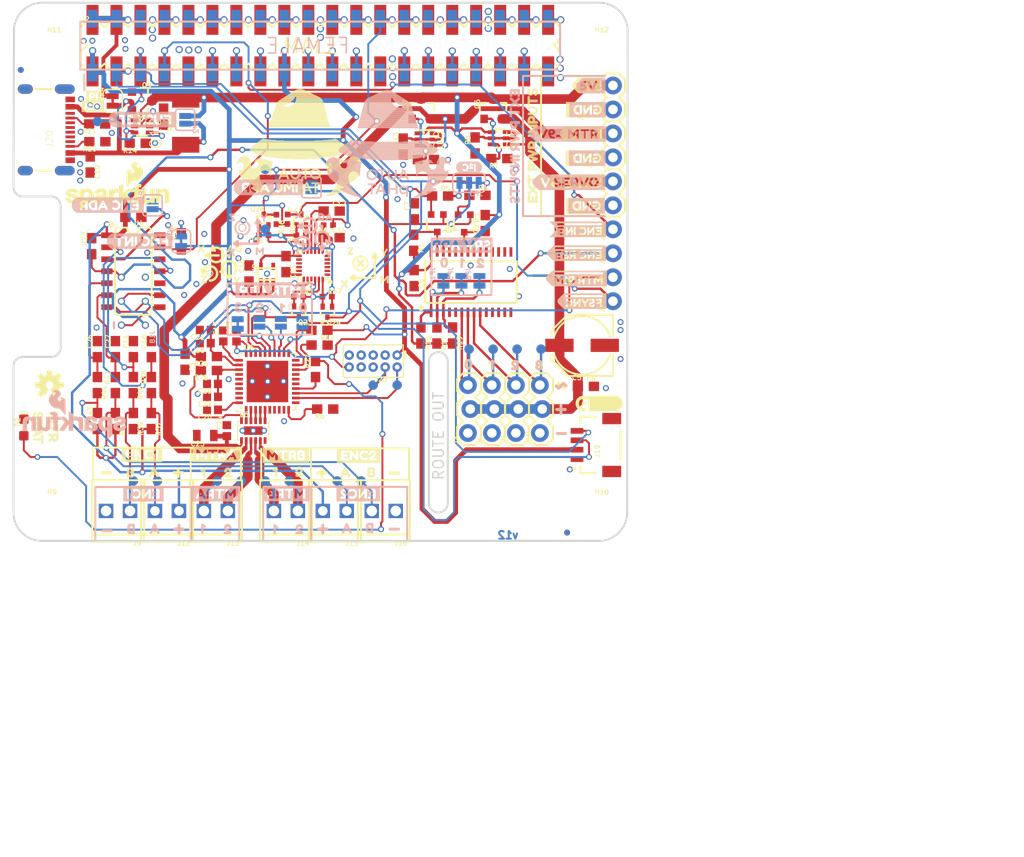
<source format=kicad_pcb>
(kicad_pcb (version 20211014) (generator pcbnew)
  (layers (0 "F.Cu" signal) (31 "B.Cu" signal) (34 "B.Paste" user) (35 "F.Paste" user) (36 "B.SilkS" user "B.Silkscreen") (37 "F.SilkS" user "F.Silkscreen") (38 "B.Mask" user) (39 "F.Mask" user) (44 "Edge.Cuts" user))
  (net 0 "")
  (net 1 "N$3")
  (net 2 "N$4")
  (net 3 "GND")
  (net 4 "SCL_3.3V")
  (net 5 "SDA_3.3V")
  (net 6 "CH3")
  (net 7 "CH2")
  (net 8 "CH1")
  (net 9 "CH0")
  (net 10 "SERVO")
  (net 11 "PI-5V")
  (net 12 "VBUS")
  (net 13 "CC2")
  (net 14 "CC1")
  (net 15 "N$2")
  (net 16 "N$5")
  (net 17 "3.3V")
  (net 18 "5V")
  (net 19 "N$1")
  (net 20 "N$11")
  (net 21 "N$15")
  (net 22 "N$16")
  (net 23 "N$18")
  (net 24 "N$19")
  (net 25 "N$20")
  (net 26 "N$24")
  (net 27 "VDDD1")
  (net 28 "N$25")
  (net 29 "N$26")
  (net 30 "~{MTR_RST}")
  (net 31 "P2.1")
  (net 32 "P2.2")
  (net 33 "P2.3")
  (net 34 "P2.4")
  (net 35 "VIN-MTR")
  (net 36 "MODEB0")
  (net 37 "MODEB1")
  (net 38 "MODEB2")
  (net 39 "MODEB3")
  (net 40 "P3.2")
  (net 41 "P3.3")
  (net 42 "P2.0")
  (net 43 "N$27")
  (net 44 "AOUT1")
  (net 45 "AOUT2")
  (net 46 "BOUT1")
  (net 47 "BOUT2")
  (net 48 "SLED")
  (net 49 "N$29")
  (net 50 "INT_1.8V")
  (net 51 "~{FSYNC_1.8V}")
  (net 52 "AD0/SDO")
  (net 53 "SDA_1.8V")
  (net 54 "SCL_1.8V")
  (net 55 "1.8V")
  (net 56 "~{FSYNC_3.3V}")
  (net 57 "IMU_INT_3.3V")
  (net 58 "ADR")
  (net 59 "~{ENC_RST}")
  (net 60 "MISO")
  (net 61 "INT_R")
  (net 62 "ENC1A_RAW")
  (net 63 "ENC1B_RAW")
  (net 64 "ENC2A_RAW")
  (net 65 "ENC2B_RAW")
  (net 66 "ENC1A_FILTERED")
  (net 67 "ENC1B_FILTERED")
  (net 68 "ENC2A_FILTERED")
  (net 69 "ENC2B_FILTERED")
  (net 70 "~{ENC_INT}")
  (net 71 "CONFIG_OUT")
  (net 72 "SCL_OUT")
  (net 73 "SDA_OUT")
  (net 74 "GP5")
  (net 75 "GP6")
  (net 76 "GP12")
  (net 77 "GP13")
  (net 78 "GP16")
  (net 79 "GP19")
  (net 80 "GP20")
  (net 81 "GP21")
  (net 82 "GP26")
  (net 83 "ID_SC")
  (net 84 "ID_SD")
  (net 85 "GP27")
  (net 86 "GP25")
  (net 87 "GP24")
  (net 88 "GP23")
  (net 89 "GP22")
  (net 90 "GP18")
  (net 91 "GP17")
  (net 92 "CE0")
  (net 93 "PI_MOSI")
  (net 94 "SCLK")
  (net 95 "PI_RXI")
  (net 96 "PI_TXO")
  (net 97 "PI_MISO")
  (net 98 "ADD_A1")
  (net 99 "ADD_A0")
  (net 100 "ADD_A2")
  (footprint "boardEagle:SERVO0" (layer "F.Cu") (at 172.2875 95.4965)
    (fp_text reference "U$16" hide)
    (fp_text value "" hide)
  )
  (footprint "boardEagle:SOT363_PHILIPS" (layer "F.Cu") (at 159.6637 90.9753 -90)
    (fp_text reference "Q8")
    (fp_text value "")
  )
  (footprint "boardEagle:0603@1" (layer "F.Cu") (at 133.7557 101.7703 90)
    (fp_text reference "R33")
    (fp_text value "10k")
  )
  (footprint "boardEagle:FIDUCIAL-MICRO" (layer "F.Cu") (at 174.611459 132.63536)
    (fp_text reference "FD5" hide)
    (fp_text value "FIDUCIALUFIDUCIAL" hide)
  )
  (footprint "" (layer "F.Cu") (at 145.5921 97.8841)
    (fp_text reference "@HOLE4" hide)
    (fp_text value "")
  )
  (footprint "boardEagle:0603@1" (layer "F.Cu") (at 129.135437 91.386779 180)
    (fp_text reference "R14")
    (fp_text value "47k")
  )
  (footprint "boardEagle:1X02_2.54_SCREWTERM_LG_DRILL" (layer "F.Cu") (at 156.4633 130.3453 180)
    (fp_text reference "J16")
    (fp_text value "")
  )
  (footprint "boardEagle:11" (layer "F.Cu") (at 165.386318 114.843682)
    (fp_text reference "U$17" hide)
    (fp_text value "" hide)
  )
  (footprint "" (layer "F.Cu") (at 150.6975 104.9961)
    (fp_text reference "@HOLE3" hide)
    (fp_text value "")
  )
  (footprint "boardEagle:Y1" (layer "F.Cu") (at 138.599478 105.938441)
    (fp_text reference "U$104" hide)
    (fp_text value "" hide)
  )
  (footprint "boardEagle:0603@1" (layer "F.Cu") (at 161.1623 96.9697)
    (fp_text reference "R5")
    (fp_text value "10k")
  )
  (footprint "boardEagle:WSON-12" (layer "F.Cu") (at 141.3757 121.8363)
    (fp_text reference "U5")
    (fp_text value "DRV8835")
  )
  (footprint "boardEagle:USB-C-16P" (layer "F.Cu") (at 122.3257 89.9593 -90)
    (fp_text reference "J20")
    (fp_text value "USB C")
    (fp_line (start 4.02 1.465) (end 4.02 0.365) (layer "Edge.Cuts") (width 0.01))
    (fp_line (start 4.62 1.465) (end 4.62 0.365) (layer "Edge.Cuts") (width 0.01))
    (fp_line (start -4.62 1.465) (end -4.62 0.365) (layer "Edge.Cuts") (width 0.01))
    (fp_line (start 4.62 5.4) (end 4.62 4.78) (layer "Edge.Cuts") (width 0.01))
    (fp_line (start -4.62 5.4) (end -4.62 4.78) (layer "Edge.Cuts") (width 0.01))
    (fp_line (start 4.02 5.4) (end 4.02 4.78) (layer "Edge.Cuts") (width 0.01))
    (fp_line (start -4.02 1.465) (end -4.02 0.365) (layer "Edge.Cuts") (width 0.01))
    (fp_line (start -4.02 5.4) (end -4.02 4.78) (layer "Edge.Cuts") (width 0.01))
    (fp_arc (start 4.02 0.365) (mid 4.32 0.065) (end 4.62 0.365) (layer "Edge.Cuts") (width 0.01))
    (fp_arc (start 4.62 5.4) (mid 4.32 5.7) (end 4.02 5.4) (layer "Edge.Cuts") (width 0.01))
    (fp_arc (start 4.02 4.78) (mid 4.32 4.48) (end 4.62 4.78) (layer "Edge.Cuts") (width 0.01))
    (fp_arc (start -4.62 0.365) (mid -4.32 0.065) (end -4.02 0.365) (layer "Edge.Cuts") (width 0.01))
    (fp_arc (start 4.62 1.465) (mid 4.32 1.765) (end 4.02 1.465) (layer "Edge.Cuts") (width 0.01))
    (fp_arc (start -4.02 5.4) (mid -4.32 5.7) (end -4.62 5.4) (layer "Edge.Cuts") (width 0.01))
    (fp_arc (start -4.02 1.465) (mid -4.32 1.765) (end -4.62 1.465) (layer "Edge.Cuts") (width 0.01))
    (fp_arc (start -4.62 4.78) (mid -4.32 4.48) (end -4.02 4.78) (layer "Edge.Cuts") (width 0.01))
  )
  (footprint "boardEagle:#ENC_INT6" (layer "F.Cu") (at 172.4907 100.5003)
    (fp_text reference "U$12" hide)
    (fp_text value "" hide)
  )
  (footprint "boardEagle:0603" (layer "F.Cu") (at 128.6757 99.2303)
    (fp_text reference "C2")
    (fp_text value "0.1uF")
  )
  (footprint "boardEagle:OSHW-LOGO-S" (layer "F.Cu") (at 119.7857 117.0103)
    (fp_text reference "LOGO2" hide)
    (fp_text value "OSHW-LOGOS" hide)
  )
  (footprint "boardEagle:GND3" (layer "F.Cu") (at 173.9893 92.9819)
    (fp_text reference "U$4" hide)
    (fp_text value "" hide)
  )
  (footprint "boardEagle:1X03_LOCK" (layer "F.Cu") (at 171.8557 122.0903 90)
    (fp_text reference "J10")
    (fp_text value "")
  )
  (footprint "boardEagle:QFN-40" (layer "F.Cu") (at 142.8743 116.6293)
    (fp_text reference "U6")
    (fp_text value "CY8C4245LQI-483")
  )
  (footprint "boardEagle:10" (layer "F.Cu") (at 134.868218 126.22796)
    (fp_text reference "U$6" hide)
    (fp_text value "" hide)
  )
  (footprint "boardEagle:ISO1" (layer "F.Cu") (at 122.831159 87.4701)
    (fp_text reference "U$32" hide)
    (fp_text value "" hide)
  )
  (footprint "boardEagle:0805" (layer "F.Cu") (at 136.2957 122.3443 180)
    (fp_text reference "C25")
    (fp_text value "10uF")
  )
  (footprint "boardEagle:RASPBERRY_PI_HAT_40_PIN_SMD_STACKABLE_NOHOLES" (layer "F.Cu") (at 124.3477 82.3043)
    (fp_text reference "J2")
    (fp_text value "RASPBERRYPI-40-PIN-GPIO_SMD_STACKABLE_NOHOLES")
  )
  (footprint "boardEagle:1X02_2.54_SCREWTERM" (layer "F.Cu") (at 133.5017 130.3453 180)
    (fp_text reference "J12")
    (fp_text value "")
  )
  (footprint "boardEagle:0603" (layer "F.Cu") (at 126.7707 113.2003 90)
    (fp_text reference "C27")
    (fp_text value "10nF")
  )
  (footprint "boardEagle:0603" (layer "F.Cu") (at 124.1037 93.634679 -90)
    (fp_text reference "C10")
    (fp_text value "0.1uF")
  )
  (footprint "boardEagle:GND3" (layer "F.Cu") (at 174.0147 87.8257)
    (fp_text reference "U$3" hide)
    (fp_text value "" hide)
  )
  (footprint "boardEagle:0603@1" (layer "F.Cu") (at 130.5807 120.8203 -90)
    (fp_text reference "R37")
    (fp_text value "10k")
  )
  (footprint "boardEagle:0402" (layer "F.Cu") (at 139.5977 111.8033 90)
    (fp_text reference "C23")
    (fp_text value "0.1uF")
  )
  (footprint "boardEagle:0603@1" (layer "F.Cu") (at 128.6757 120.8203 -90)
    (fp_text reference "R39")
    (fp_text value "10k")
  )
  (footprint "boardEagle:STAND-OFF-TIGHT" (layer "F.Cu") (at 177.4757 81.0203)
    (fp_text reference "H12")
    (fp_text value "STAND-OFFTIGHT")
  )
  (footprint "boardEagle:1X02" (layer "F.Cu") (at 179.4757 87.8003 90)
    (fp_text reference "J8")
    (fp_text value "EXT 5V PWR")
  )
  (footprint "boardEagle:0603" (layer "F.Cu") (at 176.605506 117.144922)
    (fp_text reference "C6")
    (fp_text value "0.1uF")
  )
  (footprint "boardEagle:0603@1" (layer "F.Cu") (at 164.8707 91.6103 90)
    (fp_text reference "R8")
    (fp_text value "10k")
  )
  (footprint "boardEagle:0603@1" (layer "F.Cu") (at 126.7707 117.0103 90)
    (fp_text reference "R42")
    (fp_text value "10k")
  )
  (footprint "boardEagle:ENC112" (layer "F.Cu") (at 126.915478 124.36106)
    (fp_text reference "U$22" hide)
    (fp_text value "" hide)
  )
  (footprint "boardEagle:0402" (layer "F.Cu") (at 136.2957 112.5653 180)
    (fp_text reference "C18")
    (fp_text value "1.0uF")
  )
  (footprint "boardEagle:0402" (layer "F.Cu") (at 137.0577 118.2549 180)
    (fp_text reference "C22")
    (fp_text value "0.1uF")
  )
  (footprint "boardEagle:Z2" (layer "F.Cu") (at 137.166921 105.80636 180)
    (fp_text reference "U$105" hide)
    (fp_text value "" hide)
  )
  (footprint "boardEagle:SOT-416FL" (layer "F.Cu") (at 149.2243 109.7967 180)
    (fp_text reference "Q24")
    (fp_text value "20V/0.2A/8MHz/1.2Ω/1Vth")
  )
  (footprint "boardEagle:0402-TIGHT" (layer "F.Cu") (at 142.48314 101.127679 180)
    (fp_text reference "R55")
    (fp_text value "2.2k")
  )
  (footprint "boardEagle:G5" (layer "F.Cu") (at 138.751878 102.509441)
    (fp_text reference "U$106" hide)
    (fp_text value "" hide)
  )
  (footprint "boardEagle:0402" (layer "F.Cu") (at 137.0577 116.8833 180)
    (fp_text reference "C19")
    (fp_text value "1.0uF")
  )
  (footprint "boardEagle:MTR1" (layer "F.Cu") (at 173.7607 90.3911)
    (fp_text reference "U$15" hide)
    (fp_text value "" hide)
  )
  (footprint "boardEagle:SOT-416FL" (layer "F.Cu") (at 146.2017 109.7713 180)
    (fp_text reference "Q23")
    (fp_text value "20V/0.2A/8MHz/1.2Ω/1Vth")
  )
  (footprint "boardEagle:SOT363_PHILIPS" (layer "F.Cu") (at 167.4107 90.8483 -90)
    (fp_text reference "Q6")
    (fp_text value "")
  )
  (footprint "boardEagle:1X02_2.54_SCREWTERM_LG_DRILL" (layer "F.Cu") (at 138.6833 130.3453 180)
    (fp_text reference "J13")
    (fp_text value "")
  )
  (footprint "boardEagle:A4" (layer "F.Cu") (at 137.862878 102.560241)
    (fp_text reference "U$107" hide)
    (fp_text value "" hide)
  )
  (footprint "boardEagle:2X5-PTH-1.27MM" (layer "F.Cu") (at 154.0757 114.4703 180)
    (fp_text reference "J23")
    (fp_text value "CORTEX_JTAG_DEBUG_PTH")
  )
  (footprint "boardEagle:0402-TIGHT" (layer "F.Cu") (at 146.44554 101.1353 180)
    (fp_text reference "R53")
    (fp_text value "2.2k")
  )
  (footprint "boardEagle:0603" (layer "F.Cu") (at 130.5807 113.2003 90)
    (fp_text reference "C16")
    (fp_text value "10nF")
  )
  (footprint "boardEagle:33" (layer "F.Cu") (at 170.3063 114.884319)
    (fp_text reference "U$25" hide)
    (fp_text value "" hide)
  )
  (footprint "boardEagle:TP_15TH" (layer "F.Cu") (at 176.9357 124.6303 -90)
    (fp_text reference "TP5" hide)
    (fp_text value "" hide)
  )
  (footprint "boardEagle:1X02_2.54_SCREWTERM_LG_DRILL" (layer "F.Cu") (at 146.1001 130.3453 180)
    (fp_text reference "J14")
    (fp_text value "")
  )
  (footprint "boardEagle:QFN24-3X3" (layer "F.Cu") (at 147.7257 104.3103 180)
    (fp_text reference "U7")
    (fp_text value "9DoF IMU")
  )
  (footprint "boardEagle:0603@1" (layer "F.Cu") (at 157.2507 91.7373 90)
    (fp_text reference "R13")
    (fp_text value "10k")
  )
  (footprint "boardEagle:0603@1" (layer "F.Cu") (at 148.398803 112.771041)
    (fp_text reference "R12")
    (fp_text value "5.1k")
  )
  (footprint "boardEagle:21" (layer "F.Cu") (at 137.370121 126.286379)
    (fp_text reference "U$43" hide)
    (fp_text value "" hide)
  )
  (footprint "boardEagle:0603@1" (layer "F.Cu") (at 162.4831 111.7525 -90)
    (fp_text reference "R19")
    (fp_text value "10k")
  )
  (footprint "boardEagle:SOT23-3" (layer "F.Cu") (at 166.7757 87.8003)
    (fp_text reference "Q5")
    (fp_text value "20V/4.2A/52mΩ/1.4W")
  )
  (footprint "boardEagle:STAND-OFF-TIGHT" (layer "F.Cu") (at 119.4757 130.0203)
    (fp_text reference "H9")
    (fp_text value "STAND-OFFTIGHT")
  )
  (footprint "boardEagle:M3" (layer "F.Cu") (at 154.117321 105.80656)
    (fp_text reference "U$108" hide)
    (fp_text value "" hide)
  )
  (footprint "boardEagle:ENC213" (layer "F.Cu") (at 149.7069 124.444879)
    (fp_text reference "U$23" hide)
    (fp_text value "" hide)
  )
  (footprint "boardEagle:0603@1" (layer "F.Cu") (at 136.6767 113.9877 180)
    (fp_text reference "R26")
    (fp_text value "1")
  )
  (footprint "boardEagle:0603@1" (layer "F.Cu") (at 167.433559 93.0073 180)
    (fp_text reference "R7")
    (fp_text value "47k")
  )
  (footprint "boardEagle:A14" (layer "F.Cu") (at 149.6561 126.2305)
    (fp_text reference "U$27" hide)
    (fp_text value "" hide)
  )
  (footprint "boardEagle:0603" (layer "F.Cu") (at 144.8428 104.190919 -90)
    (fp_text reference "C13")
    (fp_text value "0.1uF")
  )
  (footprint "boardEagle:SOT323" (layer "F.Cu") (at 160.862578 99.857682 180)
    (fp_text reference "Q4")
    (fp_text value "310mA/60V/1.6Ω")
  )
  (footprint "boardEagle:0402-TIGHT" (layer "F.Cu") (at 149.3259 100.0685 180)
    (fp_text reference "R16")
    (fp_text value "2.2k")
  )
  (footprint "boardEagle:0603" (layer "F.Cu") (at 140.9185 105.18406 90)
    (fp_text reference "C15")
    (fp_text value "1.0uF")
  )
  (footprint "boardEagle:0603@1" (layer "F.Cu") (at 136.6767 115.4609 180)
    (fp_text reference "R25")
    (fp_text value "1")
  )
  (footprint "boardEagle:0603@1" (layer "F.Cu") (at 147.972081 115.313588 90)
    (fp_text reference "R27")
    (fp_text value "470")
  )
  (footprint "boardEagle:1X01_NO_SILK" (layer "F.Cu") (at 179.4757 100.5003 90)
    (fp_text reference "J6")
    (fp_text value "")
  )
  (footprint "boardEagle:CREATIVE_COMMONS" (layer "F.Cu") (at 140.1057 153.8403)
    (fp_text reference "FRAME3" hide)
    (fp_text value "FRAME-LEDGER" hide)
  )
  (footprint "" (layer "F.Cu") (at 133.8827 104.6151)
    (fp_text reference "@HOLE0" hide)
    (fp_text value "")
  )
  (footprint "boardEagle:STAND-OFF-TIGHT" (layer "F.Cu") (at 177.4757 130.0203)
    (fp_text reference "H10")
    (fp_text value "STAND-OFFTIGHT")
  )
  (footprint "boardEagle:1X03_LOCK" (layer "F.Cu") (at 169.3157 122.0903 90)
    (fp_text reference "J5")
    (fp_text value "")
  )
  (footprint "boardEagle:1X06_2.54_SCREWTERM_PIN_REF" (layer "F.Cu") (at 125.8817 130.3453)
    (fp_text reference "U$19" hide)
    (fp_text value "" hide)
  )
  (footprint "boardEagle:TP_15TH" (layer "F.Cu") (at 176.8595 122.0395 -90)
    (fp_text reference "TP4" hide)
    (fp_text value "" hide)
  )
  (footprint "boardEagle:STAND-OFF-TIGHT" (layer "F.Cu") (at 119.4757 81.0203)
    (fp_text reference "H11")
    (fp_text value "STAND-OFFTIGHT")
  )
  (footprint "boardEagle:0603" (layer "F.Cu") (at 134.15194 114.538879 -90)
    (fp_text reference "C3")
    (fp_text value "0.1uF")
  )
  (footprint "boardEagle:0402" (layer "F.Cu") (at 137.0577 119.6265 180)
    (fp_text reference "C20")
    (fp_text value "1.0uF")
  )
  (footprint "boardEagle:X0" (layer "F.Cu") (at 152.11384 106.298922 180)
    (fp_text reference "U$109" hide)
    (fp_text value "" hide)
  )
  (footprint "boardEagle:0603" (layer "F.Cu") (at 149.6688 101.381682)
    (fp_text reference "C14")
    (fp_text value "1.0uF")
  )
  (footprint "boardEagle:0402-TIGHT" (layer "F.Cu") (at 143.82934 99.453822 -90)
    (fp_text reference "R56")
    (fp_text value "2.2k")
  )
  (footprint "boardEagle:#FSYNC7" (layer "F.Cu") (at 173.3797 108.1203)
    (fp_text reference "U$10" hide)
    (fp_text value "" hide)
  )
  (footprint "boardEagle:PI0" (layer "F.Cu") (at 123.293437 86.416)
    (fp_text reference "U$35" hide)
    (fp_text value "" hide)
  )
  (footprint "boardEagle:TP_15TH" (layer "F.Cu") (at 138.8357 94.1503)
    (fp_text reference "TP19" hide)
    (fp_text value "" hide)
  )
  (footprint "boardEagle:1X03_LOCK" (layer "F.Cu") (at 164.2357 122.0903 90)
    (fp_text reference "J3")
    (fp_text value "")
  )
  (footprint "" (layer "F.Cu") (at 135.1273 96.1315)
    (fp_text reference "@HOLE5" hide)
    (fp_text value "")
  )
  (footprint "boardEagle:0603@1" (layer "F.Cu") (at 124.860621 91.216604 180)
    (fp_text reference "R10")
    (fp_text value "5.1k")
  )
  (footprint "boardEagle:0603" (layer "F.Cu") (at 149.678959 98.562282)
    (fp_text reference "C12")
    (fp_text value "0.1uF")
  )
  (footprint "boardEagle:0603" (layer "F.Cu") (at 128.6757 113.2003 90)
    (fp_text reference "C11")
    (fp_text value "10nF")
  )
  (footprint "boardEagle:10" (layer "F.Cu") (at 142.50854 126.18986)
    (fp_text reference "U$7" hide)
    (fp_text value "" hide)
  )
  (footprint "boardEagle:SOT-416FL" (layer "F.Cu") (at 146.4557 98.9763)
    (fp_text reference "Q27")
    (fp_text value "20V/0.2A/8MHz/1.2Ω/1Vth")
  )
  (footprint "boardEagle:SC70" (layer "F.Cu") (at 142.838737 105.242479)
    (fp_text reference "U8")
    (fp_text value "1.8V/100mA")
  )
  (footprint "boardEagle:22" (layer "F.Cu") (at 167.776459 114.871619)
    (fp_text reference "U$24" hide)
    (fp_text value "" hide)
  )
  (footprint "boardEagle:A14" (layer "F.Cu") (at 129.3869 126.2051)
    (fp_text reference "U$26" hide)
    (fp_text value "" hide)
  )
  (footprint "boardEagle:0603@1" (layer "F.Cu") (at 124.8403 89.339541 180)
    (fp_text reference "R11")
    (fp_text value "5.1k")
  )
  (footprint "boardEagle:1X02_2.54_SCREWTERM_LG_DRILL" (layer "F.Cu") (at 128.3201 130.3453 180)
    (fp_text reference "J9")
    (fp_text value "")
  )
  (footprint "boardEagle:0402" (layer "F.Cu") (at 138.5817 121.8363 90)
    (fp_text reference "C24")
    (fp_text value "0.1uF")
  )
  (footprint "boardEagle:CREATIVE_COMMONS" (layer "F.Cu") (at 140.1057 153.8403)
    (fp_text reference "FRAME2" hide)
    (fp_text value "FRAME-LEDGER" hide)
  )
  (footprint "boardEagle:TSSOP-28_4MM" (layer "F.Cu") (at 164.4357 106.1003 90)
    (fp_text reference "U1")
    (fp_text value "PCA9685")
  )
  (footprint "boardEagle:0402-TIGHT" (layer "F.Cu") (at 145.015521 99.4335 -90)
    (fp_text reference "R54")
    (fp_text value "2.2k")
  )
  (footprint "boardEagle:SOT363_PHILIPS" (layer "F.Cu") (at 129.597721 89.593538 -90)
    (fp_text reference "Q10")
    (fp_text value "")
  )
  (footprint "boardEagle:B15" (layer "F.Cu") (at 152.5009 126.2559)
    (fp_text reference "U$21" hide)
    (fp_text value "" hide)
  )
  (footprint "boardEagle:0603@1" (layer "F.Cu") (at 159.1303 111.7525 -90)
    (fp_text reference "R18")
    (fp_text value "10k")
  )
  (footprint "boardEagle:0603@1" (layer "F.Cu") (at 124.8657 117.0103 -90)
    (fp_text reference "R44")
    (fp_text value "10k")
  )
  (footprint "boardEagle:SO14" (layer "F.Cu") (at 128.6757 104.3103 -90)
    (fp_text reference "U4")
    (fp_text value "ATTINY84-ARDUINO")
  )
  (footprint "boardEagle:0603@1" (layer "F.Cu") (at 130.5807 117.0103 90)
    (fp_text reference "R38")
    (fp_text value "10k")
  )
  (footprint "boardEagle:00" (layer "F.Cu") (at 162.82854 114.790341)
    (fp_text reference "U$8" hide)
    (fp_text value "" hide)
  )
  (footprint "boardEagle:SOT323" (layer "F.Cu") (at 163.720078 99.880544 180)
    (fp_text reference "Q1")
    (fp_text value "310mA/60V/1.6Ω")
  )
  (footprint "boardEagle:DUMMY" (layer "F.Cu") (at 142.6457 153.8403)
    (fp_text reference "FRAME1" hide)
    (fp_text value "FRAME-LETTERNO_PACKAGE" hide)
  )
  (footprint "boardEagle:MTR0" (layer "F.Cu") (at 120.2175 118.9153 -90)
    (fp_text reference "U$46" hide)
    (fp_text value "" hide)
  )
  (footprint "" (layer "F.Cu") (at 133.3239 105.8343)
    (fp_text reference "@HOLE1" hide)
    (fp_text value "")
  )
  (footprint "boardEagle:MTRB1" (layer "F.Cu") (at 141.855762 124.432182)
    (fp_text reference "U$40" hide)
    (fp_text value "" hide)
  )
  (footprint "boardEagle:1X02" (layer "F.Cu") (at 179.4757 92.8803 90)
    (fp_text reference "J11")
    (fp_text value "EXT MTR PWR")
  )
  (footprint "boardEagle:5V2" (layer "F.Cu") (at 175.0307 85.2603)
    (fp_text reference "U$14" hide)
    (fp_text value "" hide)
  )
  (footprint "boardEagle:0603@1" (layer "F.Cu") (at 159.6637 93.101279 180)
    (fp_text reference "R9")
    (fp_text value "47k")
  )
  (footprint "boardEagle:0402" (layer "F.Cu") (at 138.2007 111.8033 90)
    (fp_text reference "C17")
    (fp_text value "1.0uF")
  )
  (footprint "boardEagle:1X01_NO_SILK" (layer "F.Cu") (at 179.4757 103.0403 90)
    (fp_text reference "J17")
    (fp_text value "")
  )
  (footprint "boardEagle:0603@1" (layer "F.Cu") (at 160.8321 111.7525 -90)
    (fp_text reference "R17")
    (fp_text value "10k")
  )
  (footprint "boardEagle:1X02" (layer "F.Cu") (at 179.4757 97.9603 90)
    (fp_text reference "J7")
    (fp_text value "EXT SERVO PWR")
  )
  (footprint "boardEagle:X0" (layer "F.Cu") (at 136.912921 102.55516 180)
    (fp_text reference "U$103" hide)
    (fp_text value "" hide)
  )
  (footprint "boardEagle:0603@1" (layer "F.Cu") (at 165.117078 96.898582)
    (fp_text reference "R4")
    (fp_text value "10k")
  )
  (footprint "boardEagle:0603@1" (layer "F.Cu") (at 158.3683 101.927782 -90)
    (fp_text reference "R1")
    (fp_text value "10k")
  )
  (footprint "boardEagle:AUTOHAT-LOGO" (layer "F.Cu") (at 146.4049 90.4673)
    (fp_text reference "U$85" hide)
    (fp_text value "" hide)
  )
  (footprint "boardEagle:1X01_NO_SILK" (layer "F.Cu") (at 179.4757 105.5803 90)
    (fp_text reference "J22")
    (fp_text value "")
  )
  (footprint "boardEagle:0603" (layer "F.Cu") (at 158.439418 98.597841 90)
    (fp_text reference "C7")
    (fp_text value "0.1uF")
  )
  (footprint "boardEagle:0603@1" (layer "F.Cu") (at 148.383559 111.201322)
    (fp_text reference "R3")
    (fp_text value "5.1k")
  )
  (footprint "boardEagle:1X01_NO_SILK" (layer "F.Cu") (at 179.4757 108.1203 90)
    (fp_text reference "J21")
    (fp_text value "")
  )
  (footprint "boardEagle:SOT23-3" (layer "F.Cu") (at 159.1557 87.8003)
    (fp_text reference "Q7")
    (fp_text value "20V/4.2A/52mΩ/1.4W")
  )
  (footprint "boardEagle:SOT-416FL" (layer "F.Cu") (at 142.48314 98.968679)
    (fp_text reference "Q28")
    (fp_text value "20V/0.2A/8MHz/1.2Ω/1Vth")
  )
  (footprint "boardEagle:SFE_LOGO_NAME_FLAME_.1" (layer "F.Cu") (at 127.083121 97.0967)
    (fp_text reference "LOGO4" hide)
    (fp_text value "SFE_LOGO_NAME_FLAME.1_INCH" hide)
  )
  (footprint "boardEagle:FIDUCIAL-MICRO" (layer "F.Cu") (at 116.751418 83.607682)
    (fp_text reference "FD7" hide)
    (fp_text value "FIDUCIALUFIDUCIAL" hide)
  )
  (footprint "boardEagle:0603@1" (layer "F.Cu") (at 124.8657 120.8203 90)
    (fp_text reference "R43")
    (fp_text value "10k")
  )
  (footprint "boardEagle:0603@1" (layer "F.Cu") (at 131.881178 88.564841 -90)
    (fp_text reference "R15")
    (fp_text value "10k")
  )
  (footprint "boardEagle:21" (layer "F.Cu") (at 144.911381 126.18986)
    (fp_text reference "U$44" hide)
    (fp_text value "" hide)
  )
  (footprint "boardEagle:LED-0603@1" (layer "F.Cu") (at 117.072978 121.503563 90)
    (fp_text reference "D2")
    (fp_text value "BLUE")
  )
  (footprint "boardEagle:STAT4" (layer "F.Cu") (at 118.586821 118.88736 -90)
    (fp_text reference "U$29" hide)
    (fp_text value "" hide)
  )
  (footprint "boardEagle:#MTR_RST5" (layer "F.Cu") (at 172.1097 105.7073)
    (fp_text reference "U$9" hide)
    (fp_text value "" hide)
  )
  (footprint "boardEagle:0603@1" (layer "F.Cu") (at 124.261181 102.291 90)
    (fp_text reference "R22")
    (fp_text value "10k")
  )
  (footprint "boardEagle:0603" (layer "F.Cu") (at 124.8657 113.2003 90)
    (fp_text reference "C26")
    (fp_text value "10nF")
  )
  (footprint "boardEagle:1X02_2.54_SCREWTERM" (layer "F.Cu") (at 151.2817 130.3453 180)
    (fp_text reference "J15")
    (fp_text value "")
  )
  (footprint "boardEagle:0402-TIGHT" (layer "F.Cu") (at 149.1989 107.6377)
    (fp_text reference "R47")
    (fp_text value "2.2k")
  )
  (footprint "boardEagle:0402-TIGHT" (layer "F.Cu") (at 146.1763 107.6377)
    (fp_text reference "R45")
    (fp_text value "2.2k")
  )
  (footprint "boardEagle:SOT23-3" (layer "F.Cu") (at 129.524059 86.903682 -90)
    (fp_text reference "Q9")
    (fp_text value "20V/4.2A/52mΩ/1.4W")
  )
  (footprint "boardEagle:QWIIC_5MM" (layer "F.Cu") (at 177.987259 118.9407)
    (fp_text reference "U$1" hide)
    (fp_text value "QWIIC_LOGO_5MM" hide)
  )
  (footprint "boardEagle:#ENC_RST4" (layer "F.Cu") (at 172.2367 103.0403)
    (fp_text reference "U$11" hide)
    (fp_text value "" hide)
  )
  (footprint "boardEagle:SMT-JUMPER_2_NC_TRACE_SILK" (layer "F.Cu") (at 126.48114 86.893522 90)
    (fp_text reference "JP4")
    (fp_text value "PI ISO")
  )
  (footprint "boardEagle:PANASONIC_D" (layer "F.Cu") (at 176.204178 112.798979 180)
    (fp_text reference "C5")
    (fp_text value "100uF")
  )
  (footprint "boardEagle:1X06_2.54_SCREWTERM_PIN_REF" (layer "F.Cu") (at 143.6617 130.3453)
    (fp_text reference "U$18" hide)
    (fp_text value "" hide)
  )
  (footprint "boardEagle:1X03_LOCK" (layer "F.Cu") (at 166.7757 122.0903 90)
    (fp_text reference "J4")
    (fp_text value "")
  )
  (footprint "boardEagle:JST04_1MM_RA" (layer "F.Cu") (at 175.6657 123.3603 90)
    (fp_text reference "J19")
    (fp_text value "")
  )
  (footprint "boardEagle:Y1" (layer "F.Cu") (at 154.218921 102.96176)
    (fp_text reference "U$110" hide)
    (fp_text value "" hide)
  )
  (footprint "" (layer "F.Cu") (at 150.6975 103.5229)
    (fp_text reference "@HOLE2" hide)
    (fp_text value "")
  )
  (footprint "boardEagle:0603@1" (layer "F.Cu") (at 126.7707 120.8203 -90)
    (fp_text reference "R41")
    (fp_text value "10k")
  )
  (footprint "boardEagle:0402" (layer "F.Cu") (at 136.2957 111.1683 180)
    (fp_text reference "C21")
    (fp_text value "0.1uF")
  )
  (footprint "boardEagle:1812" (layer "F.Cu") (at 134.220518 89.154119 90)
    (fp_text reference "F2")
    (fp_text value "16V/2.5A(5A TRIP)")
  )
  (footprint "boardEagle:0603" (layer "F.Cu") (at 158.416559 105.674285 -90)
    (fp_text reference "C8")
    (fp_text value "0.1uF")
  )
  (footprint "boardEagle:MTRA0" (layer "F.Cu") (at 134.393237 124.36106)
    (fp_text reference "U$31" hide)
    (fp_text value "" hide)
  )
  (footprint "boardEagle:B15" (layer "F.Cu") (at 126.9993 126.2559)
    (fp_text reference "U$20" hide)
    (fp_text value "" hide)
  )
  (footprint "boardEagle:0603@1" (layer "F.Cu") (at 128.6757 117.0103 -90)
    (fp_text reference "R40")
    (fp_text value "10k")
  )
  (footprint "boardEagle:Z2" (layer "F.Cu") (at 150.622278 102.789041)
    (fp_text reference "U$111" hide)
    (fp_text value "" hide)
  )
  (footprint "boardEagle:GND3" (layer "F.Cu") (at 174.0401 98.0365)
    (fp_text reference "U$5" hide)
    (fp_text value "" hide)
  )
  (footprint "boardEagle:0603@1" (layer "F.Cu") (at 148.9957 119.5503 180)
    (fp_text reference "R6")
    (fp_text value "5.1k")
  )
  (footprint "boardEagle:EXT_PWR_INPUTS3" (layer "F.Cu") (at 170.9667 98.6715 90)
    (fp_text reference "U$13" hide)
    (fp_text value "" hide)
  )
  (footprint "boardEagle:0603@1" (layer "F.Cu") (at 165.94004 99.842441 90)
    (fp_text reference "R2")
    (fp_text value "10k")
  )
  (footprint "boardEagle:FIDUCIAL-MICRO" (layer "B.Cu") (at 174.611459 132.63536 180)
    (fp_text reference "FD6" hide)
    (fp_text value "FIDUCIALUFIDUCIAL" hide)
  )
  (footprint "boardEagle:MTR_ADR0" (layer "B.Cu") (at 147.400581 106.9519 180)
    (fp_text reference "U$51" hide)
    (fp_text value "" hide)
  )
  (footprint "boardEagle:SRV_5#6V1" (layer "B.Cu") (at 179.1455 95.5219 180)
    (fp_text reference "U$30" hide)
    (fp_text value "" hide)
  )
  (footprint "boardEagle:SMT-JUMPER_2_NC_TRACE_NO-SILK" (layer "B.Cu") (at 163.4229 105.9613 -90)
    (fp_text reference "JP5")
    (fp_text value "JUMPER-PAD-2")
  )
  (footprint "boardEagle:M3" (layer "B.Cu") (at 143.2213 102.8119 180)
    (fp_text reference "U$122" hide)
    (fp_text value "" hide)
  )
  (footprint "boardEagle:27" (layer "B.Cu") (at 166.760459 104.069 180)
    (fp_text reference "U$45" hide)
    (fp_text value "" hide)
  )
  (footprint "boardEagle:ENC_INT12" (layer "B.Cu") (at 133.331518 101.765222 180)
    (fp_text reference "U$48" hide)
    (fp_text value "" hide)
  )
  (footprint "boardEagle:PAD.03X.04" (layer "B.Cu") (at 164.2357 113.2003 -90)
    (fp_text reference "TP0" hide)
    (fp_text value "" hide)
  )
  (footprint "boardEagle:Y1" (layer "B.Cu") (at 150.4181 103.1673 180)
    (fp_text reference "U$127" hide)
    (fp_text value "" hide)
  )
  (footprint "boardEagle:05" (layer "B.Cu") (at 147.977159 108.813719 180)
    (fp_text reference "U$33" hide)
    (fp_text value "" hide)
  )
  (footprint "boardEagle:10" (layer "B.Cu") (at 137.291378 132.204579 180)
    (fp_text reference "U$76" hide)
    (fp_text value "" hide)
  )
  (footprint "boardEagle:MTRA0" (layer "B.Cu") (at 140.481625 128.519038 180)
    (fp_text reference "U$73" hide)
    (fp_text value "" hide)
  )
  (footprint "boardEagle:33" (layer "B.Cu") (at 172.983459 114.891938 180)
    (fp_text reference "U$81" hide)
    (fp_text value "" hide)
  )
  (footprint "boardEagle:SMT-JUMPER_2_NO_SILK" (layer "B.Cu") (at 130.7077 97.9603 -90)
    (fp_text reference "JP13")
    (fp_text value "ADR")
  )
  (footprint "boardEagle:GND3" (layer "B.Cu") (at 179.17344 92.9565 180)
    (fp_text reference "U$60" hide)
    (fp_text value "" hide)
  )
  (footprint "boardEagle:38" (layer "B.Cu") (at 141.291881 108.760379 180)
    (fp_text reference "U$37" hide)
    (fp_text value "" hide)
  )
  (footprint "boardEagle:A14" (layer "B.Cu") (at 152.7422 132.1614 180)
    (fp_text reference "U$69" hide)
    (fp_text value "" hide)
  )
  (footprint "boardEagle:PAD.03X.04" (layer "B.Cu") (at 140.1057 127.1703 90)
    (fp_text reference "TP15" hide)
    (fp_text value "" hide)
  )
  (footprint "boardEagle:11" (layer "B.Cu") (at 167.979662 114.861463 180)
    (fp_text reference "U$82" hide)
    (fp_text value "" hide)
  )
  (footprint "boardEagle:21" (layer "B.Cu") (at 139.99394 132.265538 180)
    (fp_text reference "U$78" hide)
    (fp_text value "" hide)
  )
  (footprint "boardEagle:PAD.03X.04" (layer "B.Cu") (at 128.6757 127.1703 180)
    (fp_text reference "TP18" hide)
    (fp_text value "" hide)
  )
  (footprint "boardEagle:SMT-JUMPER_2_NC_TRACE_NO-SILK" (layer "B.Cu") (at 161.5179 105.9613 -90)
    (fp_text reference "JP1")
    (fp_text value "JUMPER-PAD-2")
  )
  (footprint "boardEagle:ENC112" (layer "B.Cu") (at 132.404421 128.521579 180)
    (fp_text reference "U$67" hide)
    (fp_text value "" hide)
  )
  (footprint "boardEagle:#MTR_RST7" (layer "B.Cu") (at 179.511259 105.709841 180)
    (fp_text reference "U$57" hide)
    (fp_text value "" hide)
  )
  (footprint "boardEagle:SMT-JUMPER_2_NO_NO-SILK" (layer "B.Cu") (at 142.0107 110.4063 -90)
    (fp_text reference "JP10")
    (fp_text value "JUMPER-PAD-2")
  )
  (footprint "boardEagle:B15" (layer "B.Cu") (at 155.071381 132.1487 180)
    (fp_text reference "U$65" hide)
    (fp_text value "" hide)
  )
  (footprint "boardEagle:SMT-JUMPER_2_NO_NO-SILK" (layer "B.Cu") (at 146.5827 110.4063 -90)
    (fp_text reference "JP12")
    (fp_text value "JUMPER-PAD-2")
  )
  (footprint "boardEagle:PAD.03X.04" (layer "B.Cu") (at 137.5657 127.1703 90)
    (fp_text reference "TP16" hide)
    (fp_text value "" hide)
  )
  (footprint "boardEagle:SMT-JUMPER_2_NO_SILK" (layer "B.Cu") (at 134.167178 88.900122 90)
    (fp_text reference "JP2")
    (fp_text value "FUSE BP")
  )
  (footprint "boardEagle:X0" (layer "B.Cu") (at 137.9807 102.9639)
    (fp_text reference "U$123" hide)
    (fp_text value "" hide)
  )
  (footprint "boardEagle:A14" (layer "B.Cu") (at 132.391718 132.1995 180)
    (fp_text reference "U$70" hide)
    (fp_text value "" hide)
  )
  (footprint "boardEagle:ENC213" (layer "B.Cu") (at 155.305059 128.513957 180)
    (fp_text reference "U$68" hide)
    (fp_text value "" hide)
  )
  (footprint "boardEagle:SMT-JUMPER_2_NC_TRACE_NO-SILK" (layer "B.Cu") (at 165.3279 105.9613 -90)
    (fp_text reference "JP6")
    (fp_text value "JUMPER-PAD-2")
  )
  (footprint "boardEagle:SMT-JUMPER_2_NO_NO-SILK" (layer "B.Cu") (at 144.2967 110.4063 -90)
    (fp_text reference "JP11")
    (fp_text value "JUMPER-PAD-2")
  )
  (footprint "boardEagle:X0" (layer "B.Cu") (at 147.2685 98.9763 180)
    (fp_text reference "U$126" hide)
    (fp_text value "" hide)
  )
  (footprint "boardEagle:FIDUCIAL-MICRO" (layer "B.Cu") (at 116.751418 83.607682 180)
    (fp_text reference "FD8" hide)
    (fp_text value "FIDUCIALUFIDUCIAL" hide)
  )
  (footprint "boardEagle:PAD.03X.04" (layer "B.Cu") (at 150.2657 127.1703)
    (fp_text reference "TP12" hide)
    (fp_text value "" hide)
  )
  (footprint "boardEagle:27" (layer "B.Cu") (at 143.392459 108.7934 180)
    (fp_text reference "U$36" hide)
    (fp_text value "" hide)
  )
  (footprint "boardEagle:PAD.03X.04" (layer "B.Cu") (at 171.8557 113.2003 -90)
    (fp_text reference "TP3" hide)
    (fp_text value "" hide)
  )
  (footprint "boardEagle:10" (layer "B.Cu") (at 144.949481 132.27316 180)
    (fp_text reference "U$75" hide)
    (fp_text value "" hide)
  )
  (footprint "boardEagle:MTR_5#9V0" (layer "B.Cu") (at 179.2471 90.3911 180)
    (fp_text reference "U$38" hide)
    (fp_text value "" hide)
  )
  (footprint "boardEagle:16" (layer "B.Cu") (at 164.957059 104.046141 180)
    (fp_text reference "U$42" hide)
    (fp_text value "" hide)
  )
  (footprint "boardEagle:ENC_ADR11" (layer "B.Cu") (at 130.207321 97.9349 180)
    (fp_text reference "U$49" hide)
    (fp_text value "" hide)
  )
  (footprint "boardEagle:B15" (layer "B.Cu") (at 129.80854 132.242679 180)
    (fp_text reference "U$66" hide)
    (fp_text value "" hide)
  )
  (footprint "boardEagle:EXT_PWR_INPUTS3" (layer "B.Cu") (at 169.082018 84.6761 -90)
    (fp_text reference "U$52" hide)
    (fp_text value "" hide)
  )
  (footprint "boardEagle:PAD.03X.04" (layer "B.Cu") (at 154.0757 117.0103)
    (fp_text reference "TP8" hide)
    (fp_text value "" hide)
  )
  (footprint "boardEagle:PAD.03X.04" (layer "B.Cu") (at 169.3157 113.2003 -90)
    (fp_text reference "TP2" hide)
    (fp_text value "" hide)
  )
  (footprint "boardEagle:G5" (layer "B.Cu") (at 149.6307 99.1795 180)
    (fp_text reference "U$129" hide)
    (fp_text value "" hide)
  )
  (footprint "boardEagle:PAD.03X.04" (layer "B.Cu") (at 142.6457 94.1503 180)
    (fp_text reference "TP10" hide)
    (fp_text value "" hide)
  )
  (footprint "boardEagle:#ENC_RST6" (layer "B.Cu") (at 179.41474 103.030141 180)
    (fp_text reference "U$56" hide)
    (fp_text value "" hide)
  )
  (footprint "boardEagle:SRV_ADR0" (layer "B.Cu") (at 167.4615 102.1767 180)
    (fp_text reference "U$47" hide)
    (fp_text value "" hide)
  )
  (footprint "boardEagle:SMT-JUMPER_2_NO_SILK" (layer "B.Cu") (at 147.5352 96.050219 -90)
    (fp_text reference "JP15")
    (fp_text value "ADR")
  )
  (footprint "boardEagle:I_SUPER2_C-()-03" (layer "B.Cu") (at 165.66064 93.93186 180)
    (fp_text reference "U$2" hide)
    (fp_text value "" hide)
  )
  (footprint "boardEagle:SMT-JUMPER_2_NC_TRACE_NO-SILK" (layer "B.Cu") (at 139.7247 110.5333 -90)
    (fp_text reference "JP9")
    (fp_text value "JUMPER-PAD-2")
  )
  (footprint "boardEagle:5V3" (layer "B.Cu") (at 179.188681 85.273004 180)
    (fp_text reference "U$53" hide)
    (fp_text value "" hide)
  )
  (footprint "boardEagle:PAD.03X.04" (layer "B.Cu") (at 152.8057 127.1703)
    (fp_text reference "TP11" hide)
    (fp_text value "" hide)
  )
  (footprint "boardEagle:PAD.03X.04" (layer "B.Cu") (at 156.6157 117.0103)
    (fp_text reference "TP7" hide)
    (fp_text value "" hide)
  )
  (footprint "boardEagle:21" (layer "B.Cu") (at 147.583456 132.27316 180)
    (fp_text reference "U$77" hide)
    (fp_text value "" hide)
  )
  (footprint "boardEagle:GND3" (layer "B.Cu") (at 179.115018 98.006022 180)
    (fp_text reference "U$61" hide)
    (fp_text value "" hide)
  )
  (footprint "boardEagle:Y1" (layer "B.Cu") (at 143.5515 99.2559 180)
    (fp_text reference "U$124" hide)
    (fp_text value "" hide)
  )
  (footprint "boardEagle:Z2" (layer "B.Cu") (at 147.0145 102.8371 180)
    (fp_text reference "U$128" hide)
    (fp_text value "" hide)
  )
  (footprint "boardEagle:PAD.03X.04" (layer "B.Cu") (at 142.6457 127.1703 90)
    (fp_text reference "TP14" hide)
    (fp_text value "" hide)
  )
  (footprint "boardEagle:#ENC_INT0" (layer "B.Cu") (at 179.409659 100.502841 180)
    (fp_text reference "U$62" hide)
    (fp_text value "" hide)
  )
  (footprint "boardEagle:05" (layer "B.Cu") (at 162.937759 104.013119 180)
    (fp_text reference "U$41" hide)
    (fp_text value "" hide)
  )
  (footprint "boardEagle:22" (layer "B.Cu") (at 170.446 114.879238 180)
    (fp_text reference "U$80" hide)
    (fp_text value "" hide)
  )
  (footprint "boardEagle:FUSE_BP10" (layer "B.Cu") (at 133.68204 88.86456 180)
    (fp_text reference "U$50" hide)
    (fp_text value "" hide)
  )
  (footprint "boardEagle:PAD.03X.04" (layer "B.Cu") (at 142.6457 100.5003 180)
    (fp_text reference "TP9" hide)
    (fp_text value "TEST-POINT3X4" hide)
  )
  (footprint "boardEagle:SMT-JUMPER_3_2-NC_TRACE_SILK" (layer "B.Cu") (at 164.235696 95.57016)
    (fp_text reference "JP3")
    (fp_text value "I2C")
  )
  (footprint "boardEagle:PAD.03X.04" (layer "B.Cu") (at 124.8657 89.0703 180)
    (fp_text reference "TP6" hide)
    (fp_text value "" hide)
  )
  (footprint "boardEagle:A4" (layer "B.Cu") (at 150.4943 99.1795 180)
    (fp_text reference "U$130" hide)
    (fp_text value "" hide)
  )
  (footprint "boardEagle:PAD.03X.04" (layer "B.Cu") (at 166.7757 113.2003 -90)
    (fp_text reference "TP1" hide)
    (fp_text value "" hide)
  )
  (footprint "boardEagle:SFE_LOGO_NAME_FLAME_.1" (layer "B.Cu") (at 122.351093 121.234316 180)
    (fp_text reference "LOGO1" hide)
    (fp_text value "SFE_LOGO_NAME_FLAME.1_INCH" hide)
  )
  (footprint "boardEagle:#FSYNC8" (layer "B.Cu") (at 179.409659 108.122841 180)
    (fp_text reference "U$58" hide)
    (fp_text value "" hide)
  )
  (footprint "boardEagle:GND3" (layer "B.Cu") (at 179.21154 87.82316 180)
    (fp_text reference "U$59" hide)
    (fp_text value "" hide)
  )
  (footprint "boardEagle:16" (layer "B.Cu") (at 145.856259 108.846741 180)
    (fp_text reference "U$34" hide)
    (fp_text value "" hide)
  )
  (footprint "boardEagle:IMU_ADR9" (layer "B.Cu") (at 147.072918 96.0553 180)
    (fp_text reference "U$39" hide)
    (fp_text value "" hide)
  )
  (footprint "boardEagle:Z2" (layer "B.Cu") (at 140.1479 99.2305 180)
    (fp_text reference "U$125" hide)
    (fp_text value "" hide)
  )
  (footprint "boardEagle:SMT-JUMPER_2_NC_TRACE_SILK" (layer "B.Cu") (at 133.727762 101.765222 -90)
    (fp_text reference "INT0")
    (fp_text value "")
  )
  (footprint "boardEagle:00" (layer "B.Cu") (at 165.500618 114.808122 180)
    (fp_text reference "U$79" hide)
    (fp_text value "" hide)
  )
  (footprint "boardEagle:2X3_TEST_POINTS" (layer "B.Cu") (at 128.6757 108.1203 90)
    (fp_text reference "J18")
    (fp_text value "ISP")
  )
  (footprint "boardEagle:PAD.03X.04" (layer "B.Cu") (at 145.1857 127.1703 90)
    (fp_text reference "TP13" hide)
    (fp_text value "" hide)
  )
  (footprint "boardEagle:MTRB1" (layer "B.Cu") (at 147.865396 128.496182 180)
    (fp_text reference "U$74" hide)
    (fp_text value "" hide)
  )
  (footprint "boardEagle:AUTOHAT-LOGO" (layer "B.Cu") (at 155.4981 90.5689 180)
    (fp_text reference "U$83" hide)
    (fp_text value "" hide)
  )
  (footprint "boardEagle:PAD.03X.04" (layer "B.Cu") (at 131.2157 127.1703 180)
    (fp_text reference "TP17" hide)
    (fp_text value "" hide)
  )
  (gr_line (start 146.1255 100.1447) (end 146.5065 100.3987) (layer "B.SilkS") (width 0.254))
  (gr_line (start 147.1669 100.5511) (end 146.9637 101.0083) (layer "B.SilkS") (width 0.254))
  (gr_line (start 160.268218 101.457879) (end 160.245359 107.464979) (layer "B.SilkS") (width 0.2032))
  (gr_line (start 174.4973 117.0865) (end 174.2179 116.8071) (layer "B.SilkS") (width 0.3048))
  (gr_line (start 141.8835 102.0075) (end 139.3435 102.0075) (layer "B.SilkS") (width 0.254))
  (gr_line (start 156.7681 132.2757) (end 155.8537 132.2757) (layer "B.SilkS") (width 0.3048))
  (gr_circle (center 140.22 100.3352) (end 140.601 100.3352) (layer "B.SilkS") (width 0) (fill none))
  (gr_arc (start 145.8715 102.0497) (mid 147.172315 101.510885) (end 146.6335 102.8117) (layer "B.SilkS") (width 0.254))
  (gr_line (start 138.64774 111.668679) (end 138.6452 106.245779) (layer "B.SilkS") (width 0.2032))
  (gr_line (start 139.9025 127.825622) (end 124.647259 127.807841) (layer "B.SilkS") (width 0.2032))
  (gr_line (start 173.7099 117.3659) (end 173.4559 117.1119) (layer "B.SilkS") (width 0.3048))
  (gr_line (start 148.6655 102.6847) (end 148.6655 101.1861) (layer "B.SilkS") (width 0.254))
  (gr_line (start 145.8715 102.0497) (end 146.2017 101.8211) (layer "B.SilkS") (width 0.254))
  (gr_line (start 148.6655 102.6847) (end 148.9195 102.3037) (layer "B.SilkS") (width 0.254))
  (gr_line (start 142.1375 99.8485) (end 141.8835 99.4675) (layer "B.SilkS") (width 0.254))
  (gr_line (start 157.6825 133.474582) (end 157.6825 127.825622) (layer "B.SilkS") (width 0.2032))
  (gr_line (start 133.0445 132.2503) (end 133.9589 132.2503) (layer "B.SilkS") (width 0.3048))
  (gr_line (start 148.7417 131.8439) (end 148.7417 132.6821) (layer "B.SilkS") (width 0.3048))
  (gr_line (start 147.593618 106.233079) (end 147.596159 111.655979) (layer "B.SilkS") (width 0.2032))
  (gr_line (start 139.7245 102.2615) (end 139.7245 101.7535) (layer "B.SilkS") (width 0.254))
  (gr_line (start 149.1989 102.0497) (end 149.0973 101.6687) (layer "B.SilkS") (width 0.254))
  (gr_line (start 174.4719 122.1411) (end 173.5575 122.1411) (layer "B.SilkS") (width 0.3048))
  (gr_line (start 138.6452 106.245779) (end 147.593618 106.233079) (layer "B.SilkS") (width 0.2032))
  (gr_line (start 147.507259 127.807841) (end 147.507259 133.515219) (layer "B.SilkS") (width 0.2032))
  (gr_line (start 145.7445 101.6179) (end 145.8715 102.0497) (layer "B.SilkS") (width 0.254))
  (gr_line (start 148.6655 100.1447) (end 148.4623 100.1447) (layer "B.SilkS") (width 0.254))
  (gr_line (start 148.4115 102.3037) (end 148.6655 102.6847) (layer "B.SilkS") (width 0.254))
  (gr_line (start 173.9639 119.1947) (end 173.9639 120.0329) (layer "B.SilkS") (width 0.3048))
  (gr_line (start 146.2017 101.8211) (end 145.7445 101.6179) (layer "B.SilkS") (width 0.254))
  (gr_line (start 178.5994 84.24176) (end 169.9634 84.24176) (layer "B.SilkS") (width 0.2032))
  (gr_line (start 141.8835 99.4675) (end 141.6295 99.8485) (layer "B.SilkS") (width 0.254))
  (gr_line (start 134.8225 133.474582) (end 134.8225 127.825622) (layer "B.SilkS") (width 0.2032))
  (gr_line (start 149.0973 101.6687) (end 149.6053 101.8719) (layer "B.SilkS") (width 0.254))
  (gr_line (start 146.633303 101.728066) (end 146.633303 102.464669) (layer "B.SilkS") (width 0.254))
  (gr_arc (start 146.737515 99.573247) (mid 148.055479 100.068638) (end 146.773243 100.650285) (layer "B.SilkS") (width 0.254))
  (gr_line (start 148.6655 100.1447) (end 148.6655 100.3733) (layer "B.SilkS") (width 0.254))
  (gr_line (start 146.5065 100.3987) (end 146.5065 99.8907) (layer "B.SilkS") (width 0.254))
  (gr_line (start 174.2179 116.8071) (end 173.7099 117.3659) (layer "B.SilkS") (width 0.3048))
  (gr_line (start 139.9025 133.474582) (end 139.9025 127.825622) (layer "B.SilkS") (width 0.2032))
  (gr_line (start 124.647259 127.807841) (end 124.647259 133.515219) (layer "B.SilkS") (width 0.2032))
  (gr_line (start 166.595359 107.464979) (end 160.23774 107.477679) (layer "B.SilkS") (width 0.2032))
  (gr_line (start 169.945618 84.246841) (end 169.945618 99.105841) (layer "B.SilkS") (width 0.2032))
  (gr_line (start 146.5065 99.8907) (end 146.1255 100.1447) (layer "B.SilkS") (width 0.254))
  (gr_line (start 139.3435 102.0075) (end 139.7245 102.2615) (layer "B.SilkS") (width 0.254))
  (gr_line (start 141.6295 99.8485) (end 142.1375 99.8485) (layer "B.SilkS") (width 0.254))
  (gr_line (start 148.2845 132.2503) (end 149.1989 132.2503) (layer "B.SilkS") (width 0.3048))
  (gr_circle (center 140.22 100.3352) (end 140.982 100.3352) (layer "B.SilkS") (width 0.1778) (fill none))
  (gr_line (start 173.5067 119.6011) (end 174.4211 119.6011) (layer "B.SilkS") (width 0.3048))
  (gr_line (start 146.7605 100.6273) (end 147.1669 100.5511) (layer "B.SilkS") (width 0.254))
  (gr_line (start 166.618218 101.457879) (end 166.595359 107.464979) (layer "B.SilkS") (width 0.2032))
  (gr_line (start 146.9889 102.083663) (end 146.277696 102.083657) (layer "B.SilkS") (width 0.254))
  (gr_line (start 133.5017 131.8439) (end 133.5017 132.6821) (layer "B.SilkS") (width 0.3048))
  (gr_line (start 145.9731 101.8211) (end 145.8969 101.7195) (layer "B.SilkS") (width 0.254))
  (gr_line (start 139.7245 101.7535) (end 139.3435 102.0075) (layer "B.SilkS") (width 0.254))
  (gr_line (start 148.9195 102.3037) (end 148.4115 102.3037) (layer "B.SilkS") (width 0.254))
  (gr_line (start 141.8835 102.0075) (end 141.8835 99.4675) (layer "B.SilkS") (width 0.254))
  (gr_line (start 126.3643 132.4535) (end 125.4499 132.4535) (layer "B.SilkS") (width 0.3048))
  (gr_line (start 142.427259 127.807841) (end 142.427259 133.515219) (layer "B.SilkS") (width 0.2032))
  (gr_arc (start 148.144846 102.072685) (mid 148.640237 100.754721) (end 149.221884 102.036957) (layer "B.SilkS") (width 0.254))
  (gr_line (start 157.692659 127.797682) (end 142.47044 127.77736) (layer "B.SilkS") (width 0.2032))
  (gr_line (start 149.6053 101.8719) (end 149.1989 102.0497) (layer "B.SilkS") (width 0.254))
  (gr_line (start 178.591781 99.1033) (end 169.955781 99.1033) (layer "B.SilkS") (width 0.2032))
  (gr_line (start 145.9985 101.9227) (end 145.8715 101.9227) (layer "B.SilkS") (width 0.127))
  (gr_line (start 146.9637 101.0083) (end 146.7605 100.6527) (layer "B.SilkS") (width 0.254))
  (gr_line (start 147.596159 111.655979) (end 138.64774 111.668679) (layer "B.SilkS") (width 0.2032))
  (gr_line (start 146.1255 100.1447) (end 147.5987 100.1447) (layer "B.SilkS") (width 0.254))
  (gr_line (start 157.867918 127.124582) (end 157.867918 123.720982) (layer "F.SilkS") (width 0.2032))
  (gr_line (start 137.895209 104.992038) (end 138.297268 105.194344) (layer "F.SilkS") (width 0.254))
  (gr_line (start 138.563921 105.42536) (end 138.817921 105.80636) (layer "F.SilkS") (width 0.254))
  (gr_line (start 138.355971 104.79705) (end 137.895209 104.992038) (layer "F.SilkS") (width 0.254))
  (gr_line (start 173.5575 122.1411) (end 174.4719 122.1411) (layer "F.SilkS") (width 0.3048))
  (gr_line (start 125.3483 126.3067) (end 126.2627 126.3067) (layer "F.SilkS") (width 0.3048))
  (gr_line (start 138.817921 103.26636) (end 138.614721 103.26636) (layer "F.SilkS") (width 0.254))
  (gr_line (start 173.7353 116.8325) (end 174.2433 117.3405) (layer "F.SilkS") (width 0.3048))
  (gr_line (start 140.072681 123.665097) (end 139.666281 123.647319) (layer "F.SilkS") (width 0.2032))
  (gr_line (start 138.817921 104.38396) (end 138.817921 105.80636) (layer "F.SilkS") (width 0.254))
  (gr_line (start 136.125521 104.94276) (end 136.049321 104.84116) (layer "F.SilkS") (width 0.254))
  (gr_line (start 136.658921 103.01236) (end 136.277921 103.26636) (layer "F.SilkS") (width 0.254))
  (gr_line (start 178.5867 84.2443) (end 171.8557 84.2443) (layer "F.SilkS") (width 0.2032))
  (gr_line (start 136.150921 105.04436) (end 136.023921 105.04436) (layer "F.SilkS") (width 0.127))
  (gr_line (start 152.416881 103.813407) (end 153.051881 104.42301) (layer "F.SilkS") (width 0.254))
  (gr_line (start 171.8557 84.2443) (end 171.8557 99.1033) (layer "F.SilkS") (width 0.2032))
  (gr_line (start 135.896921 104.73956) (end 136.023921 105.17136) (layer "F.SilkS") (width 0.254))
  (gr_arc (start 138.297268 105.194344) (mid 138.792659 103.87638) (end 139.374306 105.158616) (layer "F.SilkS") (width 0.254))
  (gr_line (start 148.6401 125.8749) (end 148.6401 126.7131) (layer "F.SilkS") (width 0.3048))
  (gr_line (start 136.277921 103.26636) (end 136.658921 103.52036) (layer "F.SilkS") (width 0.254))
  (gr_arc (start 136.023921 105.17136) (mid 137.324736 104.632545) (end 136.785921 105.93336) (layer "F.SilkS") (width 0.254))
  (gr_line (start 136.303321 103.26636) (end 137.700321 103.26636) (layer "F.SilkS") (width 0.254))
  (gr_line (start 154.245678 105.642241) (end 154.245678 103.102241) (layer "F.SilkS") (width 0.254))
  (gr_line (start 154.499678 103.483241) (end 154.245678 103.102241) (layer "F.SilkS") (width 0.254))
  (gr_line (start 124.42374 123.6397) (end 124.42374 127.12966) (layer "F.SilkS") (width 0.2032))
  (gr_line (start 139.071921 105.42536) (end 138.563921 105.42536) (layer "F.SilkS") (width 0.254))
  (gr_line (start 133.4255 125.8749) (end 133.4255 126.7131) (layer "F.SilkS") (width 0.3048))
  (gr_circle (center 136.785921 105.17136) (end 137.090721 105.17136) (layer "F.SilkS") (width 0) (fill none))
  (gr_line (start 140.072681 127.081397) (end 140.072681 123.665097) (layer "F.SilkS") (width 0.2032))
  (gr_line (start 174.2433 117.3405) (end 174.4973 117.0865) (layer "F.SilkS") (width 0.3048))
  (gr_line (start 171.8557 99.1033) (end 178.5867 99.1033) (layer "F.SilkS") (width 0.2032))
  (gr_line (start 173.9639 119.1947) (end 173.9639 120.0329) (layer "F.SilkS") (width 0.3048))
  (gr_line (start 134.751378 123.728597) (end 134.967281 123.685419) (layer "F.SilkS") (width 0.2032))
  (gr_line (start 142.213903 127.182997) (end 142.213903 123.766697) (layer "F.SilkS") (width 0.2032))
  (gr_line (start 149.0973 126.2813) (end 148.1829 126.2813) (layer "F.SilkS") (width 0.3048))
  (gr_line (start 137.287231 102.75361) (end 137.092243 102.292847) (layer "F.SilkS") (width 0.254))
  (gr_line (start 137.092243 102.292847) (end 136.889937 102.694907) (layer "F.SilkS") (width 0.254))
  (gr_line (start 173.4559 117.1119) (end 173.7353 116.8325) (layer "F.SilkS") (width 0.3048))
  (gr_line (start 136.354121 104.94276) (end 135.896921 104.73956) (layer "F.SilkS") (width 0.254))
  (gr_line (start 135.033321 123.632079) (end 124.42374 123.6397) (layer "F.SilkS") (width 0.2032))
  (gr_line (start 152.086678 105.388241) (end 151.705678 105.642241) (layer "F.SilkS") (width 0.254))
  (gr_line (start 136.658921 103.52036) (end 136.658921 103.01236) (layer "F.SilkS") (width 0.254))
  (gr_line (start 136.023921 105.17136) (end 136.354121 104.94276) (layer "F.SilkS") (width 0.254))
  (gr_line (start 152.086678 105.896241) (end 152.086678 105.388241) (layer "F.SilkS") (width 0.254))
  (gr_line (start 154.245678 105.642241) (end 151.705678 105.642241) (layer "F.SilkS") (width 0.254))
  (gr_line (start 138.297268 105.194344) (end 138.355971 104.79705) (layer "F.SilkS") (width 0.254))
  (gr_line (start 136.889937 102.694907) (end 137.287231 102.75361) (layer "F.SilkS") (width 0.254))
  (gr_line (start 138.817921 103.26636) (end 138.817921 103.46956) (layer "F.SilkS") (width 0.254))
  (gr_line (start 155.8791 126.3321) (end 156.7935 126.3321) (layer "F.SilkS") (width 0.3048))
  (gr_line (start 151.705678 105.642241) (end 152.086678 105.896241) (layer "F.SilkS") (width 0.254))
  (gr_line (start 157.867918 123.720982) (end 147.48694 123.708282) (layer "F.SilkS") (width 0.2032))
  (gr_line (start 153.991678 103.483241) (end 154.499678 103.483241) (layer "F.SilkS") (width 0.254))
  (gr_circle (center 152.721878 104.109641) (end 153.483878 104.109641) (layer "F.SilkS") (width 0.1778) (fill none))
  (gr_line (start 133.8827 126.2813) (end 132.9683 126.2813) (layer "F.SilkS") (width 0.3048))
  (gr_line (start 147.48694 123.708282) (end 147.48694 127.198241) (layer "F.SilkS") (width 0.2032))
  (gr_line (start 154.245678 103.102241) (end 153.991678 103.483241) (layer "F.SilkS") (width 0.254))
  (gr_line (start 153.026478 103.813404) (end 152.416875 104.422997) (layer "F.SilkS") (width 0.254))
  (gr_line (start 134.751378 127.089019) (end 134.751378 123.728597) (layer "F.SilkS") (width 0.2032))
  (gr_line (start 174.4211 119.6011) (end 173.5067 119.6011) (layer "F.SilkS") (width 0.3048))
  (gr_line (start 138.817921 105.80636) (end 139.071921 105.42536) (layer "F.SilkS") (width 0.254))
  (gr_arc (start 136.889937 102.694907) (mid 138.207899 103.190299) (end 136.925664 103.771944) (layer "F.SilkS") (width 0.254))
  (gr_line (start 115.9757 130.5203) (end 115.9757 115.0203) (layer "Edge.Cuts") (width 0.2032))
  (gr_line (start 118.9757 133.5203) (end 177.9757 133.5203) (layer "Edge.Cuts") (width 0.2032))
  (gr_arc (start 120.9757 113.0203) (mid 120.682807 113.727407) (end 119.9757 114.0203) (layer "Edge.Cuts") (width 0.2032))
  (gr_line (start 161.9757 129.5203) (end 161.9757 114.5203) (layer "Edge.Cuts") (width 0.2032))
  (gr_arc (start 116.9757 97.0203) (mid 116.268593 96.727407) (end 115.9757 96.0203) (layer "Edge.Cuts") (width 0.2032))
  (gr_arc (start 161.9757 129.5203) (mid 161.682807 130.227407) (end 160.9757 130.5203) (layer "Edge.Cuts") (width 0.2032))
  (gr_arc (start 118.9757 133.5203) (mid 116.85438 132.64162) (end 115.9757 130.5203) (layer "Edge.Cuts") (width 0.2032))
  (gr_arc (start 119.9757 97.0203) (mid 120.682807 97.313193) (end 120.9757 98.0203) (layer "Edge.Cuts") (width 0.2032))
  (gr_line (start 119.9757 97.0203) (end 116.9757 97.0203) (layer "Edge.Cuts") (width 0.2032))
  (gr_arc (start 159.9757 114.5203) (mid 160.268593 113.813193) (end 160.9757 113.5203) (layer "Edge.Cuts") (width 0.2032))
  (gr_arc (start 116.0265 79.4869) (mid 116.90518 77.36558) (end 119.0265 76.4869) (layer "Edge.Cuts") (width 0.2032))
  (gr_line (start 115.9757 96.0203) (end 116.0265 79.4869) (layer "Edge.Cuts") (width 0.2032))
  (gr_line (start 116.9757 114.0203) (end 119.9757 114.0203) (layer "Edge.Cuts") (width 0.2032))
  (gr_arc (start 180.9757 130.5203) (mid 180.09702 132.64162) (end 177.9757 133.5203) (layer "Edge.Cuts") (width 0.2032))
  (gr_line (start 180.9757 130.5203) (end 181.0265 79.4869) (layer "Edge.Cuts") (width 0.2032))
  (gr_line (start 159.9757 114.5203) (end 159.9757 129.5203) (layer "Edge.Cuts") (width 0.2032))
  (gr_arc (start 178.0265 76.4869) (mid 180.14782 77.36558) (end 181.0265 79.4869) (layer "Edge.Cuts") (width 0.2032))
  (gr_arc (start 160.9757 113.5203) (mid 161.682807 113.813193) (end 161.9757 114.5203) (layer "Edge.Cuts") (width 0.2032))
  (gr_line (start 178.0265 76.4869) (end 119.0265 76.4869) (layer "Edge.Cuts") (width 0.2032))
  (gr_line (start 120.9757 113.0203) (end 120.9757 98.0203) (layer "Edge.Cuts") (width 0.2032))
  (gr_arc (start 160.9757 130.5203) (mid 160.268593 130.227407) (end 159.9757 129.5203) (layer "Edge.Cuts") (width 0.2032))
  (gr_arc (start 115.9757 115.0203) (mid 116.268593 114.313193) (end 116.9757 114.0203) (layer "Edge.Cuts") (width 0.2032))
  (gr_text "v12" (at 169.5697 133.3933) (layer "B.Cu") (effects (font (size 0.8128 0.8128) (thickness 0.2032)) (justify left bottom mirror)))
  (gr_text "ROUTE OUT" (at 161.644896 127.188082 90) (layer "Edge.Cuts") (effects (font (size 1.1176 1.1176) (thickness 0.1524)) (justify left bottom)))
  (segment (start 163.720081 100.805547) (end 163.720078 100.805544) (width 0.2032) (layer "F.Cu") (net 1))
  (segment (start 163.504181 101.785541) (end 163.720081 101.569641) (width 0.2032) (layer "F.Cu") (net 1))
  (segment (start 165.826937 100.805544) (end 165.94004 100.692441) (width 0.2032) (layer "F.Cu") (net 1))
  (segment (start 163.720081 101.569641) (end 163.720081 100.805547) (width 0.2032) (layer "F.Cu") (net 1))
  (segment (start 163.720078 100.805544) (end 165.826937 100.805544) (width 0.2032) (layer "F.Cu") (net 1))
  (segment (start 161.5107 102.166119) (end 161.891278 101.785541) (width 0.2032) (layer "F.Cu") (net 1))
  (segment (start 161.891278 101.785541) (end 163.504181 101.785541) (width 0.2032) (layer "F.Cu") (net 1))
  (segment (start 161.5107 102.9003) (end 161.5107 102.166119) (width 0.2032) (layer "F.Cu") (net 1))
  (segment (start 158.605862 100.840219) (end 158.605862 100.782682) (width 0.2032) (layer "F.Cu") (net 2))
  (segment (start 160.8607 102.9003) (end 160.8607 100.78456) (width 0.2032) (layer "F.Cu") (net 2))
  (segment (start 158.3683 101.077782) (end 158.605862 100.840219) (width 0.2032) (layer "F.Cu") (net 2))
  (segment (start 160.8607 100.78456) (end 160.862578 100.782682) (width 0.2032) (layer "F.Cu") (net 2))
  (segment (start 158.605862 100.782682) (end 160.862578 100.782682) (width 0.2032) (layer "F.Cu") (net 2))
  (segment (start 142.1497 115.8793) (end 142.8997 116.6293) (width 0.2032) (layer "F.Cu") (net 3))
  (segment (start 146.1732 105.3103) (end 145.112181 105.3103) (width 0.254) (layer "F.Cu") (net 3))
  (segment (start 145.112181 105.3103) (end 144.8428 105.040919) (width 0.254) (layer "F.Cu") (net 3))
  (segment (start 145.9985 106.426119) (end 145.8334 106.261019) (width 0.2032) (layer "F.Cu") (net 3))
  (segment (start 144.6243 118.3539) (end 142.8997 116.6293) (width 0.2032) (layer "F.Cu") (net 3))
  (segment (start 147.00434 106.426119) (end 145.9985 106.426119) (width 0.2032) (layer "F.Cu") (net 3))
  (segment (start 147.1257 106.30476) (end 147.00434 106.426119) (width 0.2032) (layer "F.Cu") (net 3))
  (segment (start 147.1257 105.8103) (end 147.1257 106.30476) (width 0.2032) (layer "F.Cu") (net 3))
  (via (at 123.044521 95.328857) (size 0.635) (drill 0.381) (layers "F.Cu" "B.Cu") (net 3))
  (via (at 180.273265 110.335179) (size 0.635) (drill 0.381) (layers "F.Cu" "B.Cu") (net 3))
  (via (at 169.175996 94.157916) (size 0.635) (drill 0.381) (layers "F.Cu" "B.Cu") (net 3))
  (via (at 161.1877 78.3007) (size 0.762) (drill 0.508) (layers "F.Cu" "B.Cu") (net 3))
  (via (at 124.8403 87.490416) (size 0.635) (drill 0.381) (layers "F.Cu" "B.Cu") (net 3))
  (via (at 156.658878 97.297357) (size 0.635) (drill 0.381) (layers "F.Cu" "B.Cu") (net 3))
  (via (at 140.837221 102.793922) (size 0.635) (drill 0.381) (layers "F.Cu" "B.Cu") (net 3))
  (via (at 144.642143 120.827919) (size 0.635) (drill 0.381) (layers "F.Cu" "B.Cu") (net 3))
  (via (at 135.350821 106.299122) (size 0.635) (drill 0.381) (layers "F.Cu" "B.Cu") (net 3))
  (via (at 164.395718 104.333157) (size 0.635) (drill 0.381) (layers "F.Cu" "B.Cu") (net 3))
  (via (at 162.008118 93.131757) (size 0.635) (drill 0.381) (layers "F.Cu" "B.Cu") (net 3))
  (via (at 124.3323 80.513035) (size 0.635) (drill 0.381) (layers "F.Cu" "B.Cu") (net 3))
  (via (at 142.833659 105.201841) (size 0.635) (drill 0.381) (layers "F.Cu" "B.Cu") (net 3))
  (via (at 141.3757 121.8363) (size 0.635) (drill 0.381) (layers "F.Cu" "B.Cu") (net 3))
  (via (at 134.5431 81.5011) (size 0.762) (drill 0.508) (layers "F.Cu" "B.Cu") (net 3))
  (via (at 123.4179 80.538435) (size 0.635) (drill 0.381) (layers "F.Cu" "B.Cu") (net 3))
  (via (at 130.138743 102.976797) (size 0.635) (drill 0.381) (layers "F.Cu" "B.Cu") (net 3))
  (via (at 142.5187 121.8363) (size 0.635) (drill 0.381) (layers "F.Cu" "B.Cu") (net 3))
  (via (at 127.7867 80.462235) (size 0.635) (drill 0.381) (layers "F.Cu" "B.Cu") (net 3))
  (via (at 142.8997 116.6293) (size 0.635) (drill 0.381) (layers "F.Cu" "B.Cu") (net 3))
  (via (at 140.329221 99.542722) (size 0.635) (drill 0.381) (layers "F.Cu" "B.Cu") (net 3))
  (via (at 140.2327 121.8363) (size 0.635) (drill 0.381) (layers "F.Cu" "B.Cu") (net 3))
  (via (at 166.2677 78.3007) (size 0.762) (drill 0.508) (layers "F.Cu" "B.Cu") (net 3))
  (via (at 124.7768 110.916838) (size 0.635) (drill 0.381) (layers "F.Cu" "B.Cu") (net 3))
  (via (at 166.2677 79.2151) (size 0.762) (drill 0.508) (layers "F.Cu" "B.Cu") (net 3))
  (via (at 145.752121 106.210216) (size 0.635) (drill 0.381) (layers "F.Cu" "B.Cu") (net 3))
  (via (at 130.7077 78.3007) (size 0.762) (drill 0.508) (layers "F.Cu" "B.Cu") (net 3))
  (via (at 132.358703 100.063416) (size 0.635) (drill 0.381) (layers "F.Cu" "B.Cu") (net 3))
  (via (at 173.8623 82.4917) (size 0.762) (drill 0.508) (layers "F.Cu" "B.Cu") (net 3))
  (via (at 180.273265 114.246779) (size 0.635) (drill 0.381) (layers "F.Cu" "B.Cu") (net 3))
  (via (at 138.767121 116.390541) (size 0.635) (drill 0.381) (layers "F.Cu" "B.Cu") (net 3))
  (via (at 157.253237 93.662619) (size 0.635) (drill 0.381) (layers "F.Cu" "B.Cu") (net 3))
  (via (at 148.4877 79.2405) (size 0.762) (drill 0.508) (layers "F.Cu" "B.Cu") (net 3))
  (via (at 156.1331 83.3553) (size 0.762) (drill 0.508) (layers "F.Cu" "B.Cu") (net 3))
  (via (at 139.800896 103.568622) (size 0.635) (drill 0.381) (layers "F.Cu" "B.Cu") (net 3))
  (via (at 136.265221 103.987722) (size 0.635) (drill 0.381) (layers "F.Cu" "B.Cu") (net 3))
  (via (at 168.546078 104.703997) (size 0.635) (drill 0.381) (layers "F.Cu" "B.Cu") (net 3))
  (via (at 141.2741 116.6039) (size 0.635) (drill 0.381) (layers "F.Cu" "B.Cu") (net 3))
  (via (at 156.1331 84.3205) (size 0.762) (drill 0.508) (layers "F.Cu" "B.Cu") (net 3))
  (via (at 134.055421 107.467522) (size 0.635) (drill 0.381) (layers "F.Cu" "B.Cu") (net 3))
  (via (at 169.523978 107.602138) (size 0.635) (drill 0.381) (layers "F.Cu" "B.Cu") (net 3))
  (via (at 130.750878 87.980638) (size 0.635) (drill 0.381) (layers "F.Cu" "B.Cu") (net 3))
  (via (at 140.024421 101.244522) (size 0.635) (drill 0.381) (layers "F.Cu" "B.Cu") (net 3))
  (via (at 140.8677 78.3007) (size 0.762) (drill 0.508) (layers "F.Cu" "B.Cu") (net 3))
  (via (at 123.034359 93.576254) (size 0.635) (drill 0.381) (layers "F.Cu" "B.Cu") (net 3))
  (via (at 136.189021 100.990522) (size 0.635) (drill 0.381) (layers "F.Cu" "B.Cu") (net 3))
  (via (at 127.8375 81.376635) (size 0.635) (drill 0.381) (layers "F.Cu" "B.Cu") (net 3))
  (via (at 135.5591 81.4757) (size 0.762) (drill 0.508) (layers "F.Cu" "B.Cu") (net 3))
  (via (at 123.1385 86.685235) (size 0.635) (drill 0.381) (layers "F.Cu" "B.Cu") (net 3))
  (via (at 180.273265 111.173379) (size 0.635) (drill 0.381) (layers "F.Cu" "B.Cu") (net 3))
  (via (at 144.5761 116.6039) (size 0.635) (drill 0.381) (layers "F.Cu" "B.Cu") (net 3))
  (via (at 130.6823 79.3421) (size 0.762) (drill 0.508) (layers "F.Cu" "B.Cu") (net 3))
  (via (at 166.2677 77.4117) (size 0.762) (drill 0.508) (layers "F.Cu" "B.Cu") (net 3))
  (via (at 156.1077 82.4409) (size 0.762) (drill 0.508) (layers "F.Cu" "B.Cu") (net 3))
  (via (at 142.8743 118.2549) (size 0.635) (drill 0.381) (layers "F.Cu" "B.Cu") (net 3))
  (via (at 126.39224 90.286957) (size 0.635) (drill 0.381) (layers "F.Cu" "B.Cu") (net 3))
  (via (at 148.4877 80.1549) (size 0.762) (drill 0.508) (layers "F.Cu" "B.Cu") (net 3))
  (via (at 178.721325 117.332879) (size 0.635) (drill 0.381) (layers "F.Cu" "B.Cu") (net 3))
  (via (at 135.490521 117.942479) (size 0.635) (drill 0.381) (layers "F.Cu" "B.Cu") (net 3))
  (via (at 133.5271 81.4503) (size 0.762) (drill 0.508) (layers "F.Cu" "B.Cu") (net 3))
  (via (at 151.987821 101.473122) (size 0.635) (drill 0.381) (layers "F.Cu" "B.Cu") (net 3))
  (via (at 142.8743 115.0037) (size 0.635) (drill 0.381) (layers "F.Cu" "B.Cu") (net 3))
  (via (at 130.7077 80.2311) (size 0.762) (drill 0.508) (layers "F.Cu" "B.Cu") (net 3))
  (via (at 148.4877 78.3007) (size 0.762) (drill 0.508) (layers "F.Cu" "B.Cu") (net 3))
  (via (at 130.966778 91.353757) (size 0.635) (drill 0.381) (layers "F.Cu" "B.Cu") (net 3))
  (via (at 174.903703 125.946019) (size 0.635) (drill 0.381) (layers "F.Cu" "B.Cu") (net 3))
  (via (at 124.096081 87.317697) (size 0.635) (drill 0.381) (layers "F.Cu" "B.Cu") (net 3))
  (via (at 173.9131 84.4221) (size 0.762) (drill 0.508) (layers "F.Cu" "B.Cu") (net 3))
  (via (at 133.877621 116.840122) (size 0.635) (drill 0.381) (layers "F.Cu" "B.Cu") (net 3))
  (via (at 123.03944 94.465254) (size 0.635) (drill 0.381) (layers "F.Cu" "B.Cu") (net 3))
  (via (at 123.097859 90.167575) (size 0.635) (drill 0.381) (layers "F.Cu" "B.Cu") (net 3))
  (via (at 173.8877 83.4315) (size 0.762) (drill 0.508) (layers "F.Cu" "B.Cu") (net 3))
  (segment (start 130.331778 107.33036) (end 130.486718 107.4853) (width 0.2032) (layer "F.Cu") (net 4))
  (segment (start 163.070078 98.221685) (end 163.070078 98.955544) (width 0.2032) (layer "F.Cu") (net 4))
  (segment (start 163.204462 98.0873) (end 163.070078 98.221685) (width 0.2032) (layer "F.Cu") (net 4))
  (segment (start 164.267078 95.924119) (end 164.267078 96.898582) (width 0.2032) (layer "F.Cu") (net 4))
  (segment (start 141.7433 112.5519) (end 141.2487 112.0573) (width 0.2032) (layer "F.Cu") (net 4))
  (segment (start 129.4277 83.7648) (end 129.4277 81.5927) (width 0.3048) (layer "F.Cu") (net 4))
  (segment (start 160.4257 95.4203) (end 163.763259 95.4203) (width 0.2032) (layer "F.Cu") (net 4))
  (segment (start 142.6457 109.6943) (end 142.6457 108.877222) (width 0.2032) (layer "F.Cu") (net 4))
  (segment (start 128.137218 107.33036) (end 130.331778 107.33036) (width 0.2032) (layer "F.Cu") (net 4))
  (segment (start 146.69874 109.8213) (end 146.2017 109.8213) (width 0.2032) (layer "F.Cu") (net 4))
  (segment (start 176.6803 121.8603) (end 176.8595 122.0395) (width 0.2032) (layer "F.Cu") (net 4))
  (segment (start 163.763259 95.4203) (end 164.267078 95.924119) (width 0.2032) (layer "F.Cu") (net 4))
  (segment (start 127.4057 108.061879) (end 128.137218 107.33036) (width 0.2032) (layer "F.Cu") (net 4))
  (segment (start 175.6657 121.8603) (end 176.6803 121.8603) (width 0.2032) (layer "F.Cu") (net 4))
  (segment (start 146.2017 109.8213) (end 142.6457 109.8213) (width 0.2032) (layer "F.Cu") (net 4))
  (segment (start 129.4277 81.5927) (end 129.4123 81.5773) (width 0.3048) (layer "F.Cu") (net 4))
  (segment (start 142.6243 113.0519) (end 142.1243 112.5519) (width 0.2032) (layer "F.Cu") (net 4))
  (segment (start 142.1243 112.5519) (end 141.7433 112.5519) (width 0.2032) (layer "F.Cu") (net 4))
  (segment (start 141.2487 112.0573) (end 141.2487 109.9491) (width 0.2032) (layer "F.Cu") (net 4))
  (segment (start 142.6457 108.877222) (end 142.66094 108.861982) (width 0.2032) (layer "F.Cu") (net 4))
  (segment (start 152.701559 109.0982) (end 151.360437 110.439322) (width 0.2032) (layer "F.Cu") (net 4))
  (segment (start 152.701559 108.07966) (end 152.701559 109.0982) (width 0.2032) (layer "F.Cu") (net 4))
  (segment (start 147.316762 110.439322) (end 146.69874 109.8213) (width 0.2032) (layer "F.Cu") (net 4))
  (segment (start 164.267078 96.898582) (end 164.267078 97.812082) (width 0.2032) (layer "F.Cu") (net 4))
  (segment (start 141.5035 109.6943) (end 141.2487 109.9491) (width 0.2032) (layer "F.Cu") (net 4))
  (segment (start 127.4057 108.1203) (end 127.4057 108.061879) (width 0.2032) (layer "F.Cu") (net 4))
  (segment (start 142.6457 109.8213) (end 142.6457 109.6943) (width 0.2032) (layer "F.Cu") (net 4))
  (segment (start 130.486718 107.4853) (end 131.4757 107.4853) (width 0.2032) (layer "F.Cu") (net 4))
  (segment (start 163.991859 98.0873) (end 163.204462 98.0873) (width 0.2032) (layer "F.Cu") (net 4))
  (segment (start 142.6243 113.6293) (end 142.6243 113.0519) (width 0.2032) (layer "F.Cu") (net 4))
  (segment (start 164.267078 97.812082) (end 163.991859 98.0873) (width 0.2032) (layer "F.Cu") (net 4))
  (segment (start 151.360437 110.439322) (end 147.316762 110.439322) (width 0.2032) (layer "F.Cu") (net 4))
  (segment (start 142.6457 109.6943) (end 141.5035 109.6943) (width 0.2032) (layer "F.Cu") (net 4))
  (via (at 152.701559 108.07966) (size 0.635) (drill 0.381) (layers "F.Cu" "B.Cu") (net 4))
  (via (at 142.66094 108.861982) (size 0.635) (drill 0.381) (layers "F.Cu" "B.Cu") (net 4))
  (via (at 129.4123 81.5773) (size 0.762) (drill 0.508) (layers "F.Cu" "B.Cu") (net 4))
  (via (at 160.4257 95.4203) (size 0.635) (drill 0.381) (layers "F.Cu" "B.Cu") (net 4))
  (segment (start 140.580681 109.215041) (end 140.420659 109.055019) (width 0.2032) (layer "B.Cu") (net 4))
  (segment (start 140.420659 109.055019) (end 139.21924 109.055019) (width 0.2032) (layer "B.Cu") (net 4))
  (segment (start 137.949237 85.095197) (end 142.76 89.90596) (width 0.2032) (layer "B.Cu") (net 4))
  (segment (start 152.701559 106.817282) (end 152.701559 108.07966) (width 0.2032) (layer "B.Cu") (net 4))
  (segment (start 162.836162 123.129163) (end 162.836162 111.757582) (width 0.2032) (layer "B.Cu") (net 4))
  (segment (start 130.2636 83.8764) (end 129.4123 83.8764) (width 0.2032) (layer "B.Cu") (net 4))
  (segment (start 141.611918 108.861982) (end 141.258859 109.215041) (width 0.2032) (layer "B.Cu") (net 4))
  (segment (start 139.21924 109.055019) (end 134.436418 113.837841) (width 0.2032) (layer "B.Cu") (net 4))
  (segment (start 162.836162 111.757582) (end 161.57124 110.49266) (width 0.2032) (layer "B.Cu") (net 4))
  (segment (start 131.2919 110.601882) (end 129.940618 109.2506) (width 0.2032) (layer "B.Cu") (net 4))
  (segment (start 155.096775 110.49266) (end 152.701559 108.097444) (width 0.2032) (layer "B.Cu") (net 4))
  (segment (start 159.1557 100.363141) (end 152.701559 106.817282) (width 0.2032) (layer "B.Cu") (net 4))
  (segment (start 159.1557 95.4203) (end 159.1557 100.363141) (width 0.2032) (layer "B.Cu") (net 4))
  (segment (start 131.2919 112.7558) (end 131.2919 110.601882) (width 0.2032) (layer "B.Cu") (net 4))
  (segment (start 129.4123 81.5773) (end 129.4123 83.8764) (width 0.3048) (layer "B.Cu") (net 4))
  (segment (start 176.8595 122.0395) (end 174.8148 124.0842) (width 0.2032) (layer "B.Cu") (net 4))
  (segment (start 130.5553 84.7396) (end 130.5553 84.1681) (width 0.2032) (layer "B.Cu") (net 4))
  (segment (start 142.76 89.90596) (end 151.5484 89.90596) (width 0.2032) (layer "B.Cu") (net 4))
  (segment (start 163.7912 124.0842) (end 162.836162 123.129163) (width 0.2032) (layer "B.Cu") (net 4))
  (segment (start 137.949237 85.095197) (end 130.910896 85.095197) (width 0.1778) (layer "B.Cu") (net 4))
  (segment (start 129.4123 83.8764) (end 129.4277 83.8918) (width 0.3048) (layer "B.Cu") (net 4))
  (segment (start 159.1557 95.4203) (end 160.4257 95.4203) (width 0.2032) (layer "B.Cu") (net 4))
  (segment (start 132.37394 113.837841) (end 131.2919 112.7558) (width 0.2032) (layer "B.Cu") (net 4))
  (segment (start 142.66094 108.861982) (end 141.611918 108.861982) (width 0.2032) (layer "B.Cu") (net 4))
  (segment (start 128.536 109.2506) (end 127.4057 108.1203) (width 0.2032) (layer "B.Cu") (net 4))
  (segment (start 152.701559 108.07966) (end 152.701559 108.097444) (width 0.2032) (layer "B.Cu") (net 4))
  (segment (start 161.57124 110.49266) (end 155.096775 110.49266) (width 0.2032) (layer "B.Cu") (net 4))
  (segment (start 130.910896 85.095197) (end 130.5553 84.7396) (width 0.2032) (layer "B.Cu") (net 4))
  (segment (start 157.06274 95.4203) (end 159.1557 95.4203) (width 0.2032) (layer "B.Cu") (net 4))
  (segment (start 129.940618 109.2506) (end 128.536 109.2506) (width 0.2032) (layer "B.Cu") (net 4))
  (segment (start 174.8148 124.0842) (end 163.7912 124.0842) (width 0.2032) (layer "B.Cu") (net 4))
  (segment (start 130.5553 84.1681) (end 130.2636 83.8764) (width 0.2032) (layer "B.Cu") (net 4))
  (segment (start 134.436418 113.837841) (end 132.37394 113.837841) (width 0.2032) (layer "B.Cu") (net 4))
  (segment (start 151.5484 89.90596) (end 157.06274 95.4203) (width 0.2032) (layer "B.Cu") (net 4))
  (segment (start 141.258859 109.215041) (end 140.580681 109.215041) (width 0.2032) (layer "B.Cu") (net 4))
  (segment (start 157.9873 96.2331) (end 158.624837 96.2331) (width 0.2032) (layer "F.Cu") (net 5))
  (segment (start 142.1243 113.1869) (end 141.8837 112.9463) (width 0.2032) (layer "F.Cu") (net 5))
  (segment (start 128.823018 109.242982) (end 127.28124 109.242982) (width 0.2032) (layer "F.Cu") (net 5))
  (segment (start 127.28124 109.242982) (end 126.793559 108.7553) (width 0.2032) (layer "F.Cu") (net 5))
  (segment (start 141.8837 112.9463) (end 141.3757 112.9463) (width 0.2032) (layer "F.Cu") (net 5))
  (segment (start 140.8677 108.648622) (end 140.8677 112.4383) (width 0.2032) (layer "F.Cu") (net 5))
  (segment (start 151.5103 109.20996) (end 150.873559 109.8467) (width 0.2032) (layer "F.Cu") (net 5))
  (segment (start 160.212578 97.069422) (end 160.212578 98.932682) (width 0.2032) (layer "F.Cu") (net 5))
  (segment (start 160.3123 96.9697) (end 160.212578 97.069422) (width 0.2032) (layer "F.Cu") (net 5))
  (segment (start 128.1169 83.7363) (end 126.9162 83.7363) (width 0.2032) (layer "F.Cu") (net 5))
  (segment (start 176.618581 122.8603) (end 175.6657 122.8603) (width 0.2032) (layer "F.Cu") (net 5))
  (segment (start 142.1243 113.6293) (end 142.1243 113.1869) (width 0.2032) (layer "F.Cu") (net 5))
  (segment (start 140.97184 108.544482) (end 140.8677 108.648622) (width 0.2032) (layer "F.Cu") (net 5))
  (segment (start 176.9357 124.6303) (end 176.9357 123.177419) (width 0.2032) (layer "F.Cu") (net 5))
  (segment (start 176.9357 123.177419) (end 176.618581 122.8603) (width 0.2032) (layer "F.Cu") (net 5))
  (segment (start 159.361437 96.9697) (end 158.624837 96.2331) (width 0.2032) (layer "F.Cu") (net 5))
  (segment (start 126.793559 108.7553) (end 125.8757 108.7553) (width 0.2032) (layer "F.Cu") (net 5))
  (segment (start 126.8877 83.7648) (end 126.9162 83.7363) (width 0.2032) (layer "F.Cu") (net 5))
  (segment (start 140.8677 112.4383) (end 141.3757 112.9463) (width 0.2032) (layer "F.Cu") (net 5))
  (segment (start 150.873559 109.8467) (end 149.2243 109.8467) (width 0.2032) (layer "F.Cu") (net 5))
  (segment (start 129.9457 108.1203) (end 128.823018 109.242982) (width 0.2032) (layer "F.Cu") (net 5))
  (segment (start 151.5103 109.1871) (end 151.5103 109.20996) (width 0.2032) (layer "F.Cu") (net 5))
  (segment (start 159.361437 96.9697) (end 160.3123 96.9697) (width 0.2032) (layer "F.Cu") (net 5))
  (via (at 140.97184 108.544482) (size 0.635) (drill 0.381) (layers "F.Cu" "B.Cu") (net 5))
  (via (at 157.9873 96.2331) (size 0.635) (drill 0.381) (layers "F.Cu" "B.Cu") (net 5))
  (via (at 151.5103 109.1871) (size 0.635) (drill 0.381) (layers "F.Cu" "B.Cu") (net 5))
  (via (at 128.1169 83.7363) (size 0.762) (drill 0.508) (layers "F.Cu" "B.Cu") (net 5))
  (segment (start 138.995718 108.544482) (end 134.256081 113.284119) (width 0.2032) (layer "B.Cu") (net 5))
  (segment (start 126.8877 85.1233) (end 126.8877 83.8918) (width 0.2032) (layer "B.Cu") (net 5))
  (segment (start 140.97184 108.544482) (end 138.995718 108.544482) (width 0.2032) (layer "B.Cu") (net 5))
  (segment (start 159.414778 130.16496) (end 159.414778 112.080157) (width 0.2032) (layer "B.Cu") (net 5))
  (segment (start 160.575559 131.325741) (end 159.414778 130.16496) (width 0.2032) (layer "B.Cu") (net 5))
  (segment (start 162.656418 130.471125) (end 162.04114 131.086404) (width 0.2032) (layer "B.Cu") (net 5))
  (segment (start 132.782881 113.284119) (end 131.944681 112.445919) (width 0.2032) (layer "B.Cu") (net 5))
  (segment (start 163.135878 124.6303) (end 162.656418 125.10976) (width 0.2032) (layer "B.Cu") (net 5))
  (segment (start 142.386621 90.345382) (end 137.431081 85.389841) (width 0.2032) (layer "B.Cu") (net 5))
  (segment (start 162.656418 125.10976) (end 162.656418 130.471125) (width 0.2032) (layer "B.Cu") (net 5))
  (segment (start 142.386621 90.345382) (end 151.34774 90.345382) (width 0.2032) (layer "B.Cu") (net 5))
  (segment (start 137.431081 85.389841) (end 127.15424 85.389841) (width 0.1778) (layer "B.Cu") (net 5))
  (segment (start 157.9873 96.2331) (end 157.9873 100.8432) (width 0.2032) (layer "B.Cu") (net 5))
  (segment (start 134.256081 113.284119) (end 132.782881 113.284119) (width 0.2032) (layer "B.Cu") (net 5))
  (segment (start 176.9357 124.6303) (end 163.135878 124.6303) (width 0.2032) (layer "B.Cu") (net 5))
  (segment (start 161.807459 131.325741) (end 160.575559 131.325741) (width 0.2032) (layer "B.Cu") (net 5))
  (segment (start 131.944681 110.119282) (end 129.9457 108.1203) (width 0.2032) (layer "B.Cu") (net 5))
  (segment (start 131.944681 112.445919) (end 131.944681 110.119282) (width 0.2032) (layer "B.Cu") (net 5))
  (segment (start 162.04114 131.086404) (end 162.04114 131.09206) (width 0.2032) (layer "B.Cu") (net 5))
  (segment (start 144.4745 109.3649) (end 143.2299 108.1203) (width 0.2032) (layer "B.Cu") (net 5))
  (segment (start 157.9873 100.8432) (end 151.5103 107.3202) (width 0.2032) (layer "B.Cu") (net 5))
  (segment (start 141.396021 108.1203) (end 140.97184 108.544482) (width 0.2032) (layer "B.Cu") (net 5))
  (segment (start 154.670059 111.05146) (end 152.8057 109.1871) (width 0.2032) (layer "B.Cu") (net 5))
  (segment (start 157.235459 96.2331) (end 157.9873 96.2331) (width 0.2032) (layer "B.Cu") (net 5))
  (segment (start 158.386081 111.05146) (end 154.670059 111.05146) (width 0.2032) (layer "B.Cu") (net 5))
  (segment (start 159.414778 112.080157) (end 158.386081 111.05146) (width 0.2032) (layer "B.Cu") (net 5))
  (segment (start 151.5103 109.1871) (end 151.3325 109.3649) (width 0.2032) (layer "B.Cu") (net 5))
  (segment (start 127.15424 85.389841) (end 126.8877 85.1233) (width 0.2032) (layer "B.Cu") (net 5))
  (segment (start 162.04114 131.09206) (end 161.807459 131.325741) (width 0.2032) (layer "B.Cu") (net 5))
  (segment (start 143.2299 108.1203) (end 141.396021 108.1203) (width 0.2032) (layer "B.Cu") (net 5))
  (segment (start 152.8057 109.1871) (end 151.5103 109.1871) (width 0.2032) (layer "B.Cu") (net 5))
  (segment (start 157.235459 96.2331) (end 151.34774 90.345382) (width 0.2032) (layer "B.Cu") (net 5))
  (segment (start 126.8877 83.8918) (end 127.9614 83.8918) (width 0.2032) (layer "B.Cu") (net 5))
  (segment (start 151.5103 107.3202) (end 151.5103 109.1871) (width 0.2032) (layer "B.Cu") (net 5))
  (segment (start 151.3325 109.3649) (end 144.4745 109.3649) (width 0.2032) (layer "B.Cu") (net 5))
  (segment (start 128.1169 83.7363) (end 127.9614 83.8918) (width 0.2032) (layer "B.Cu") (net 5))
  (segment (start 165.4107 109.3003) (end 165.4107 110.6923) (width 0.254) (layer "F.Cu") (net 6))
  (segment (start 165.4107 110.6923) (end 171.7287 117.0103) (width 0.254) (layer "F.Cu") (net 6))
  (segment (start 171.8557 116.8833) (end 171.8557 113.2003) (width 0.254) (layer "B.Cu") (net 6))
  (segment (start 171.7287 117.0103) (end 171.8557 116.8833) (width 0.254) (layer "B.Cu") (net 6))
  (segment (start 164.7607 112.5823) (end 169.1887 117.0103) (width 0.254) (layer "F.Cu") (net 7))
  (segment (start 164.7607 109.3003) (end 164.7607 112.5823) (width 0.254) (layer "F.Cu") (net 7))
  (segment (start 169.1887 117.0103) (end 169.3157 116.8833) (width 0.254) (layer "B.Cu") (net 7))
  (segment (start 169.3157 116.8833) (end 169.3157 113.2003) (width 0.254) (layer "B.Cu") (net 7))
  (segment (start 164.1107 114.4723) (end 166.6487 117.0103) (width 0.254) (layer "F.Cu") (net 8))
  (segment (start 164.1107 109.3003) (end 164.1107 114.4723) (width 0.254) (layer "F.Cu") (net 8))
  (segment (start 166.6487 117.0103) (end 166.7757 116.8833) (width 0.254) (layer "B.Cu") (net 8))
  (segment (start 166.7757 116.8833) (end 166.7757 113.2003) (width 0.254) (layer "B.Cu") (net 8))
  (segment (start 163.4607 116.3623) (end 164.1087 117.0103) (width 0.254) (layer "F.Cu") (net 9))
  (segment (start 163.4607 109.3003) (end 163.4607 116.3623) (width 0.254) (layer "F.Cu") (net 9))
  (segment (start 164.2357 116.8833) (end 164.2357 113.2003) (width 0.254) (layer "B.Cu") (net 9))
  (segment (start 164.1087 117.0103) (end 164.2357 116.8833) (width 0.254) (layer "B.Cu") (net 9))
  (segment (start 167.7257 88.8003) (end 168.8933 88.8003) (width 1.016) (layer "F.Cu") (net 10))
  (segment (start 173.804178 112.798979) (end 173.82674 112.821541) (width 1.016) (layer "F.Cu") (net 10))
  (segment (start 173.82674 112.821541) (end 173.82674 114.272182) (width 1.016) (layer "F.Cu") (net 10))
  (segment (start 170.433062 91.4983) (end 170.6746 91.739838) (width 0.254) (layer "F.Cu") (net 10))
  (segment (start 179.4757 95.4203) (end 179.450003 95.445997) (width 1.016) (layer "F.Cu") (net 10))
  (segment (start 173.804178 112.798979) (end 173.804178 95.445997) (width 1.016) (layer "F.Cu") (net 10))
  (segment (start 175.755506 118.769613) (end 174.974818 119.5503) (width 1.016) (layer "F.Cu") (net 10))
  (segment (start 179.450003 95.445997) (end 173.804178 95.445997) (width 1.016) (layer "F.Cu") (net 10))
  (segment (start 175.755506 117.144922) (end 175.755506 118.769613) (width 1.016) (layer "F.Cu") (net 10))
  (segment (start 173.82674 114.272182) (end 175.755506 116.200947) (width 1.016) (layer "F.Cu") (net 10))
  (segment (start 168.2107 91.4983) (end 170.433062 91.4983) (width 0.254) (layer "F.Cu") (net 10))
  (segment (start 173.804178 95.445997) (end 170.6746 92.316419) (width 1.016) (layer "F.Cu") (net 10))
  (segment (start 174.974818 119.5503) (end 171.9827 119.5503) (width 1.016) (layer "F.Cu") (net 10))
  (segment (start 175.755506 116.200947) (end 175.755506 117.144922) (width 1.016) (layer "F.Cu") (net 10))
  (segment (start 170.6746 92.316419) (end 170.6746 91.739838) (width 1.016) (layer "F.Cu") (net 10))
  (segment (start 170.6746 90.5816) (end 170.6746 91.739838) (width 1.016) (layer "F.Cu") (net 10))
  (segment (start 168.8933 88.8003) (end 170.6746 90.5816) (width 1.016) (layer "F.Cu") (net 10))
  (segment (start 166.9027 119.5503) (end 164.3627 119.5503) (width 1.016) (layer "B.Cu") (net 10))
  (segment (start 169.4427 119.5503) (end 166.9027 119.5503) (width 1.016) (layer "B.Cu") (net 10))
  (segment (start 171.9827 119.5503) (end 169.4427 119.5503) (width 1.016) (layer "B.Cu") (net 10))
  (segment (start 130.397721 90.243538) (end 131.339918 90.243538) (width 0.2032) (layer "F.Cu") (net 11))
  (segment (start 131.339918 90.243538) (end 131.70084 90.60446) (width 0.2032) (layer "F.Cu") (net 11))
  (segment (start 128.3963 86.9367) (end 127.8883 86.9367) (width 0.508) (layer "F.Cu") (net 11))
  (segment (start 128.524059 87.853682) (end 128.524059 87.06446) (width 0.508) (layer "F.Cu") (net 11))
  (segment (start 126.48114 87.401522) (end 127.423478 87.401522) (width 0.508) (layer "F.Cu") (net 11))
  (segment (start 128.524059 87.06446) (end 128.3963 86.9367) (width 0.508) (layer "F.Cu") (net 11))
  (segment (start 127.423478 87.401522) (end 127.8883 86.9367) (width 0.508) (layer "F.Cu") (net 11))
  (via (at 131.70084 90.60446) (size 0.635) (drill 0.381) (layers "F.Cu" "B.Cu") (net 11))
  (via (at 127.8883 86.9367) (size 0.635) (drill 0.381) (layers "F.Cu" "B.Cu") (net 11))
  (segment (start 127.055181 90.571441) (end 127.055181 89.0703) (width 0.2032) (layer "B.Cu") (net 11))
  (segment (start 128.34804 90.944819) (end 127.428559 90.944819) (width 0.2032) (layer "B.Cu") (net 11))
  (segment (start 124.8657 89.0703) (end 127.055181 89.0703) (width 0.2032) (layer "B.Cu") (net 11))
  (segment (start 128.6884 90.60446) (end 128.34804 90.944819) (width 0.2032) (layer "B.Cu") (net 11))
  (segment (start 127.428559 90.944819) (end 127.055181 90.571441) (width 0.2032) (layer "B.Cu") (net 11))
  (segment (start 127.055181 87.769819) (end 127.8883 86.9367) (width 0.2032) (layer "B.Cu") (net 11))
  (segment (start 127.055181 89.0703) (end 127.055181 87.769819) (width 0.2032) (layer "B.Cu") (net 11))
  (segment (start 131.70084 90.60446) (end 128.6884 90.60446) (width 0.2032) (layer "B.Cu") (net 11))
  (segment (start 122.7223 87.5093) (end 123.5975 88.3845) (width 0.508) (layer "F.Cu") (net 12))
  (segment (start 124.2053 92.4093) (end 121.9857 92.4093) (width 0.508) (layer "F.Cu") (net 12))
  (segment (start 127.1898 89.0322) (end 127.1898 92.4093) (width 0.508) (layer "F.Cu") (net 12))
  (segment (start 134.532937 91.2293) (end 136.112821 91.2293) (width 0.508) (layer "F.Cu") (net 12))
  (segment (start 123.5975 88.3845) (end 126.5421 88.3845) (width 0.508) (layer "F.Cu") (net 12))
  (segment (start 124.1037 92.784679) (end 124.1037 92.5109) (width 0.508) (layer "F.Cu") (net 12))
  (segment (start 124.1037 92.5109) (end 124.2053 92.4093) (width 0.508) (layer "F.Cu") (net 12))
  (segment (start 134.220518 91.541719) (end 134.532937 91.2293) (width 0.508) (layer "F.Cu") (net 12))
  (segment (start 127.1898 92.4093) (end 124.2053 92.4093) (width 0.508) (layer "F.Cu") (net 12))
  (segment (start 133.352937 92.4093) (end 127.1898 92.4093) (width 0.508) (layer "F.Cu") (net 12))
  (segment (start 126.5421 88.3845) (end 127.1898 89.0322) (width 0.508) (layer "F.Cu") (net 12))
  (segment (start 121.9857 87.5093) (end 122.7223 87.5093) (width 0.508) (layer "F.Cu") (net 12))
  (segment (start 133.352937 92.4093) (end 134.220518 91.541719) (width 0.508) (layer "F.Cu") (net 12))
  (via (at 136.112821 91.2293) (size 0.635) (drill 0.381) (layers "F.Cu" "B.Cu") (net 12))
  (segment (start 134.17734 89.29636) (end 134.167178 89.306522) (width 0.508) (layer "B.Cu") (net 12))
  (segment (start 136.112821 91.2293) (end 136.112821 89.786582) (width 0.508) (layer "B.Cu") (net 12))
  (segment (start 136.112821 89.786582) (end 135.6226 89.29636) (width 0.508) (layer "B.Cu") (net 12))
  (segment (start 135.6226 89.29636) (end 134.17734 89.29636) (width 0.508) (layer "B.Cu") (net 12))
  (segment (start 123.285818 91.216604) (end 124.010621 91.216604) (width 0.2032) (layer "F.Cu") (net 13))
  (segment (start 122.793121 91.7093) (end 123.285818 91.216604) (width 0.2032) (layer "F.Cu") (net 13))
  (segment (start 121.9857 91.7093) (end 122.793121 91.7093) (width 0.2032) (layer "F.Cu") (net 13))
  (segment (start 123.9903 89.339541) (end 123.3045 89.339541) (width 0.2032) (layer "F.Cu") (net 14))
  (segment (start 122.674259 88.7093) (end 121.9857 88.7093) (width 0.2032) (layer "F.Cu") (net 14))
  (segment (start 123.3045 89.339541) (end 122.674259 88.7093) (width 0.2032) (layer "F.Cu") (net 14))
  (segment (start 165.967078 96.898582) (end 165.967078 95.753941) (width 0.254) (layer "F.Cu") (net 15))
  (segment (start 165.967078 95.753941) (end 166.1407 95.580319) (width 0.254) (layer "F.Cu") (net 15))
  (via (at 166.1407 95.580319) (size 0.635) (drill 0.381) (layers "F.Cu" "B.Cu") (net 15))
  (segment (start 165.261856 95.580319) (end 165.251696 95.57016) (width 0.254) (layer "B.Cu") (net 15))
  (segment (start 166.1407 95.580319) (end 165.261856 95.580319) (width 0.254) (layer "B.Cu") (net 15))
  (segment (start 162.0123 96.9697) (end 163.133337 96.9697) (width 0.254) (layer "F.Cu") (net 16))
  (segment (start 163.133337 96.9697) (end 163.138418 96.964619) (width 0.254) (layer "F.Cu") (net 16))
  (via (at 163.138418 96.964619) (size 0.635) (drill 0.381) (layers "F.Cu" "B.Cu") (net 16))
  (segment (start 163.138418 96.964619) (end 163.219696 96.883341) (width 0.254) (layer "B.Cu") (net 16))
  (segment (start 163.219696 96.883341) (end 163.219696 95.57016) (width 0.254) (layer "B.Cu") (net 16))
  (segment (start 143.113059 107.378619) (end 143.488737 107.002941) (width 0.254) (layer "F.Cu") (net 17))
  (segment (start 152.27484 88.59786) (end 150.890537 89.982163) (width 0.508) (layer "F.Cu") (net 17))
  (segment (start 142.188737 106.067479) (end 142.188737 107.352982) (width 0.254) (layer "F.Cu") (net 17))
  (segment (start 144.6677 81.5619) (end 144.6777 81.5519) (width 0.508) (layer "F.Cu") (net 17))
  (segment (start 164.370078 99.725841) (end 164.151878 99.944041) (width 0.2032) (layer "F.Cu") (net 17))
  (segment (start 134.15194 112.326541) (end 134.15194 113.688879) (width 0.508) (layer "F.Cu") (net 17))
  (segment (start 149.233559 111.201322) (end 153.006356 111.201322) (width 0.2032) (layer "F.Cu") (net 17))
  (segment (start 162.34594 99.944041) (end 161.52044 99.944041) (width 0.2032) (layer "F.Cu") (net 17))
  (segment (start 133.7557 111.9303) (end 134.15194 112.326541) (width 0.508) (layer "F.Cu") (net 17))
  (segment (start 158.439418 99.447841) (end 158.439418 99.923719) (width 0.2032) (layer "F.Cu") (net 17))
  (segment (start 124.3477 83.7648) (end 124.3477 81.5873) (width 0.508) (layer "F.Cu") (net 17))
  (segment (start 142.1631 107.378619) (end 143.113059 107.378619) (width 0.254) (layer "F.Cu") (net 17))
  (segment (start 155.47524 97.152582) (end 155.437137 97.114479) (width 0.508) (layer "F.Cu") (net 17))
  (segment (start 144.4364 98.517494) (end 144.436121 98.517772) (width 0.2032) (layer "F.Cu") (net 17))
  (segment (start 144.9952 99.953822) (end 144.43894 99.953822) (width 0.254) (layer "F.Cu") (net 17))
  (segment (start 149.248803 112.771041) (end 149.233559 112.755797) (width 0.2032) (layer "F.Cu") (net 17))
  (segment (start 162.808818 130.535075) (end 162.14274 131.201154) (width 0.508) (layer "F.Cu") (net 17))
  (segment (start 124.3477 81.5873) (end 124.3577 81.5773) (width 0.508) (layer "F.Cu") (net 17))
  (segment (start 134.7101 119.9967) (end 134.7101 117.5799) (width 0.2032) (layer "F.Cu") (net 17))
  (segment (start 138.8357 106.8503) (end 139.364018 107.378619) (width 0.254) (layer "F.Cu") (net 17))
  (segment (start 164.370078 98.955544) (end 164.370078 99.725841) (width 0.2032) (layer "F.Cu") (net 17))
  (segment (start 157.40564 108.874682) (end 155.47524 106.944282) (width 0.508) (layer "F.Cu") (net 17))
  (segment (start 125.8757 101.1353) (end 127.205037 101.1353) (width 0.508) (layer "F.Cu") (net 17))
  (segment (start 144.436121 99.951004) (end 144.43894 99.953822) (width 0.2032) (layer "F.Cu") (net 17))
  (segment (start 138.2007 120.4393) (end 138.4547 120.1853) (width 0.2032) (layer "F.Cu") (net 17))
  (segment (start 125.155259 124.71666) (end 124.8657 124.4271) (width 0.254) (layer "F.Cu") (net 17))
  (segment (start 127.8257 97.5403) (end 131.2157 94.1503) (width 0.508) (layer "F.Cu") (net 17))
  (segment (start 140.9185 106.03406) (end 140.9185 107.371) (width 0.254) (layer "F.Cu") (net 17))
  (segment (start 157.39929 111.649632) (end 157.39929 113.069491) (width 0.508) (layer "F.Cu") (net 17))
  (segment (start 157.40564 111.643282) (end 157.40564 108.874682) (width 0.508) (layer "F.Cu") (net 17))
  (segment (start 160.5908 131.4629) (end 159.2446 130.1167) (width 0.508) (layer "F.Cu") (net 17))
  (segment (start 158.45974 99.944041) (end 155.47524 99.944041) (width 0.2032) (layer "F.Cu") (net 17))
  (segment (start 144.6677 83.7648) (end 144.6677 81.5619) (width 0.508) (layer "F.Cu") (net 17))
  (segment (start 162.808818 124.995463) (end 162.808818 130.535075) (width 0.508) (layer "F.Cu") (net 17))
  (segment (start 150.890537 89.982163) (end 150.890537 91.054038) (width 0.508) (layer "F.Cu") (net 17))
  (segment (start 144.436121 98.517772) (end 144.436121 99.951004) (width 0.2032) (layer "F.Cu") (net 17))
  (segment (start 125.85884 101.118441) (end 125.8757 101.1353) (width 0.254) (layer "F.Cu") (net 17))
  (segment (start 134.7101 117.5799) (end 135.1527 117.1373) (width 0.2032) (layer "F.Cu") (net 17))
  (segment (start 142.188737 107.352982) (end 142.1631 107.378619) (width 0.254) (layer "F.Cu") (net 17))
  (segment (start 134.777678 113.688879) (end 134.15194 113.688879) (width 0.254) (layer "F.Cu") (net 17))
  (segment (start 131.2157 94.1503) (end 138.8357 94.1503) (width 0.508) (layer "F.Cu") (net 17))
  (segment (start 139.9787 120.1853) (end 140.1257 120.3323) (width 0.2032) (layer "F.Cu") (net 17))
  (segment (start 135.0765 113.9877) (end 134.777678 113.688879) (width 0.254) (layer "F.Cu") (net 17))
  (segment (start 135.1527 120.4393) (end 134.7101 119.9967) (width 0.2032) (layer "F.Cu") (net 17))
  (segment (start 155.47524 106.944282) (end 155.47524 99.944041) (width 0.508) (layer "F.Cu") (net 17))
  (segment (start 126.7707 121.6703) (end 126.7707 124.419479) (width 0.254) (layer "F.Cu") (net 17))
  (segment (start 130.5807 121.6703) (end 129.63074 121.6703) (width 0.254) (layer "F.Cu") (net 17))
  (segment (start 140.9185 107.371) (end 140.910881 107.378619) (width 0.254) (layer "F.Cu") (net 17))
  (segment (start 135.8267 113.9877) (end 135.0765 113.9877) (width 0.254) (layer "F.Cu") (net 17))
  (segment (start 175.6657 123.8603) (end 163.943981 123.8603) (width 0.508) (layer "F.Cu") (net 17))
  (segment (start 135.8267 115.4609) (end 135.8267 113.9877) (width 0.2032) (layer "F.Cu") (net 17))
  (segment (start 135.1527 120.4393) (end 138.2007 120.4393) (width 0.2032) (layer "F.Cu") (net 17))
  (segment (start 161.8862 131.4629) (end 160.5908 131.4629) (width 0.508) (layer "F.Cu") (net 17))
  (segment (start 125.85884 99.9669) (end 125.85884 101.118441) (width 0.254) (layer "F.Cu") (net 17))
  (segment (start 135.8267 115.4609) (end 135.1527 116.1349) (width 0.2032) (layer "F.Cu") (net 17))
  (segment (start 145.015521 99.9335) (end 144.9952 99.953822) (width 0.254) (layer "F.Cu") (net 17))
  (segment (start 124.8657 124.4271) (end 124.8657 121.6703) (width 0.254) (layer "F.Cu") (net 17))
  (segment (start 139.364018 107.378619) (end 140.910881 107.378619) (width 0.254) (layer "F.Cu") (net 17))
  (segment (start 161.512578 99.936179) (end 161.52044 99.944041) (width 0.2032) (layer "F.Cu") (net 17))
  (segment (start 162.14274 131.20636) (end 161.8862 131.4629) (width 0.508) (layer "F.Cu") (net 17))
  (segment (start 138.4547 120.1853) (end 139.9787 120.1853) (width 0.2032) (layer "F.Cu") (net 17))
  (segment (start 129.63074 121.6703) (end 129.63074 126.245741) (width 0.254) (layer "F.Cu") (net 17))
  (segment (start 163.943981 123.8603) (end 162.808818 124.995463) (width 0.508) (layer "F.Cu") (net 17))
  (segment (start 153.006356 111.201322) (end 153.359418 110.84826) (width 0.2032) (layer "F.Cu") (net 17))
  (segment (start 124.261181 101.441) (end 124.566881 101.1353) (width 0.2032) (layer "F.Cu") (net 17))
  (segment (start 164.151878 99.944041) (end 162.34594 99.944041) (width 0.2032) (layer "F.Cu") (net 17))
  (segment (start 135.1527 117.1373) (end 135.1527 116.1349) (width 0.2032) (layer "F.Cu") (net 17))
  (segment (start 125.764859 124.71666) (end 125.155259 124.71666) (width 0.254) (layer "F.Cu") (net 17))
  (segment (start 144.4364 97.980619) (end 144.4364 98.517494) (width 0.2032) (layer "F.Cu") (net 17))
  (segment (start 125.8757 101.1353) (end 124.566881 101.1353) (width 0.2032) (layer "F.Cu") (net 17))
  (segment (start 143.488737 107.002941) (end 143.488737 106.067479) (width 0.254) (layer "F.Cu") (net 17))
  (segment (start 159.2446 130.1167) (end 159.2446 114.9148) (width 0.508) (layer "F.Cu") (net 17))
  (segment (start 149.233559 112.755797) (end 149.233559 111.201322) (width 0.2032) (layer "F.Cu") (net 17))
  (segment (start 157.381509 113.069491) (end 157.39929 113.069491) (width 0.254) (layer "F.Cu") (net 17))
  (segment (start 157.40564 111.643282) (end 157.39929 111.649632) (width 0.508) (layer "F.Cu") (net 17))
  (segment (start 161.52044 99.944041) (end 158.45974 99.944041) (width 0.2032) (layer "F.Cu") (net 17))
  (segment (start 140.910881 107.378619) (end 142.1631 107.378619) (width 0.254) (layer "F.Cu") (net 17))
  (segment (start 161.512578 98.932682) (end 161.512578 99.936179) (width 0.2032) (layer "F.Cu") (net 17))
  (segment (start 130.5807 121.6703) (end 128.6757 121.6703) (width 0.254) (layer "F.Cu") (net 17))
  (segment (start 126.7707 124.419479) (end 126.473518 124.71666) (width 0.254) (layer "F.Cu") (net 17))
  (segment (start 155.47524 99.944041) (end 155.47524 97.152582) (width 0.508) (layer "F.Cu") (net 17))
  (segment (start 127.8257 99.2303) (end 127.8257 97.5403) (width 0.508) (layer "F.Cu") (net 17))
  (segment (start 144.43894 99.953822) (end 143.82934 99.953822) (width 0.254) (layer "F.Cu") (net 17))
  (segment (start 156.6157 113.8353) (end 157.381509 113.069491) (width 0.254) (layer "F.Cu") (net 17))
  (segment (start 159.2446 114.9148) (end 157.39929 113.069491) (width 0.508) (layer "F.Cu") (net 17))
  (segment (start 140.1257 120.3323) (end 140.1257 120.7863) (width 0.2032) (layer "F.Cu") (net 17))
  (segment (start 127.8257 100.514638) (end 127.8257 99.2303) (width 0.508) (layer "F.Cu") (net 17))
  (segment (start 127.205037 101.1353) (end 127.8257 100.514638) (width 0.508) (layer "F.Cu") (net 17))
  (segment (start 158.439418 99.923719) (end 158.45974 99.944041) (width 0.2032) (layer "F.Cu") (net 17))
  (segment (start 126.473518 124.71666) (end 125.764859 124.71666) (width 0.254) (layer "F.Cu") (net 17))
  (segment (start 162.14274 131.201154) (end 162.14274 131.20636) (width 0.508) (layer "F.Cu") (net 17))
  (via (at 144.6777 81.5519) (size 0.762) (drill 0.508) (layers "F.Cu" "B.Cu") (net 17))
  (via (at 155.437137 97.114479) (size 0.635) (drill 0.381) (layers "F.Cu" "B.Cu") (net 17))
  (via (at 152.27484 88.59786) (size 0.635) (drill 0.381) (layers "F.Cu" "B.Cu") (net 17))
  (via (at 125.764859 124.71666) (size 0.635) (drill 0.381) (layers "F.Cu" "B.Cu") (net 17))
  (via (at 124.3577 81.5773) (size 0.762) (drill 0.508) (layers "F.Cu" "B.Cu") (net 17))
  (via (at 125.85884 99.9669) (size 0.635) (drill 0.381) (layers "F.Cu" "B.Cu") (net 17))
  (via (at 133.7557 111.9303) (size 0.635) (drill 0.381) (layers "F.Cu" "B.Cu") (net 17))
  (via (at 144.4364 97.980619) (size 0.635) (drill 0.381) (layers "F.Cu" "B.Cu") (net 17))
  (via (at 153.359418 110.84826) (size 0.604) (drill 0.35) (layers "F.Cu" "B.Cu") (net 17))
  (via (at 150.890537 91.054038) (size 0.635) (drill 0.381) (layers "F.Cu" "B.Cu") (net 17))
  (via (at 138.8357 106.8503) (size 0.635) (drill 0.381) (layers "F.Cu" "B.Cu") (net 17))
  (via (at 157.40564 111.643282) (size 0.604) (drill 0.35) (layers "F.Cu" "B.Cu") (net 17))
  (via (at 129.63074 126.245741) (size 0.635) (drill 0.381) (layers "F.Cu" "B.Cu") (net 17))
  (via (at 162.34594 99.944041) (size 0.635) (drill 0.381) (layers "F.Cu" "B.Cu") (net 17))
  (segment (start 148.7417 130.3453) (end 148.7417 128.315838) (width 0.254) (layer "B.Cu") (net 17))
  (segment (start 138.8357 106.8503) (end 133.7557 111.9303) (width 0.508) (layer "B.Cu") (net 17))
  (segment (start 144.6677 81.5619) (end 144.6677 83.8918) (width 0.508) (layer "B.Cu") (net 17))
  (segment (start 126.511618 108.7553) (end 126.511618 107.467522) (width 0.254) (layer "B.Cu") (net 17))
  (segment (start 138.8357 87.8003) (end 138.8357 91.087063) (width 0.508) (layer "B.Cu") (net 17))
  (segment (start 122.18854 121.140341) (end 122.18854 117.80786) (width 0.254) (layer "B.Cu") (net 17))
  (segment (start 125.3514 83.8918) (end 124.3477 83.8918) (width 0.508) (layer "B.Cu") (net 17))
  (segment (start 138.8357 91.087063) (end 138.8357 94.1503) (width 0.508) (layer "B.Cu") (net 17))
  (segment (start 131.500178 106.845219) (end 133.00894 108.353982) (width 0.254) (layer "B.Cu") (net 17))
  (segment (start 150.857512 91.087063) (end 138.8357 91.087063) (width 0.508) (layer "B.Cu") (net 17))
  (segment (start 133.5017 126.093341) (end 129.78314 126.093341) (width 0.254) (layer "B.Cu") (net 17))
  (segment (start 164.235696 95.57016) (end 164.235696 98.054285) (width 0.2032) (layer "B.Cu") (net 17))
  (segment (start 150.524781 86.8478) (end 145.785137 86.8478) (width 0.508) (layer "B.Cu") (net 17))
  (segment (start 144.6677 85.730363) (end 145.785137 86.8478) (width 0.508) (layer "B.Cu") (net 17))
  (segment (start 125.5515 84.0919) (end 125.3514 83.8918) (width 0.508) (layer "B.Cu") (net 17))
  (segment (start 122.18854 117.80786) (end 124.050359 115.946041) (width 0.254) (layer "B.Cu") (net 17))
  (segment (start 138.756962 102.273222) (end 138.8357 102.35196) (width 0.254) (layer "B.Cu") (net 17))
  (segment (start 153.359418 110.84826) (end 154.15444 111.643282) (width 0.2032) (layer "B.Cu") (net 17))
  (segment (start 126.511618 107.467522) (end 127.133921 106.845219) (width 0.254) (layer "B.Cu") (net 17))
  (segment (start 133.00894 108.353982) (end 133.00894 111.208941) (width 0.254) (layer "B.Cu") (net 17))
  (segment (start 138.8357 97.9603) (end 138.8357 94.1503) (width 0.508) (layer "B.Cu") (net 17))
  (segment (start 138.8357 97.9603) (end 138.8357 102.35196) (width 0.508) (layer "B.Cu") (net 17))
  (segment (start 144.416081 97.9603) (end 144.4364 97.980619) (width 0.2032) (layer "B.Cu") (net 17))
  (segment (start 127.29394 126.245741) (end 125.764859 124.71666) (width 0.254) (layer "B.Cu") (net 17))
  (segment (start 133.7303 111.9303) (end 133.7557 111.9303) (width 0.254) (layer "B.Cu") (net 17))
  (segment (start 154.15444 111.643282) (end 157.40564 111.643282) (width 0.2032) (layer "B.Cu") (net 17))
  (segment (start 126.356681 85.862282) (end 125.5515 85.0571) (width 0.508) (layer "B.Cu") (net 17))
  (segment (start 144.6677 83.8918) (end 144.6677 85.730363) (width 0.508) (layer "B.Cu") (net 17))
  (segment (start 144.416081 97.9603) (end 138.8357 97.9603) (width 0.2032) (layer "B.Cu") (net 17))
  (segment (start 124.3477 81.5873) (end 124.3577 81.5773) (width 0.508) (layer "B.Cu") (net 17))
  (segment (start 136.897681 85.862282) (end 126.356681 85.862282) (width 0.508) (layer "B.Cu") (net 17))
  (segment (start 155.437137 97.114479) (end 155.437137 95.600638) (width 0.508) (layer "B.Cu") (net 17))
  (segment (start 125.764859 124.71666) (end 122.18854 121.140341) (width 0.254) (layer "B.Cu") (net 17))
  (segment (start 129.074481 109.789082) (end 127.5454 109.789082) (width 0.254) (layer "B.Cu") (net 17))
  (segment (start 127.133921 106.845219) (end 131.500178 106.845219) (width 0.254) (layer "B.Cu") (net 17))
  (segment (start 129.63074 126.245741) (end 127.29394 126.245741) (width 0.254) (layer "B.Cu") (net 17))
  (segment (start 155.437137 95.600638) (end 150.890537 91.054038) (width 0.508) (layer "B.Cu") (net 17))
  (segment (start 124.050359 115.946041) (end 124.050359 101.775382) (width 0.254) (layer "B.Cu") (net 17))
  (segment (start 138.8357 102.35196) (end 138.8357 106.8503) (width 0.508) (layer "B.Cu") (net 17))
  (segment (start 133.00894 111.208941) (end 133.7303 111.9303) (width 0.254) (layer "B.Cu") (net 17))
  (segment (start 133.5017 126.093341) (end 146.519203 126.093341) (width 0.254) (layer "B.Cu") (net 17))
  (segment (start 164.235696 98.054285) (end 162.34594 99.944041) (width 0.2032) (layer "B.Cu") (net 17))
  (segment (start 138.8357 87.8003) (end 136.897681 85.862282) (width 0.508) (layer "B.Cu") (net 17))
  (segment (start 127.5454 109.789082) (end 126.511618 108.7553) (width 0.254) (layer "B.Cu") (net 17))
  (segment (start 129.9457 110.6603) (end 129.074481 109.789082) (width 0.254) (layer "B.Cu") (net 17))
  (segment (start 144.6777 81.5519) (end 144.6677 81.5619) (width 0.508) (layer "B.Cu") (net 17))
  (segment (start 150.890537 91.054038) (end 150.857512 91.087063) (width 0.508) (layer "B.Cu") (net 17))
  (segment (start 133.5017 130.3453) (end 133.5017 126.093341) (width 0.254) (layer "B.Cu") (net 17))
  (segment (start 124.3477 83.8918) (end 124.3477 81.5873) (width 0.508) (layer "B.Cu") (net 17))
  (segment (start 133.727762 102.273222) (end 138.756962 102.273222) (width 0.254) (layer "B.Cu") (net 17))
  (segment (start 129.78314 126.093341) (end 129.63074 126.245741) (width 0.254) (layer "B.Cu") (net 17))
  (segment (start 125.5515 85.0571) (end 125.5515 84.0919) (width 0.508) (layer "B.Cu") (net 17))
  (segment (start 150.524781 86.8478) (end 152.27484 88.59786) (width 0.508) (layer "B.Cu") (net 17))
  (segment (start 124.050359 101.775382) (end 125.85884 99.9669) (width 0.254) (layer "B.Cu") (net 17))
  (segment (start 146.519203 126.093341) (end 148.7417 128.315838) (width 0.254) (layer "B.Cu") (net 17))
  (segment (start 167.3844 98.992441) (end 167.4361 98.940741) (width 0.2032) (layer "F.Cu") (net 18))
  (segment (start 129.4885 87.865469) (end 129.4885 88.8163) (width 0.2032) (layer "F.Cu") (net 18))
  (segment (start 129.4885 88.8163) (end 129.361262 88.943538) (width 0.2032) (layer "F.Cu") (net 18))
  (segment (start 133.900481 86.446482) (end 131.081259 86.446482) (width 1.016) (layer "F.Cu") (net 18))
  (segment (start 162.4831 112.6025) (end 160.8321 112.6025) (width 0.254) (layer "F.Cu") (net 18))
  (segment (start 158.1905 108.7807) (end 156.8189 107.4091) (width 0.254) (layer "F.Cu") (net 18))
  (segment (start 160.2107 104.266219) (end 160.2107 102.9003) (width 0.254) (layer "F.Cu") (net 18))
  (segment (start 131.081259 86.446482) (end 130.624059 86.903682) (width 1.016) (layer "F.Cu") (net 18))
  (segment (start 166.7757 86.7003) (end 175.0131 86.7003) (width 1.016) (layer "F.Cu") (net 18))
  (segment (start 136.150918 86.537919) (end 134.449118 86.537919) (width 1.016) (layer "F.Cu") (net 18))
  (segment (start 158.416559 102.826041) (end 158.416559 104.824285) (width 0.254) (layer "F.Cu") (net 18))
  (segment (start 176.4785 85.2349) (end 179.4503 85.2349) (width 1.016) (layer "F.Cu") (net 18))
  (segment (start 130.450287 86.903682) (end 129.4885 87.865469) (width 0.2032) (layer "F.Cu") (net 18))
  (segment (start 166.6107 90.1983) (end 165.894559 90.1983) (width 0.254) (layer "F.Cu") (net 18))
  (segment (start 159.645918 104.831) (end 160.2107 104.266219) (width 0.254) (layer "F.Cu") (net 18))
  (segment (start 130.624059 86.903682) (end 130.450287 86.903682) (width 0.2032) (layer "F.Cu") (net 18))
  (segment (start 175.0131 86.7003) (end 176.4785 85.2349) (width 1.016) (layer "F.Cu") (net 18))
  (segment (start 162.353559 89.72816) (end 162.9657 90.3403) (width 0.254) (layer "F.Cu") (net 18))
  (segment (start 129.361262 88.943538) (end 128.797721 88.943538) (width 0.2032) (layer "F.Cu") (net 18))
  (segment (start 159.1557 86.7003) (end 159.318081 86.537919) (width 1.016) (layer "F.Cu") (net 18))
  (segment (start 163.496559 89.809441) (end 162.9657 90.3403) (width 0.254) (layer "F.Cu") (net 18))
  (segment (start 162.9657 86.520138) (end 159.335862 86.520138) (width 1.016) (layer "F.Cu") (net 18))
  (segment (start 159.1303 112.6025) (end 158.4309 112.6025) (width 0.254) (layer "F.Cu") (net 18))
  (segment (start 134.220518 86.766519) (end 133.900481 86.446482) (width 1.016) (layer "F.Cu") (net 18))
  (segment (start 159.529984 104.824285) (end 159.5367 104.831) (width 0.254) (layer "F.Cu") (net 18))
  (segment (start 165.94004 98.992441) (end 167.3844 98.992441) (width 0.2032) (layer "F.Cu") (net 18))
  (segment (start 136.150918 86.537919) (end 159.318081 86.537919) (width 1.016) (layer "F.Cu") (net 18))
  (segment (start 157.101275 105.260694) (end 157.537684 104.824285) (width 0.508) (layer "F.Cu") (net 18))
  (segment (start 159.318081 86.537919) (end 159.335862 86.520138) (width 1.016) (layer "F.Cu") (net 18))
  (segment (start 157.537684 104.824285) (end 158.416559 104.824285) (width 0.508) (layer "F.Cu") (net 18))
  (segment (start 159.7145 90.129482) (end 159.7145 89.949141) (width 0.254) (layer "F.Cu") (net 18))
  (segment (start 156.8189 107.4091) (end 156.8189 106.7995) (width 0.254) (layer "F.Cu") (net 18))
  (segment (start 166.595537 86.520138) (end 162.9657 86.520138) (width 1.016) (layer "F.Cu") (net 18))
  (segment (start 160.8321 112.6025) (end 159.1303 112.6025) (width 0.254) (layer "F.Cu") (net 18))
  (segment (start 158.4309 112.6025) (end 158.1905 112.3621) (width 0.254) (layer "F.Cu") (net 18))
  (segment (start 159.935481 89.72816) (end 162.353559 89.72816) (width 0.254) (layer "F.Cu") (net 18))
  (segment (start 159.518681 90.3253) (end 159.7145 90.129482) (width 0.254) (layer "F.Cu") (net 18))
  (segment (start 158.1905 112.3621) (end 158.1905 108.7807) (width 0.254) (layer "F.Cu") (net 18))
  (segment (start 159.7145 89.949141) (end 159.935481 89.72816) (width 0.254) (layer "F.Cu") (net 18))
  (segment (start 179.4503 85.2349) (end 179.4757 85.2603) (width 1.016) (layer "F.Cu") (net 18))
  (segment (start 134.449118 86.537919) (end 134.220518 86.766519) (width 1.016) (layer "F.Cu") (net 18))
  (segment (start 158.3683 102.777782) (end 158.416559 102.826041) (width 0.254) (layer "F.Cu") (net 18))
  (segment (start 159.5367 104.831) (end 159.645918 104.831) (width 0.254) (layer "F.Cu") (net 18))
  (segment (start 165.5057 89.809441) (end 163.496559 89.809441) (width 0.254) (layer "F.Cu") (net 18))
  (segment (start 165.894559 90.1983) (end 165.5057 89.809441) (width 0.254) (layer "F.Cu") (net 18))
  (segment (start 158.416559 104.824285) (end 159.529984 104.824285) (width 0.254) (layer "F.Cu") (net 18))
  (segment (start 158.8637 90.3253) (end 159.518681 90.3253) (width 0.254) (layer "F.Cu") (net 18))
  (segment (start 166.7757 86.7003) (end 166.595537 86.520138) (width 1.016) (layer "F.Cu") (net 18))
  (via (at 136.150918 86.537919) (size 0.635) (drill 0.381) (layers "F.Cu" "B.Cu") (net 18))
  (via (at 167.4361 98.940741) (size 0.635) (drill 0.381) (layers "F.Cu" "B.Cu") (net 18))
  (via (at 156.8189 106.7995) (size 0.635) (drill 0.381) (layers "F.Cu" "B.Cu") (net 18))
  (via (at 162.9657 86.520138) (size 0.635) (drill 0.381) (layers "F.Cu" "B.Cu") (net 18))
  (via (at 157.101275 105.260694) (size 0.635) (drill 0.381) (layers "F.Cu" "B.Cu") (net 18))
  (via (at 162.9657 90.3403) (size 0.635) (drill 0.381) (layers "F.Cu" "B.Cu") (net 18))
  (segment (start 162.9657 90.3403) (end 167.4361 94.8107) (width 0.508) (layer "B.Cu") (net 18))
  (segment (start 156.8189 106.7995) (end 156.8189 105.543069) (width 0.254) (layer "B.Cu") (net 18))
  (segment (start 162.9657 90.3403) (end 162.9657 86.520138) (width 0.508) (layer "B.Cu") (net 18))
  (segment (start 164.461759 101.915082) (end 167.4361 98.940741) (width 0.508) (layer "B.Cu") (net 18))
  (segment (start 167.4361 94.8107) (end 167.4361 98.940741) (width 0.508) (layer "B.Cu") (net 18))
  (segment (start 157.101275 105.260694) (end 160.446887 101.915082) (width 0.508) (layer "B.Cu") (net 18))
  (segment (start 156.8189 105.543069) (end 157.101275 105.260694) (width 0.254) (layer "B.Cu") (net 18))
  (segment (start 135.630215 88.493722) (end 136.150918 87.973019) (width 0.508) (layer "B.Cu") (net 18))
  (segment (start 164.461759 101.915082) (end 160.446887 101.915082) (width 0.508) (layer "B.Cu") (net 18))
  (segment (start 136.150918 87.973019) (end 136.150918 86.537919) (width 0.508) (layer "B.Cu") (net 18))
  (segment (start 134.167178 88.493722) (end 135.630215 88.493722) (width 0.508) (layer "B.Cu") (net 18))
  (segment (start 167.399303 92.0802) (end 167.399303 91.64586) (width 0.254) (layer "F.Cu") (net 19))
  (segment (start 167.428762 92.10966) (end 167.399303 92.0802) (width 0.254) (layer "F.Cu") (net 19))
  (segment (start 167.399303 91.64586) (end 167.239043 91.4856) (width 0.254) (layer "F.Cu") (net 19))
  (segment (start 166.566659 88.785063) (end 165.840937 88.785063) (width 0.254) (layer "F.Cu") (net 19))
  (segment (start 166.747759 88.966163) (end 166.747759 89.29636) (width 0.254) (layer "F.Cu") (net 19))
  (segment (start 166.747759 88.966163) (end 166.566659 88.785063) (width 0.254) (layer "F.Cu") (net 19))
  (segment (start 167.428762 92.938719) (end 167.428762 92.10966) (width 0.254) (layer "F.Cu") (net 19))
  (segment (start 165.8257 88.8003) (end 165.840937 88.785063) (width 0.254) (layer "F.Cu") (net 19))
  (segment (start 167.239043 91.4856) (end 166.6234 91.4856) (width 0.254) (layer "F.Cu") (net 19))
  (segment (start 167.360181 93.0073) (end 167.428762 92.938719) (width 0.254) (layer "F.Cu") (net 19))
  (segment (start 166.6107 91.4983) (end 166.6234 91.4856) (width 0.254) (layer "F.Cu") (net 19))
  (segment (start 166.583559 93.0073) (end 167.360181 93.0073) (width 0.254) (layer "F.Cu") (net 19))
  (via (at 166.747759 89.29636) (size 0.635) (drill 0.381) (layers "F.Cu" "B.Cu") (net 19))
  (via (at 167.399303 92.0802) (size 0.635) (drill 0.381) (layers "F.Cu" "B.Cu") (net 19))
  (segment (start 166.747759 89.29636) (end 166.747759 91.428657) (width 0.254) (layer "B.Cu") (net 19))
  (segment (start 166.747759 91.428657) (end 167.399303 92.0802) (width 0.254) (layer "B.Cu") (net 19))
  (segment (start 168.2107 90.8483) (end 166.6107 90.8483) (width 0.254) (layer "F.Cu") (net 20))
  (segment (start 164.917318 90.713682) (end 164.8707 90.7603) (width 0.254) (layer "F.Cu") (net 20))
  (segment (start 168.2107 90.1983) (end 168.927321 90.1983) (width 0.254) (layer "F.Cu") (net 20))
  (segment (start 169.08964 90.360619) (end 169.08964 90.723838) (width 0.254) (layer "F.Cu") (net 20))
  (segment (start 168.927321 90.1983) (end 169.08964 90.360619) (width 0.254) (layer "F.Cu") (net 20))
  (segment (start 169.08964 90.723838) (end 168.965178 90.8483) (width 0.254) (layer "F.Cu") (net 20))
  (segment (start 168.965178 90.8483) (end 168.2107 90.8483) (width 0.254) (layer "F.Cu") (net 20))
  (segment (start 165.790181 90.713682) (end 164.917318 90.713682) (width 0.254) (layer "F.Cu") (net 20))
  (segment (start 165.9248 90.8483) (end 165.790181 90.713682) (width 0.254) (layer "F.Cu") (net 20))
  (segment (start 166.6107 90.8483) (end 165.9248 90.8483) (width 0.254) (layer "F.Cu") (net 20))
  (segment (start 159.641537 92.2052) (end 159.641537 91.771016) (width 0.254) (layer "F.Cu") (net 21))
  (segment (start 158.8137 93.101279) (end 158.841637 93.073341) (width 0.254) (layer "F.Cu") (net 21))
  (segment (start 159.641537 91.771016) (end 159.48844 91.617919) (width 0.254) (layer "F.Cu") (net 21))
  (segment (start 158.841637 93.073341) (end 159.529081 93.073341) (width 0.254) (layer "F.Cu") (net 21))
  (segment (start 158.2057 88.8003) (end 158.82224 88.8003) (width 0.254) (layer "F.Cu") (net 21))
  (segment (start 158.82224 88.8003) (end 159.1024 89.08046) (width 0.254) (layer "F.Cu") (net 21))
  (segment (start 158.871081 91.617919) (end 158.8637 91.6253) (width 0.254) (layer "F.Cu") (net 21))
  (segment (start 159.48844 91.617919) (end 158.871081 91.617919) (width 0.254) (layer "F.Cu") (net 21))
  (segment (start 159.529081 93.073341) (end 159.641537 92.960885) (width 0.254) (layer "F.Cu") (net 21))
  (segment (start 159.641537 92.960885) (end 159.641537 92.2052) (width 0.254) (layer "F.Cu") (net 21))
  (via (at 159.1024 89.08046) (size 0.635) (drill 0.381) (layers "F.Cu" "B.Cu") (net 21))
  (via (at 159.641537 92.2052) (size 0.635) (drill 0.381) (layers "F.Cu" "B.Cu") (net 21))
  (segment (start 159.1024 89.08046) (end 159.1024 91.666063) (width 0.254) (layer "B.Cu") (net 21))
  (segment (start 159.1024 91.666063) (end 159.641537 92.2052) (width 0.254) (layer "B.Cu") (net 21))
  (segment (start 160.4637 90.9753) (end 158.8637 90.9753) (width 0.254) (layer "F.Cu") (net 22))
  (segment (start 161.210559 90.472382) (end 161.210559 90.84576) (width 0.254) (layer "F.Cu") (net 22))
  (segment (start 161.210559 90.84576) (end 161.081018 90.9753) (width 0.254) (layer "F.Cu") (net 22))
  (segment (start 158.213359 90.9753) (end 158.10414 90.866082) (width 0.254) (layer "F.Cu") (net 22))
  (segment (start 158.8637 90.9753) (end 158.213359 90.9753) (width 0.254) (layer "F.Cu") (net 22))
  (segment (start 158.10414 90.866082) (end 157.271918 90.866082) (width 0.254) (layer "F.Cu") (net 22))
  (segment (start 160.4637 90.3253) (end 161.063478 90.3253) (width 0.254) (layer "F.Cu") (net 22))
  (segment (start 157.271918 90.866082) (end 157.2507 90.8873) (width 0.254) (layer "F.Cu") (net 22))
  (segment (start 161.063478 90.3253) (end 161.210559 90.472382) (width 0.254) (layer "F.Cu") (net 22))
  (segment (start 161.081018 90.9753) (end 160.4637 90.9753) (width 0.254) (layer "F.Cu") (net 22))
  (segment (start 127.9363 91.066482) (end 128.111818 91.242) (width 0.2032) (layer "F.Cu") (net 23))
  (segment (start 127.9363 90.08431) (end 128.638493 90.08431) (width 0.2032) (layer "F.Cu") (net 23))
  (segment (start 127.9363 90.08431) (end 127.9363 91.066482) (width 0.2032) (layer "F.Cu") (net 23))
  (segment (start 129.531678 86.217879) (end 129.531678 86.738582) (width 0.2032) (layer "F.Cu") (net 23))
  (segment (start 128.111818 91.242) (end 128.140659 91.242) (width 0.2032) (layer "F.Cu") (net 23))
  (segment (start 128.140659 91.242) (end 128.285437 91.386779) (width 0.2032) (layer "F.Cu") (net 23))
  (segment (start 128.524059 85.953682) (end 129.267481 85.953682) (width 0.2032) (layer "F.Cu") (net 23))
  (segment (start 128.638493 90.08431) (end 128.797721 90.243538) (width 0.2032) (layer "F.Cu") (net 23))
  (segment (start 129.267481 85.953682) (end 129.531678 86.217879) (width 0.2032) (layer "F.Cu") (net 23))
  (via (at 127.9363 90.08431) (size 0.6096) (drill 0.3556) (layers "F.Cu" "B.Cu") (net 23))
  (via (at 129.531678 86.738582) (size 0.635) (drill 0.381) (layers "F.Cu" "B.Cu") (net 23))
  (segment (start 127.91624 88.186382) (end 127.91624 90.063991) (width 0.2032) (layer "B.Cu") (net 23))
  (segment (start 127.9363 90.08431) (end 127.9363 90.08405) (width 0.2032) (layer "B.Cu") (net 23))
  (segment (start 129.36404 86.738582) (end 127.91624 88.186382) (width 0.2032) (layer "B.Cu") (net 23))
  (segment (start 127.9363 90.08405) (end 127.91624 90.063991) (width 0.2032) (layer "B.Cu") (net 23))
  (segment (start 129.531678 86.738582) (end 129.36404 86.738582) (width 0.2032) (layer "B.Cu") (net 23))
  (segment (start 130.397721 89.593538) (end 131.702481 89.593538) (width 0.2032) (layer "F.Cu") (net 24))
  (segment (start 131.702481 89.593538) (end 131.881178 89.414841) (width 0.2032) (layer "F.Cu") (net 24))
  (segment (start 129.856562 88.943538) (end 129.562159 89.237941) (width 0.2032) (layer "F.Cu") (net 24))
  (segment (start 129.562159 89.593538) (end 130.397721 89.593538) (width 0.2032) (layer "F.Cu") (net 24))
  (segment (start 129.562159 89.237941) (end 129.562159 89.593538) (width 0.2032) (layer "F.Cu") (net 24))
  (segment (start 130.397721 88.943538) (end 129.856562 88.943538) (width 0.2032) (layer "F.Cu") (net 24))
  (segment (start 128.797721 89.593538) (end 129.562159 89.593538) (width 0.2032) (layer "F.Cu") (net 24))
  (segment (start 126.8877 78.3038) (end 128.0884 78.3038) (width 0.6096) (layer "F.Cu") (net 25))
  (segment (start 125.5007 86.3525) (end 125.5007 82.375607) (width 0.4064) (layer "F.Cu") (net 25))
  (segment (start 126.48114 86.385522) (end 126.448118 86.3525) (width 0.508) (layer "F.Cu") (net 25))
  (segment (start 126.8877 78.3038) (end 126.8877 80.988607) (width 0.4064) (layer "F.Cu") (net 25))
  (segment (start 128.0884 78.3038) (end 128.0915 78.3007) (width 0.6096) (layer "F.Cu") (net 25))
  (segment (start 126.8877 80.988607) (end 125.5007 82.375607) (width 0.4064) (layer "F.Cu") (net 25))
  (segment (start 126.448118 86.3525) (end 125.5007 86.3525) (width 0.4064) (layer "F.Cu") (net 25))
  (segment (start 124.3477 78.3038) (end 126.8877 78.3038) (width 0.6096) (layer "F.Cu") (net 25))
  (via (at 128.0915 78.3007) (size 0.762) (drill 0.508) (layers "F.Cu" "B.Cu") (net 25))
  (segment (start 124.3477 78.1768) (end 126.8877 78.1768) (width 0.6096) (layer "B.Cu") (net 25))
  (segment (start 128.0915 78.3007) (end 127.0116 78.3007) (width 0.6096) (layer "B.Cu") (net 25))
  (segment (start 126.8877 78.1768) (end 127.0116 78.3007) (width 0.6096) (layer "B.Cu") (net 25))
  (segment (start 139.8743 114.3793) (end 139.3797 114.3793) (width 0.2032) (layer "F.Cu") (net 26))
  (segment (start 139.3797 114.3793) (end 138.8357 113.8353) (width 0.2032) (layer "F.Cu") (net 26))
  (segment (start 138.8357 113.8353) (end 138.8357 113.6533) (width 0.2032) (layer "F.Cu") (net 26))
  (segment (start 138.2007 113.0183) (end 138.8357 113.6533) (width 0.2032) (layer "F.Cu") (net 26))
  (segment (start 138.2007 112.3833) (end 138.2007 113.0183) (width 0.2032) (layer "F.Cu") (net 26))
  (segment (start 137.3117 113.7633) (end 137.3117 113.9877) (width 0.2032) (layer "F.Cu") (net 27))
  (segment (start 137.5267 113.9877) (end 137.3117 113.9877) (width 0.2032) (layer "F.Cu") (net 27))
  (segment (start 136.8757 111.1683) (end 136.8757 112.5653) (width 0.2032) (layer "F.Cu") (net 27))
  (segment (start 139.8743 114.8793) (end 139.2447 114.8793) (width 0.2032) (layer "F.Cu") (net 27))
  (segment (start 136.8757 112.5653) (end 136.8757 113.3273) (width 0.2032) (layer "F.Cu") (net 27))
  (segment (start 137.5267 113.9877) (end 138.3531 113.9877) (width 0.2032) (layer "F.Cu") (net 27))
  (segment (start 139.2447 114.8793) (end 138.3531 113.9877) (width 0.2032) (layer "F.Cu") (net 27))
  (segment (start 136.8757 113.3273) (end 137.3117 113.7633) (width 0.2032) (layer "F.Cu") (net 27))
  (segment (start 139.8743 115.3793) (end 138.1807 115.3793) (width 0.2032) (layer "F.Cu") (net 28))
  (segment (start 137.6377 118.2549) (end 137.6377 116.8833) (width 0.2032) (layer "F.Cu") (net 28))
  (segment (start 137.6377 116.8833) (end 137.6377 115.8123) (width 0.2032) (layer "F.Cu") (net 28))
  (segment (start 137.6377 115.8123) (end 137.3117 115.4863) (width 0.2032) (layer "F.Cu") (net 28))
  (segment (start 138.0737 115.4863) (end 137.3117 115.4863) (width 0.2032) (layer "F.Cu") (net 28))
  (segment (start 137.2863 115.4609) (end 137.3117 115.4863) (width 0.2032) (layer "F.Cu") (net 28))
  (segment (start 138.1807 115.3793) (end 138.0737 115.4863) (width 0.2032) (layer "F.Cu") (net 28))
  (segment (start 137.5267 115.4609) (end 137.2863 115.4609) (width 0.2032) (layer "F.Cu") (net 28))
  (segment (start 139.8743 118.8793) (end 139.2527 118.8793) (width 0.2032) (layer "F.Cu") (net 29))
  (segment (start 139.2527 118.8793) (end 138.5055 119.6265) (width 0.2032) (layer "F.Cu") (net 29))
  (segment (start 137.6377 119.6265) (end 138.5055 119.6265) (width 0.2032) (layer "F.Cu") (net 29))
  (segment (start 150.7991 115.1053) (end 149.7069 114.0131) (width 0.2032) (layer "F.Cu") (net 30))
  (segment (start 139.5977 113.35016) (end 139.5977 112.3833) (width 0.2032) (layer "F.Cu") (net 30))
  (segment (start 174.8529 106.487082) (end 175.734281 105.6057) (width 0.2032) (layer "F.Cu") (net 30))
  (segment (start 179.4503 105.6057) (end 175.734281 105.6057) (width 0.2032) (layer "F.Cu") (net 30))
  (segment (start 150.1641 112.72786) (end 150.1641 113.5559) (width 0.2032) (layer "F.Cu") (net 30))
  (segment (start 140.6243 113.6293) (end 140.6243 112.7749) (width 0.2032) (layer "F.Cu") (net 30))
  (segment (start 155.4727 109.903382) (end 155.4727 108.966119) (width 0.2032) (layer "F.Cu") (net 30))
  (segment (start 140.6243 112.7749) (end 140.2327 112.3833) (width 0.2032) (layer "F.Cu") (net 30))
  (segment (start 179.4503 105.6057) (end 179.4757 105.5803) (width 0.2032) (layer "F.Cu") (net 30))
  (segment (start 153.229881 112.1462) (end 150.745759 112.1462) (width 0.2032) (layer "F.Cu") (net 30))
  (segment (start 139.5977 112.3833) (end 140.2327 112.3833) (width 0.2032) (layer "F.Cu") (net 30))
  (segment (start 153.229881 112.1462) (end 155.4727 109.903382) (width 0.2032) (layer "F.Cu") (net 30))
  (segment (start 151.5357 115.1053) (end 150.7991 115.1053) (width 0.2032) (layer "F.Cu") (net 30))
  (segment (start 174.8529 109.0855) (end 174.8529 106.487082) (width 0.2032) (layer "F.Cu") (net 30))
  (segment (start 150.1641 113.5559) (end 149.7069 114.0131) (width 0.2032) (layer "F.Cu") (net 30))
  (segment (start 150.745759 112.1462) (end 150.1641 112.72786) (width 0.2032) (layer "F.Cu") (net 30))
  (segment (start 139.658659 113.411119) (end 139.5977 113.35016) (width 0.2032) (layer "F.Cu") (net 30))
  (via (at 174.8529 109.0855) (size 0.635) (drill 0.381) (layers "F.Cu" "B.Cu") (net 30))
  (via (at 139.658659 113.411119) (size 0.635) (drill 0.381) (layers "F.Cu" "B.Cu") (net 30))
  (via (at 149.7069 114.0131) (size 0.635) (drill 0.381) (layers "F.Cu" "B.Cu") (net 30))
  (via (at 155.4727 108.966119) (size 0.635) (drill 0.381) (layers "F.Cu" "B.Cu") (net 30))
  (segment (start 155.592081 109.0855) (end 174.8529 109.0855) (width 0.2032) (layer "B.Cu") (net 30))
  (segment (start 145.221259 113.411119) (end 139.658659 113.411119) (width 0.2032) (layer "B.Cu") (net 30))
  (segment (start 149.7069 114.0131) (end 145.82324 114.0131) (width 0.2032) (layer "B.Cu") (net 30))
  (segment (start 155.4727 108.966119) (end 155.592081 109.0855) (width 0.2032) (layer "B.Cu") (net 30))
  (segment (start 145.82324 114.0131) (end 145.221259 113.411119) (width 0.2032) (layer "B.Cu") (net 30))
  (segment (start 141.1257 120.7863) (end 141.1243 120.7849) (width 0.2032) (layer "F.Cu") (net 31))
  (segment (start 141.1243 120.7849) (end 141.1243 119.6293) (width 0.2032) (layer "F.Cu") (net 31))
  (segment (start 141.6243 120.7849) (end 141.6243 119.6293) (width 0.2032) (layer "F.Cu") (net 32))
  (segment (start 141.6257 120.7863) (end 141.6243 120.7849) (width 0.2032) (layer "F.Cu") (net 32))
  (segment (start 142.1257 119.6307) (end 142.1243 119.6293) (width 0.2032) (layer "F.Cu") (net 33))
  (segment (start 142.1257 120.7863) (end 142.1257 119.6307) (width 0.2032) (layer "F.Cu") (net 33))
  (segment (start 142.6257 119.6307) (end 142.6243 119.6293) (width 0.2032) (layer "F.Cu") (net 34))
  (segment (start 142.6257 120.7863) (end 142.6257 119.6307) (width 0.2032) (layer "F.Cu") (net 34))
  (segment (start 140.1257 123.3403) (end 139.9787 123.4873) (width 0.2032) (layer "F.Cu") (net 35))
  (segment (start 160.4637 91.6253) (end 160.4787 91.6103) (width 0.254) (layer "F.Cu") (net 35))
  (segment (start 164.926578 87.716482) (end 169.480803 87.716482) (width 0.508) (layer "F.Cu") (net 35))
  (segment (start 138.5817 123.3603) (end 138.2134 123.7286) (width 0.508) (layer "F.Cu") (net 35))
  (segment (start 160.1057 88.8003) (end 161.6957 88.8003) (width 1.016) (layer "F.Cu") (net 35))
  (segment (start 149.719603 95.219638) (end 142.274862 95.219638) (width 1.016) (layer "F.Cu") (net 35))
  (segment (start 139.5977 123.4873) (end 138.5817 123.4873) (width 0.508) (layer "F.Cu") (net 35))
  (segment (start 169.846562 87.9654) (end 169.729721 87.9654) (width 0.508) (layer "F.Cu") (net 35))
  (segment (start 137.436159 100.058341) (end 137.436159 105.7327) (width 1.016) (layer "F.Cu") (net 35))
  (segment (start 172.269721 90.38856) (end 179.42744 90.38856) (width 1.016) (layer "F.Cu") (net 35))
  (segment (start 160.1057 88.8003) (end 159.01934 87.713941) (width 0.508) (layer "F.Cu") (net 35))
  (segment (start 161.6957 88.8003) (end 163.842759 88.8003) (width 1.016) (layer "F.Cu") (net 35))
  (segment (start 163.842759 88.8003) (end 164.75894 87.884119) (width 1.016) (layer "F.Cu") (net 35))
  (segment (start 142.274862 95.219638) (end 137.436159 100.058341) (width 1.016) (layer "F.Cu") (net 35))
  (segment (start 131.94214 118.1025) (end 131.94214 111.226719) (width 1.016) (layer "F.Cu") (net 35))
  (segment (start 137.436159 105.7327) (end 131.94214 111.226719) (width 1.016) (layer "F.Cu") (net 35))
  (segment (start 138.5817 122.4163) (end 137.2677 122.4163) (width 0.508) (layer "F.Cu") (net 35))
  (segment (start 139.9787 123.4873) (end 139.5977 123.4873) (width 0.2032) (layer "F.Cu") (net 35))
  (segment (start 140.1257 122.8863) (end 140.1257 123.3403) (width 0.2032) (layer "F.Cu") (net 35))
  (segment (start 159.01934 87.713941) (end 157.2253 87.713941) (width 0.508) (layer "F.Cu") (net 35))
  (segment (start 179.42744 90.38856) (end 179.4757 90.3403) (width 1.016) (layer "F.Cu") (net 35))
  (segment (start 137.2677 122.4163) (end 137.1957 122.3443) (width 0.508) (layer "F.Cu") (net 35))
  (segment (start 157.2253 87.713941) (end 156.989081 87.95016) (width 0.508) (layer "F.Cu") (net 35))
  (segment (start 138.2134 123.7286) (end 138.41914 123.7286) (width 0.508) (layer "F.Cu") (net 35))
  (segment (start 132.325681 122.438282) (end 133.616 123.7286) (width 1.016) (layer "F.Cu") (net 35))
  (segment (start 169.846562 87.9654) (end 172.269721 90.38856) (width 1.016) (layer "F.Cu") (net 35))
  (segment (start 160.4787 91.6103) (end 161.6957 91.6103) (width 0.254) (layer "F.Cu") (net 35))
  (segment (start 131.94214 118.1025) (end 132.325681 118.486041) (width 1.016) (layer "F.Cu") (net 35))
  (segment (start 132.325681 118.486041) (end 132.325681 122.438282) (width 1.016) (layer "F.Cu") (net 35))
  (segment (start 138.5817 123.3603) (end 138.5817 123.4873) (width 0.4064) (layer "F.Cu") (net 35))
  (segment (start 169.480803 87.716482) (end 169.729721 87.9654) (width 0.508) (layer "F.Cu") (net 35))
  (segment (start 133.616 123.7286) (end 138.41914 123.7286) (width 1.016) (layer "F.Cu") (net 35))
  (segment (start 164.75894 87.884119) (end 164.926578 87.716482) (width 0.508) (layer "F.Cu") (net 35))
  (segment (start 138.5817 122.4163) (end 138.5817 123.3603) (width 0.4064) (layer "F.Cu") (net 35))
  (segment (start 156.989081 87.95016) (end 149.719603 95.219638) (width 1.016) (layer "F.Cu") (net 35))
  (via (at 161.6957 91.6103) (size 0.635) (drill 0.381) (layers "F.Cu" "B.Cu") (net 35))
  (via (at 161.6957 88.8003) (size 0.635) (drill 0.381) (layers "F.Cu" "B.Cu") (net 35))
  (segment (start 161.6957 91.6103) (end 161.6957 88.8003) (width 0.254) (layer "B.Cu") (net 35))
  (segment (start 144.6243 113.1267) (end 145.3127 112.4383) (width 0.2032) (layer "F.Cu") (net 36))
  (segment (start 144.6243 113.6293) (end 144.6243 113.1267) (width 0.2032) (layer "F.Cu") (net 36))
  (segment (start 145.3127 112.1669) (end 145.3127 112.4383) (width 0.2032) (layer "F.Cu") (net 36))
  (via (at 145.3127 112.1669) (size 0.635) (drill 0.381) (layers "F.Cu" "B.Cu") (net 36))
  (segment (start 146.0921 112.1669) (end 146.5827 111.6763) (width 0.2032) (layer "B.Cu") (net 36))
  (segment (start 145.3127 112.1669) (end 146.0921 112.1669) (width 0.2032) (layer "B.Cu") (net 36))
  (segment (start 146.5827 111.6763) (end 146.5827 110.8127) (width 0.2032) (layer "B.Cu") (net 36))
  (segment (start 144.1243 113.6293) (end 144.1243 112.997819) (width 0.2032) (layer "F.Cu") (net 37))
  (segment (start 144.308393 112.813725) (end 144.308393 111.918607) (width 0.2032) (layer "F.Cu") (net 37))
  (segment (start 144.1243 112.997819) (end 144.308393 112.813725) (width 0.2032) (layer "F.Cu") (net 37))
  (via (at 144.308393 111.918607) (size 0.635) (drill 0.381) (layers "F.Cu" "B.Cu") (net 37))
  (segment (start 144.2967 111.906913) (end 144.2967 110.8127) (width 0.2032) (layer "B.Cu") (net 37))
  (segment (start 144.308393 111.918607) (end 144.2967 111.906913) (width 0.2032) (layer "B.Cu") (net 37))
  (segment (start 143.6243 113.6293) (end 143.6243 112.3175) (width 0.2032) (layer "F.Cu") (net 38))
  (segment (start 143.6243 112.3175) (end 143.2807 111.9739) (width 0.2032) (layer "F.Cu") (net 38))
  (via (at 143.2807 111.9739) (size 0.635) (drill 0.381) (layers "F.Cu" "B.Cu") (net 38))
  (segment (start 143.2807 111.2953) (end 143.2807 111.9739) (width 0.2032) (layer "B.Cu") (net 38))
  (segment (start 142.0107 110.8127) (end 142.7981 110.8127) (width 0.2032) (layer "B.Cu") (net 38))
  (segment (start 142.7981 110.8127) (end 143.2807 111.2953) (width 0.2032) (layer "B.Cu") (net 38))
  (segment (start 143.1243 112.9169) (end 142.0107 111.8033) (width 0.2032) (layer "F.Cu") (net 39))
  (segment (start 143.1243 113.6293) (end 143.1243 112.9169) (width 0.2032) (layer "F.Cu") (net 39))
  (via (at 142.0107 111.8033) (size 0.635) (drill 0.381) (layers "F.Cu" "B.Cu") (net 39))
  (segment (start 139.7247 111.4223) (end 139.7247 111.0413) (width 0.2032) (layer "B.Cu") (net 39))
  (segment (start 142.0107 111.8033) (end 140.1057 111.8033) (width 0.2032) (layer "B.Cu") (net 39))
  (segment (start 140.1057 111.8033) (end 139.7247 111.4223) (width 0.2032) (layer "B.Cu") (net 39))
  (segment (start 156.6157 117.381141) (end 156.6157 115.1053) (width 0.2032) (layer "F.Cu") (net 40))
  (segment (start 145.8743 118.3793) (end 155.61754 118.3793) (width 0.2032) (layer "F.Cu") (net 40))
  (segment (start 155.61754 118.3793) (end 156.6157 117.381141) (width 0.2032) (layer "F.Cu") (net 40))
  (segment (start 156.6157 117.0103) (end 156.6157 115.1053) (width 0.2032) (layer "B.Cu") (net 40))
  (segment (start 155.3457 115.971441) (end 155.3457 115.1053) (width 0.2032) (layer "F.Cu") (net 41))
  (segment (start 153.438496 117.878644) (end 155.3457 115.971441) (width 0.2032) (layer "F.Cu") (net 41))
  (segment (start 145.874956 117.878644) (end 153.438496 117.878644) (width 0.2032) (layer "F.Cu") (net 41))
  (segment (start 145.8743 117.8793) (end 145.874956 117.878644) (width 0.2032) (layer "F.Cu") (net 41))
  (segment (start 155.3457 115.7403) (end 155.3457 115.1053) (width 0.2032) (layer "B.Cu") (net 41))
  (segment (start 154.0757 117.0103) (end 155.3457 115.7403) (width 0.2032) (layer "B.Cu") (net 41))
  (segment (start 140.6257 120.7863) (end 140.6243 120.7849) (width 0.2032) (layer "F.Cu") (net 42))
  (segment (start 140.6243 120.7849) (end 140.6243 119.6293) (width 0.2032) (layer "F.Cu") (net 42))
  (segment (start 155.0536 123.21806) (end 155.051059 123.215519) (width 0.2032) (layer "F.Cu") (net 43))
  (segment (start 117.7791 124.6303) (end 117.072978 123.924179) (width 0.2032) (layer "F.Cu") (net 43))
  (segment (start 117.072978 123.924179) (end 117.072978 122.380563) (width 0.2032) (layer "F.Cu") (net 43))
  (segment (start 149.991381 116.898541) (end 151.52554 116.898541) (width 0.2032) (layer "F.Cu") (net 43))
  (segment (start 154.908818 132.290941) (end 154.908818 131.594982) (width 0.2032) (layer "F.Cu") (net 43))
  (segment (start 147.972081 114.463588) (end 148.879765 114.463588) (width 0.2032) (layer "F.Cu") (net 43))
  (segment (start 155.051059 123.215519) (end 155.051059 122.194441) (width 0.2032) (layer "F.Cu") (net 43))
  (segment (start 154.908818 131.594982) (end 155.0536 131.4502) (width 0.2032) (layer "F.Cu") (net 43))
  (segment (start 149.30304 116.2102) (end 149.991381 116.898541) (width 0.2032) (layer "F.Cu") (net 43))
  (segment (start 149.30304 114.886863) (end 149.30304 116.2102) (width 0.2032) (layer "F.Cu") (net 43))
  (segment (start 155.0536 131.4502) (end 155.0536 123.21806) (width 0.2032) (layer "F.Cu") (net 43))
  (segment (start 148.879765 114.463588) (end 149.30304 114.886863) (width 0.2032) (layer "F.Cu") (net 43))
  (segment (start 118.5157 124.6303) (end 117.7791 124.6303) (width 0.2032) (layer "F.Cu") (net 43))
  (via (at 154.908818 132.290941) (size 0.635) (drill 0.381) (layers "F.Cu" "B.Cu") (net 43))
  (via (at 118.5157 124.6303) (size 0.604) (drill 0.35) (layers "F.Cu" "B.Cu") (net 43))
  (via (at 155.051059 122.194441) (size 0.635) (drill 0.381) (layers "F.Cu" "B.Cu") (net 43))
  (via (at 151.52554 116.898541) (size 0.635) (drill 0.381) (layers "F.Cu" "B.Cu") (net 43))
  (segment (start 124.540581 132.331582) (end 123.6719 131.4629) (width 0.2032) (layer "B.Cu") (net 43))
  (segment (start 123.6719 131.4629) (end 123.6719 127.7037) (width 0.2032) (layer "B.Cu") (net 43))
  (segment (start 154.908818 132.290941) (end 154.868178 132.331582) (width 0.2032) (layer "B.Cu") (net 43))
  (segment (start 151.52554 116.898541) (end 151.75414 116.898541) (width 0.2032) (layer "B.Cu") (net 43))
  (segment (start 155.03074 122.174122) (end 155.051059 122.194441) (width 0.2032) (layer "B.Cu") (net 43))
  (segment (start 153.06224 118.206641) (end 154.33224 118.206641) (width 0.2032) (layer "B.Cu") (net 43))
  (segment (start 123.6719 127.7037) (end 120.5985 124.6303) (width 0.2032) (layer "B.Cu") (net 43))
  (segment (start 155.03074 118.905141) (end 155.03074 122.174122) (width 0.2032) (layer "B.Cu") (net 43))
  (segment (start 154.33224 118.206641) (end 155.03074 118.905141) (width 0.2032) (layer "B.Cu") (net 43))
  (segment (start 151.75414 116.898541) (end 153.06224 118.206641) (width 0.2032) (layer "B.Cu") (net 43))
  (segment (start 120.5985 124.6303) (end 118.5157 124.6303) (width 0.2032) (layer "B.Cu") (net 43))
  (segment (start 154.868178 132.331582) (end 124.540581 132.331582) (width 0.2032) (layer "B.Cu") (net 43))
  (segment (start 140.517178 123.710822) (end 140.519721 123.710822) (width 0.508) (layer "F.Cu") (net 44))
  (segment (start 140.6257 123.6023) (end 140.517178 123.710822) (width 0.254) (layer "F.Cu") (net 44))
  (segment (start 139.8009 124.429644) (end 139.6612 124.429644) (width 0.508) (layer "F.Cu") (net 44))
  (segment (start 136.1433 127.947544) (end 136.1433 130.3453) (width 1.016) (layer "F.Cu") (net 44))
  (segment (start 140.6257 122.8863) (end 140.6257 123.6023) (width 0.254) (layer "F.Cu") (net 44))
  (segment (start 139.6612 124.429644) (end 136.1433 127.947544) (width 1.016) (layer "F.Cu") (net 44))
  (segment (start 140.519721 123.710822) (end 139.8009 124.429644) (width 0.508) (layer "F.Cu") (net 44))
  (segment (start 136.1433 128.5927) (end 136.1433 130.3453) (width 0.254) (layer "B.Cu") (net 44))
  (segment (start 137.5657 127.1703) (end 136.1433 128.5927) (width 0.254) (layer "B.Cu") (net 44))
  (segment (start 140.7915 124.968122) (end 140.7915 124.416532) (width 0.508) (layer "F.Cu") (net 45))
  (segment (start 140.7915 126.79946) (end 140.7915 124.968122) (width 1.016) (layer "F.Cu") (net 45))
  (segment (start 141.135859 122.89646) (end 141.135859 124.19155) (width 0.254) (layer "F.Cu") (net 45))
  (segment (start 141.016481 124.19155) (end 140.7915 124.416532) (width 0.508) (layer "F.Cu") (net 45))
  (segment (start 138.6833 130.3453) (end 138.6833 128.90766) (width 1.016) (layer "F.Cu") (net 45))
  (segment (start 138.6833 128.90766) (end 140.7915 126.79946) (width 1.016) (layer "F.Cu") (net 45))
  (segment (start 141.1257 122.8863) (end 141.135859 122.89646) (width 0.254) (layer "F.Cu") (net 45))
  (segment (start 141.135859 124.19155) (end 141.016481 124.19155) (width 0.254) (layer "F.Cu") (net 45))
  (segment (start 140.1057 127.1703) (end 138.6833 128.5927) (width 0.254) (layer "B.Cu") (net 45))
  (segment (start 138.6833 128.5927) (end 138.6833 130.3453) (width 0.254) (layer "B.Cu") (net 45))
  (segment (start 141.717521 124.171607) (end 142.041181 124.495266) (width 0.508) (layer "F.Cu") (net 46))
  (segment (start 143.5601 128.546979) (end 142.041181 127.02806) (width 1.016) (layer "F.Cu") (net 46))
  (segment (start 142.041181 127.02806) (end 142.041181 124.968119) (width 1.016) (layer "F.Cu") (net 46))
  (segment (start 141.602834 124.013747) (end 141.717521 124.128435) (width 0.254) (layer "F.Cu") (net 46))
  (segment (start 141.602834 122.909166) (end 141.602834 124.013747) (width 0.254) (layer "F.Cu") (net 46))
  (segment (start 141.717521 124.128435) (end 141.717521 124.171607) (width 0.254) (layer "F.Cu") (net 46))
  (segment (start 142.041181 124.968119) (end 142.041181 124.495266) (width 0.508) (layer "F.Cu") (net 46))
  (segment (start 141.6257 122.8863) (end 141.602834 122.909166) (width 0.254) (layer "F.Cu") (net 46))
  (segment (start 143.5601 130.3453) (end 143.5601 128.546979) (width 1.016) (layer "F.Cu") (net 46))
  (segment (start 143.5601 128.0847) (end 143.5601 130.3453) (width 0.254) (layer "B.Cu") (net 46))
  (segment (start 142.6457 127.1703) (end 143.5601 128.0847) (width 0.254) (layer "B.Cu") (net 46))
  (segment (start 142.2012 123.634619) (end 142.2012 123.6778) (width 0.254) (layer "F.Cu") (net 47))
  (segment (start 142.2012 123.634619) (end 142.1257 123.559119) (width 0.254) (layer "F.Cu") (net 47))
  (segment (start 143.0365 124.2493) (end 146.1001 127.3129) (width 1.016) (layer "F.Cu") (net 47))
  (segment (start 146.1001 127.3129) (end 146.1001 130.3453) (width 1.016) (layer "F.Cu") (net 47))
  (segment (start 142.1257 122.8863) (end 142.1257 123.559119) (width 0.254) (layer "F.Cu") (net 47))
  (segment (start 142.7727 124.2493) (end 142.2012 123.6778) (width 0.508) (layer "F.Cu") (net 47))
  (segment (start 142.7727 124.2493) (end 143.0365 124.2493) (width 0.508) (layer "F.Cu") (net 47))
  (segment (start 146.1001 130.3453) (end 146.1001 128.1101) (width 0.254) (layer "B.Cu") (net 47))
  (segment (start 146.1001 128.1101) (end 145.1857 127.1957) (width 0.254) (layer "B.Cu") (net 47))
  (segment (start 145.1857 127.1957) (end 145.1857 127.1703) (width 0.254) (layer "B.Cu") (net 47))
  (segment (start 147.972081 117.109357) (end 147.972081 116.163588) (width 0.2032) (layer "F.Cu") (net 48))
  (segment (start 147.702137 117.3793) (end 147.972081 117.109357) (width 0.2032) (layer "F.Cu") (net 48))
  (segment (start 145.8743 117.3793) (end 147.702137 117.3793) (width 0.2032) (layer "F.Cu") (net 48))
  (segment (start 147.5257 102.8103) (end 147.5257 98.917219) (width 0.2032) (layer "F.Cu") (net 49))
  (segment (start 147.5257 98.917219) (end 147.880637 98.562282) (width 0.2032) (layer "F.Cu") (net 49))
  (segment (start 147.880637 98.562282) (end 148.828959 98.562282) (width 0.2032) (layer "F.Cu") (net 49))
  (segment (start 146.7257 102.7578) (end 146.7257 102.220641) (width 0.2032) (layer "F.Cu") (net 50))
  (segment (start 142.98314 100.068679) (end 142.98314 101.127679) (width 0.254) (layer "F.Cu") (net 50))
  (segment (start 142.968281 101.142538) (end 142.98314 101.127679) (width 0.254) (layer "F.Cu") (net 50))
  (segment (start 143.062259 101.83126) (end 142.968281 101.737282) (width 0.2032) (layer "F.Cu") (net 50))
  (segment (start 146.7257 102.220641) (end 146.336318 101.83126) (width 0.2032) (layer "F.Cu") (net 50))
  (segment (start 146.336318 101.83126) (end 143.062259 101.83126) (width 0.2032) (layer "F.Cu") (net 50))
  (segment (start 142.968281 101.737282) (end 142.968281 101.142538) (width 0.2032) (layer "F.Cu") (net 50))
  (segment (start 146.94554 100.08646) (end 146.94554 101.1353) (width 0.2032) (layer "F.Cu") (net 51))
  (segment (start 147.1257 101.31546) (end 146.94554 101.1353) (width 0.2032) (layer "F.Cu") (net 51))
  (segment (start 147.1257 102.8103) (end 147.1257 101.31546) (width 0.2032) (layer "F.Cu") (net 51))
  (segment (start 146.9557 100.0763) (end 146.94554 100.08646) (width 0.2032) (layer "F.Cu") (net 51))
  (segment (start 149.8259 100.0685) (end 149.8259 99.4415) (width 0.2032) (layer "F.Cu") (net 52))
  (segment (start 147.9257 99.672922) (end 148.165121 99.4335) (width 0.2032) (layer "F.Cu") (net 52))
  (segment (start 149.8339 99.4335) (end 148.165121 99.4335) (width 0.2032) (layer "F.Cu") (net 52))
  (segment (start 150.740681 99.4335) (end 149.8339 99.4335) (width 0.2032) (layer "F.Cu") (net 52))
  (segment (start 147.9257 102.8103) (end 147.9257 99.672922) (width 0.2032) (layer "F.Cu") (net 52))
  (segment (start 150.740681 99.4335) (end 151.375681 100.0685) (width 0.2032) (layer "F.Cu") (net 52))
  (segment (start 149.8259 99.4415) (end 149.8339 99.4335) (width 0.2032) (layer "F.Cu") (net 52))
  (via (at 151.375681 100.0685) (size 0.635) (drill 0.381) (layers "F.Cu" "B.Cu") (net 52))
  (segment (start 150.283478 96.456619) (end 147.5352 96.456619) (width 0.254) (layer "B.Cu") (net 52))
  (segment (start 151.375681 100.0685) (end 151.375681 97.548822) (width 0.254) (layer "B.Cu") (net 52))
  (segment (start 151.375681 97.548822) (end 150.283478 96.456619) (width 0.254) (layer "B.Cu") (net 52))
  (segment (start 148.7243 107.6631) (end 148.7243 108.6967) (width 0.2032) (layer "F.Cu") (net 53))
  (segment (start 148.6989 107.6377) (end 148.7243 107.6631) (width 0.2032) (layer "F.Cu") (net 53))
  (segment (start 148.7257 105.8628) (end 148.7257 107.1965) (width 0.2032) (layer "F.Cu") (net 53))
  (segment (start 148.7243 107.1979) (end 148.7243 107.6631) (width 0.2032) (layer "F.Cu") (net 53))
  (segment (start 148.7257 107.1965) (end 148.7243 107.1979) (width 0.2032) (layer "F.Cu") (net 53))
  (segment (start 148.3257 106.9107) (end 148.129559 107.106841) (width 0.2032) (layer "F.Cu") (net 54))
  (segment (start 145.673759 107.238541) (end 145.673759 107.63516) (width 0.2032) (layer "F.Cu") (net 54))
  (segment (start 148.3257 105.8103) (end 148.3257 106.9107) (width 0.2032) (layer "F.Cu") (net 54))
  (segment (start 145.7017 107.6631) (end 145.7017 108.6713) (width 0.2032) (layer "F.Cu") (net 54))
  (segment (start 148.129559 107.106841) (end 145.805459 107.106841) (width 0.2032) (layer "F.Cu") (net 54))
  (segment (start 145.805459 107.106841) (end 145.673759 107.238541) (width 0.2032) (layer "F.Cu") (net 54))
  (segment (start 145.7017 107.6631) (end 145.6763 107.6377) (width 0.2032) (layer "F.Cu") (net 54))
  (segment (start 145.6763 107.6377) (end 145.673759 107.63516) (width 0.2032) (layer "F.Cu") (net 54))
  (segment (start 148.3257 102.8103) (end 148.3257 102.282822) (width 0.2032) (layer "F.Cu") (net 55))
  (segment (start 144.294159 101.130219) (end 145.940459 101.130219) (width 0.254) (layer "F.Cu") (net 55))
  (segment (start 149.7069 107.0789) (end 149.7069 106.8249) (width 0.2032) (layer "F.Cu") (net 55))
  (segment (start 146.691537 107.652938) (end 147.7258 107.652938) (width 0.2032) (layer "F.Cu") (net 55))
  (segment (start 149.559581 101.381682) (end 148.8188 101.381682) (width 0.254) (layer "F.Cu") (net 55))
  (segment (start 149.664 102.007932) (end 149.664 101.4861) (width 0.254) (layer "F.Cu") (net 55))
  (segment (start 145.673381 102.64406) (end 145.673381 103.3103) (width 0.2032) (layer "F.Cu") (net 55))
  (segment (start 148.54104 102.067482) (end 148.54104 101.659441) (width 0.2032) (layer "F.Cu") (net 55))
  (segment (start 141.98314 101.635679) (end 141.838359 101.78046) (width 0.254) (layer "F.Cu") (net 55))
  (segment (start 149.6989 107.0869) (end 149.7069 107.0789) (width 0.2032) (layer "F.Cu") (net 55))
  (segment (start 147.9257 106.3963) (end 147.7257 106.5963) (width 0.2032) (layer "F.Cu") (net 55))
  (segment (start 141.98314 101.127679) (end 141.98314 100.068679) (width 0.254) (layer "F.Cu") (net 55))
  (segment (start 145.94554 100.08646) (end 145.94554 101.1353) (width 0.254) (layer "F.Cu") (net 55))
  (segment (start 145.94554 100.08646) (end 145.9557 100.0763) (width 0.254) (layer "F.Cu") (net 55))
  (segment (start 142.60684 103.3103) (end 144.873418 103.3103) (width 0.254) (layer "F.Cu") (net 55))
  (segment (start 149.727218 102.07115) (end 149.664 102.007932) (width 0.254) (layer "F.Cu") (net 55))
  (segment (start 141.202981 101.78046) (end 141.838359 101.78046) (width 0.254) (layer "F.Cu") (net 55))
  (segment (start 148.3257 102.282822) (end 148.54104 102.067482) (width 0.2032) (layer "F.Cu") (net 55))
  (segment (start 149.6989 107.6377) (end 149.7243 107.6631) (width 0.2032) (layer "F.Cu") (net 55))
  (segment (start 146.1732 103.3103) (end 145.673381 103.3103) (width 0.2032) (layer "F.Cu") (net 55))
  (segment (start 145.673381 102.64406) (end 145.800381 102.51706) (width 0.2032) (layer "F.Cu") (net 55))
  (segment (start 146.6763 107.6377) (end 146.7017 107.6631) (width 0.2032) (layer "F.Cu") (net 55))
  (segment (start 141.98314 101.635679) (end 141.98314 101.127679) (width 0.254) (layer "F.Cu") (net 55))
  (segment (start 144.8428 103.340919) (end 144.873418 103.3103) (width 0.2032) (layer "F.Cu") (net 55))
  (segment (start 149.7243 107.6631) (end 149.7243 108.6967) (width 0.2032) (layer "F.Cu") (net 55))
  (segment (start 144.873418 103.3103) (end 146.1732 103.3103) (width 0.2032) (layer "F.Cu") (net 55))
  (segment (start 148.8259 100.0685) (end 148.8259 101.374582) (width 0.2032) (layer "F.Cu") (net 55))
  (segment (start 145.940459 101.130219) (end 145.94554 101.1353) (width 0.254) (layer "F.Cu") (net 55))
  (segment (start 149.664 101.4861) (end 149.559581 101.381682) (width 0.254) (layer "F.Cu") (net 55))
  (segment (start 142.188737 103.728404) (end 142.60684 103.3103) (width 0.254) (layer "F.Cu") (net 55))
  (segment (start 149.727218 102.359582) (end 149.727218 102.07115) (width 0.254) (layer "F.Cu") (net 55))
  (segment (start 146.7017 107.6631) (end 146.7017 108.6713) (width 0.2032) (layer "F.Cu") (net 55))
  (segment (start 149.6989 107.6377) (end 149.6989 107.0869) (width 0.2032) (layer "F.Cu") (net 55))
  (segment (start 146.6763 107.6377) (end 146.691537 107.652938) (width 0.2032) (layer "F.Cu") (net 55))
  (segment (start 142.188737 104.417479) (end 142.188737 103.728404) (width 0.254) (layer "F.Cu") (net 55))
  (segment (start 147.9257 105.8103) (end 147.9257 106.3963) (width 0.2032) (layer "F.Cu") (net 55))
  (segment (start 148.8259 101.374582) (end 148.8188 101.381682) (width 0.2032) (layer "F.Cu") (net 55))
  (segment (start 148.54104 101.659441) (end 148.8188 101.381682) (width 0.254) (layer "F.Cu") (net 55))
  (via (at 147.7257 106.5963) (size 0.604) (drill 0.35) (layers "F.Cu" "B.Cu") (net 55))
  (via (at 145.800381 102.51706) (size 0.635) (drill 0.381) (layers "F.Cu" "B.Cu") (net 55))
  (via (at 144.294159 101.130219) (size 0.635) (drill 0.381) (layers "F.Cu" "B.Cu") (net 55))
  (via (at 141.202981 101.78046) (size 0.635) (drill 0.381) (layers "F.Cu" "B.Cu") (net 55))
  (via (at 147.7258 107.652938) (size 0.635) (drill 0.381) (layers "F.Cu" "B.Cu") (net 55))
  (via (at 149.727218 102.359582) (size 0.635) (drill 0.381) (layers "F.Cu" "B.Cu") (net 55))
  (via (at 149.7069 106.8249) (size 0.635) (drill 0.381) (layers "F.Cu" "B.Cu") (net 55))
  (segment (start 149.727218 106.804582) (end 149.7069 106.8249) (width 0.2032) (layer "B.Cu") (net 55))
  (segment (start 148.878862 107.652938) (end 147.7258 107.652938) (width 0.2032) (layer "B.Cu") (net 55))
  (segment (start 145.800381 102.51706) (end 149.56974 102.51706) (width 0.254) (layer "B.Cu") (net 55))
  (segment (start 141.853221 101.130219) (end 141.202981 101.78046) (width 0.254) (layer "B.Cu") (net 55))
  (segment (start 147.7257 107.652938) (end 147.7258 107.652938) (width 0.2032) (layer "B.Cu") (net 55))
  (segment (start 147.7257 106.5963) (end 147.7257 107.652938) (width 0.2032) (layer "B.Cu") (net 55))
  (segment (start 144.294159 101.130219) (end 142.6457 101.130219) (width 0.254) (layer "B.Cu") (net 55))
  (segment (start 149.56974 102.51706) (end 149.727218 102.359582) (width 0.254) (layer "B.Cu") (net 55))
  (segment (start 142.6457 101.130219) (end 141.853221 101.130219) (width 0.254) (layer "B.Cu") (net 55))
  (segment (start 144.41354 101.130219) (end 144.294159 101.130219) (width 0.254) (layer "B.Cu") (net 55))
  (segment (start 149.7069 106.8249) (end 148.878862 107.652938) (width 0.2032) (layer "B.Cu") (net 55))
  (segment (start 145.800381 102.51706) (end 144.41354 101.130219) (width 0.254) (layer "B.Cu") (net 55))
  (segment (start 149.727218 102.359582) (end 149.727218 106.804582) (width 0.2032) (layer "B.Cu") (net 55))
  (segment (start 142.6457 100.5003) (end 142.6457 101.130219) (width 0.2032) (layer "B.Cu") (net 55))
  (segment (start 178.1549 106.7995) (end 175.4117 106.7995) (width 0.254) (layer "F.Cu") (net 56))
  (segment (start 167.0551 95.4203) (end 166.387078 94.752279) (width 0.2032) (layer "F.Cu") (net 56))
  (segment (start 179.4757 108.1203) (end 178.1549 106.7995) (width 0.254) (layer "F.Cu") (net 56))
  (segment (start 146.4557 98.247322) (end 146.4557 98.9263) (width 0.2032) (layer "F.Cu") (net 56))
  (segment (start 146.996721 97.7063) (end 146.4557 98.247322) (width 0.2032) (layer "F.Cu") (net 56))
  (segment (start 166.387078 94.752279) (end 155.343162 94.752279) (width 0.2032) (layer "F.Cu") (net 56))
  (segment (start 169.3157 95.4203) (end 167.0551 95.4203) (width 0.2032) (layer "F.Cu") (net 56))
  (segment (start 145.015521 98.9335) (end 146.4485 98.9335) (width 0.254) (layer "F.Cu") (net 56))
  (segment (start 155.343162 94.752279) (end 152.38914 97.7063) (width 0.2032) (layer "F.Cu") (net 56))
  (segment (start 152.38914 97.7063) (end 146.996721 97.7063) (width 0.2032) (layer "F.Cu") (net 56))
  (segment (start 146.4485 98.9335) (end 146.4557 98.9263) (width 0.254) (layer "F.Cu") (net 56))
  (via (at 169.3157 95.4203) (size 0.635) (drill 0.381) (layers "F.Cu" "B.Cu") (net 56))
  (via (at 175.4117 106.7995) (size 0.604) (drill 0.35) (layers "F.Cu" "B.Cu") (net 56))
  (segment (start 175.4117 106.7995) (end 174.022318 105.410119) (width 0.254) (layer "B.Cu") (net 56))
  (segment (start 174.022318 105.410119) (end 171.0683 105.410119) (width 0.254) (layer "B.Cu") (net 56))
  (segment (start 171.0683 105.410119) (end 170.415518 105.410119) (width 0.2032) (layer "B.Cu") (net 56))
  (segment (start 170.415518 105.410119) (end 169.3157 104.3103) (width 0.2032) (layer "B.Cu") (net 56))
  (segment (start 169.3157 104.3103) (end 169.3157 95.4203) (width 0.2032) (layer "B.Cu") (net 56))
  (segment (start 142.48314 97.454841) (end 142.48314 98.918679) (width 0.2032) (layer "F.Cu") (net 57))
  (segment (start 149.3132 94.1884) (end 143.821718 94.1884) (width 0.2032) (layer "F.Cu") (net 57))
  (segment (start 154.8277 78.3038) (end 156.0792 78.3038) (width 0.3048) (layer "F.Cu") (net 57))
  (segment (start 154.454159 89.047441) (end 149.3132 94.1884) (width 0.2032) (layer "F.Cu") (net 57))
  (segment (start 156.0792 78.3038) (end 156.0823 78.3007) (width 0.3048) (layer "F.Cu") (net 57))
  (segment (start 142.72444 97.213541) (end 142.48314 97.454841) (width 0.2032) (layer "F.Cu") (net 57))
  (segment (start 142.518284 98.953822) (end 143.82934 98.953822) (width 0.254) (layer "F.Cu") (net 57))
  (segment (start 142.48314 98.918679) (end 142.518284 98.953822) (width 0.254) (layer "F.Cu") (net 57))
  (via (at 142.72444 97.213541) (size 0.635) (drill 0.381) (layers "F.Cu" "B.Cu") (net 57))
  (via (at 154.454159 89.047441) (size 0.635) (drill 0.381) (layers "F.Cu" "B.Cu") (net 57))
  (via (at 156.0823 78.3007) (size 0.762) (drill 0.508) (layers "F.Cu" "B.Cu") (net 57))
  (via (at 143.821718 94.1884) (size 0.635) (drill 0.381) (layers "F.Cu" "B.Cu") (net 57))
  (segment (start 156.0823 78.3007) (end 154.9516 78.3007) (width 0.3048) (layer "B.Cu") (net 57))
  (segment (start 143.821718 94.1884) (end 143.821718 96.116263) (width 0.2032) (layer "B.Cu") (net 57))
  (segment (start 154.9516 78.3007) (end 154.8277 78.1768) (width 0.3048) (layer "B.Cu") (net 57))
  (segment (start 143.821718 94.1503) (end 143.821718 94.1884) (width 0.2032) (layer "B.Cu") (net 57))
  (segment (start 154.454159 89.047441) (end 153.555 88.148282) (width 0.2032) (layer "B.Cu") (net 57))
  (segment (start 153.555 88.148282) (end 153.555 80.8534) (width 0.2032) (layer "B.Cu") (net 57))
  (segment (start 154.8277 79.5807) (end 154.8277 78.1768) (width 0.2032) (layer "B.Cu") (net 57))
  (segment (start 153.555 80.8534) (end 154.8277 79.5807) (width 0.2032) (layer "B.Cu") (net 57))
  (segment (start 143.821718 96.116263) (end 142.72444 97.213541) (width 0.2032) (layer "B.Cu") (net 57))
  (segment (start 142.6457 94.1503) (end 143.821718 94.1503) (width 0.2032) (layer "B.Cu") (net 57))
  (segment (start 129.582481 101.231819) (end 131.711 99.1033) (width 0.254) (layer "F.Cu") (net 58))
  (segment (start 125.8757 103.6753) (end 127.7105 103.6753) (width 0.254) (layer "F.Cu") (net 58))
  (segment (start 127.7105 103.6753) (end 129.582481 101.803319) (width 0.254) (layer "F.Cu") (net 58))
  (segment (start 129.582481 101.803319) (end 129.582481 101.231819) (width 0.254) (layer "F.Cu") (net 58))
  (segment (start 131.711 99.1033) (end 132.252018 99.1033) (width 0.254) (layer "F.Cu") (net 58))
  (via (at 132.252018 99.1033) (size 0.635) (drill 0.381) (layers "F.Cu" "B.Cu") (net 58))
  (segment (start 132.252018 99.1033) (end 131.515418 98.3667) (width 0.254) (layer "B.Cu") (net 58))
  (segment (start 131.515418 98.3667) (end 130.7077 98.3667) (width 0.254) (layer "B.Cu") (net 58))
  (segment (start 137.6419 92.075119) (end 140.214918 92.075119) (width 0.254) (layer "F.Cu") (net 59))
  (segment (start 157.5301 107.340519) (end 157.6952 107.505619) (width 0.254) (layer "F.Cu") (net 59))
  (segment (start 157.5301 106.2661) (end 157.5301 107.340519) (width 0.254) (layer "F.Cu") (net 59))
  (segment (start 168.863581 105.994319) (end 171.815062 103.042838) (width 0.254) (layer "F.Cu") (net 59))
  (segment (start 157.6952 107.505619) (end 159.016 107.505619) (width 0.254) (layer "F.Cu") (net 59))
  (segment (start 136.836718 92.8803) (end 137.6419 92.075119) (width 0.254) (layer "F.Cu") (net 59))
  (segment (start 156.369318 105.435519) (end 156.8697 105.9359) (width 0.254) (layer "F.Cu") (net 59))
  (segment (start 126.7707 104.9453) (end 127.4057 105.5803) (width 0.2032) (layer "F.Cu") (net 59))
  (segment (start 124.261181 104.556682) (end 124.261181 103.141) (width 0.2032) (layer "F.Cu") (net 59))
  (segment (start 156.8697 105.9359) (end 157.1999 105.9359) (width 0.254) (layer "F.Cu") (net 59))
  (segment (start 156.369318 100.70096) (end 156.369318 105.435519) (width 0.254) (layer "F.Cu") (net 59))
  (segment (start 125.8757 104.9453) (end 126.7707 104.9453) (width 0.2032) (layer "F.Cu") (net 59))
  (segment (start 124.6498 104.9453) (end 124.261181 104.556682) (width 0.2032) (layer "F.Cu") (net 59))
  (segment (start 156.2474 100.579041) (end 156.369318 100.70096) (width 0.254) (layer "F.Cu") (net 59))
  (segment (start 125.8757 104.9453) (end 124.6498 104.9453) (width 0.2032) (layer "F.Cu") (net 59))
  (segment (start 160.5273 105.994319) (end 168.863581 105.994319) (width 0.254) (layer "F.Cu") (net 59))
  (segment (start 157.1999 105.9359) (end 157.5301 106.2661) (width 0.254) (layer "F.Cu") (net 59))
  (segment (start 159.016 107.505619) (end 160.5273 105.994319) (width 0.254) (layer "F.Cu") (net 59))
  (via (at 140.214918 92.075119) (size 0.635) (drill 0.381) (layers "F.Cu" "B.Cu") (net 59))
  (via (at 156.2474 100.579041) (size 0.635) (drill 0.381) (layers "F.Cu" "B.Cu") (net 59))
  (via (at 171.815062 103.042838) (size 0.635) (drill 0.381) (layers "F.Cu" "B.Cu") (net 59))
  (via (at 136.836718 92.8803) (size 0.635) (drill 0.381) (layers "F.Cu" "B.Cu") (net 59))
  (segment (start 128.1804 99.1287) (end 128.1804 96.888419) (width 0.254) (layer "B.Cu") (net 59))
  (segment (start 134.6828 105.89526) (end 134.6828 104.264582) (width 0.254) (layer "B.Cu") (net 59))
  (segment (start 171.815062 103.042838) (end 171.8176 103.0403) (width 0.254) (layer "B.Cu") (net 59))
  (segment (start 130.595937 104.241719) (end 133.039418 106.6852) (width 0.254) (layer "B.Cu") (net 59))
  (segment (start 140.214918 92.075119) (end 147.743478 92.075119) (width 0.254) (layer "B.Cu") (net 59))
  (segment (start 133.039418 106.6852) (end 133.892859 106.6852) (width 0.254) (layer "B.Cu") (net 59))
  (segment (start 134.6828 104.264582) (end 134.139237 103.721019) (width 0.254) (layer "B.Cu") (net 59))
  (segment (start 132.188518 92.8803) (end 136.836718 92.8803) (width 0.254) (layer "B.Cu") (net 59))
  (segment (start 171.8176 103.0403) (end 179.4757 103.0403) (width 0.254) (layer "B.Cu") (net 59))
  (segment (start 127.4057 105.5803) (end 128.744281 104.241719) (width 0.254) (layer "B.Cu") (net 59))
  (segment (start 128.744281 104.241719) (end 130.595937 104.241719) (width 0.254) (layer "B.Cu") (net 59))
  (segment (start 132.772718 103.721019) (end 128.1804 99.1287) (width 0.254) (layer "B.Cu") (net 59))
  (segment (start 134.139237 103.721019) (end 132.772718 103.721019) (width 0.254) (layer "B.Cu") (net 59))
  (segment (start 147.743478 92.075119) (end 156.2474 100.579041) (width 0.254) (layer "B.Cu") (net 59))
  (segment (start 133.892859 106.6852) (end 134.6828 105.89526) (width 0.254) (layer "B.Cu") (net 59))
  (segment (start 128.1804 96.888419) (end 132.188518 92.8803) (width 0.254) (layer "B.Cu") (net 59))
  (segment (start 130.446081 108.7553) (end 128.541081 110.6603) (width 0.2032) (layer "F.Cu") (net 60))
  (segment (start 131.4757 108.7553) (end 130.446081 108.7553) (width 0.2032) (layer "F.Cu") (net 60))
  (segment (start 128.541081 110.6603) (end 127.4057 110.6603) (width 0.2032) (layer "F.Cu") (net 60))
  (segment (start 133.7557 99.83736) (end 133.735381 99.817041) (width 0.254) (layer "F.Cu") (net 61))
  (segment (start 133.7557 100.9203) (end 133.7557 99.83736) (width 0.254) (layer "F.Cu") (net 61))
  (via (at 133.735381 99.817041) (size 0.635) (drill 0.381) (layers "F.Cu" "B.Cu") (net 61))
  (segment (start 133.735381 99.817041) (end 133.735381 101.249604) (width 0.254) (layer "B.Cu") (net 61))
  (segment (start 133.735381 101.249604) (end 133.727762 101.257222) (width 0.254) (layer "B.Cu") (net 61))
  (segment (start 131.439218 122.771019) (end 131.439218 120.134497) (width 0.2032) (layer "F.Cu") (net 62))
  (segment (start 131.439218 120.134497) (end 131.275021 119.9703) (width 0.2032) (layer "F.Cu") (net 62))
  (segment (start 131.275021 119.9703) (end 130.5807 119.9703) (width 0.2032) (layer "F.Cu") (net 62))
  (segment (start 130.5807 117.8603) (end 130.5807 119.9703) (width 0.2032) (layer "F.Cu") (net 62))
  (segment (start 130.9617 123.248538) (end 131.439218 122.771019) (width 0.2032) (layer "F.Cu") (net 62))
  (segment (start 130.9617 130.3453) (end 130.9617 123.248538) (width 0.2032) (layer "F.Cu") (net 62))
  (segment (start 130.9617 130.3453) (end 130.9617 127.4243) (width 0.2032) (layer "B.Cu") (net 62))
  (segment (start 130.9617 127.4243) (end 131.2157 127.1703) (width 0.2032) (layer "B.Cu") (net 62))
  (segment (start 127.880681 123.047882) (end 128.3201 123.4873) (width 0.2032) (layer "F.Cu") (net 63))
  (segment (start 128.6621 119.9567) (end 128.6757 119.9703) (width 0.2032) (layer "F.Cu") (net 63))
  (segment (start 128.01784 119.9567) (end 128.6621 119.9567) (width 0.2032) (layer "F.Cu") (net 63))
  (segment (start 128.3201 123.4873) (end 128.3201 130.3453) (width 0.2032) (layer "F.Cu") (net 63))
  (segment (start 128.6757 117.8603) (end 128.6757 119.9703) (width 0.2032) (layer "F.Cu") (net 63))
  (segment (start 127.880681 120.09386) (end 127.880681 123.047882) (width 0.2032) (layer "F.Cu") (net 63))
  (segment (start 128.01784 119.9567) (end 127.880681 120.09386) (width 0.2032) (layer "F.Cu") (net 63))
  (segment (start 128.6757 127.1703) (end 128.3201 127.5259) (width 0.254) (layer "B.Cu") (net 63))
  (segment (start 128.3201 127.5259) (end 128.3201 130.3453) (width 0.254) (layer "B.Cu") (net 63))
  (segment (start 126.7707 117.8603) (end 126.7707 119.933841) (width 0.2032) (layer "F.Cu") (net 64))
  (segment (start 126.001078 119.933841) (end 126.7707 119.933841) (width 0.2032) (layer "F.Cu") (net 64))
  (segment (start 125.8182 120.116719) (end 126.001078 119.933841) (width 0.2032) (layer "F.Cu") (net 64))
  (segment (start 125.8182 123.67526) (end 125.8182 120.116719) (width 0.2032) (layer "F.Cu") (net 64))
  (segment (start 126.7707 119.933841) (end 126.7707 119.9703) (width 0.2032) (layer "F.Cu") (net 64))
  (via (at 125.8182 123.67526) (size 0.635) (drill 0.381) (layers "F.Cu" "B.Cu") (net 64))
  (segment (start 151.2817 130.3453) (end 151.2817 128.1863) (width 0.2032) (layer "B.Cu") (net 64))
  (segment (start 125.8182 123.794644) (end 127.634296 125.610741) (width 0.2032) (layer "B.Cu") (net 64))
  (segment (start 151.2817 128.1863) (end 150.2657 127.1703) (width 0.2032) (layer "B.Cu") (net 64))
  (segment (start 125.8182 123.794644) (end 125.8182 123.67526) (width 0.2032) (layer "B.Cu") (net 64))
  (segment (start 127.634296 125.610741) (end 148.70614 125.610741) (width 0.2032) (layer "B.Cu") (net 64))
  (segment (start 148.70614 125.610741) (end 150.2657 127.1703) (width 0.2032) (layer "B.Cu") (net 64))
  (segment (start 124.863159 118.8899) (end 124.8657 118.892441) (width 0.2032) (layer "F.Cu") (net 65))
  (segment (start 124.8657 118.892441) (end 124.8657 119.9703) (width 0.2032) (layer "F.Cu") (net 65))
  (segment (start 124.8657 117.8603) (end 124.8657 118.892441) (width 0.2032) (layer "F.Cu") (net 65))
  (segment (start 123.275659 118.8899) (end 124.863159 118.8899) (width 0.2032) (layer "F.Cu") (net 65))
  (via (at 123.275659 118.8899) (size 0.635) (drill 0.381) (layers "F.Cu" "B.Cu") (net 65))
  (segment (start 150.806718 125.171319) (end 152.8057 127.1703) (width 0.2032) (layer "B.Cu") (net 65))
  (segment (start 128.3328 125.171319) (end 150.806718 125.171319) (width 0.2032) (layer "B.Cu") (net 65))
  (segment (start 123.25534 118.910219) (end 123.275659 118.8899) (width 0.2032) (layer "B.Cu") (net 65))
  (segment (start 123.25534 120.09386) (end 123.25534 118.910219) (width 0.2032) (layer "B.Cu") (net 65))
  (segment (start 123.25534 120.09386) (end 128.3328 125.171319) (width 0.2032) (layer "B.Cu") (net 65))
  (segment (start 153.9233 128.2879) (end 153.9233 130.3453) (width 0.2032) (layer "B.Cu") (net 65))
  (segment (start 152.8057 127.1703) (end 153.9233 128.2879) (width 0.2032) (layer "B.Cu") (net 65))
  (segment (start 129.650409 117.040129) (end 129.650409 116.340391) (width 0.2032) (layer "F.Cu") (net 66))
  (segment (start 129.8305 116.1603) (end 130.5807 116.1603) (width 0.2032) (layer "F.Cu") (net 66))
  (segment (start 126.81134 102.4053) (end 127.314259 102.908219) (width 0.2032) (layer "F.Cu") (net 66))
  (segment (start 129.650409 116.340391) (end 129.8305 116.1603) (width 0.2032) (layer "F.Cu") (net 66))
  (segment (start 125.8757 102.4053) (end 126.81134 102.4053) (width 0.2032) (layer "F.Cu") (net 66))
  (segment (start 130.5807 114.0503) (end 130.5807 116.1603) (width 0.2032) (layer "F.Cu") (net 66))
  (via (at 129.650409 117.040129) (size 0.635) (drill 0.381) (layers "F.Cu" "B.Cu") (net 66))
  (via (at 127.314259 102.908219) (size 0.635) (drill 0.381) (layers "F.Cu" "B.Cu") (net 66))
  (segment (start 129.604037 117.0865) (end 129.650409 117.040129) (width 0.2032) (layer "B.Cu") (net 66))
  (segment (start 126.882459 102.908219) (end 125.531181 104.259497) (width 0.2032) (layer "B.Cu") (net 66))
  (segment (start 127.314259 102.908219) (end 126.882459 102.908219) (width 0.2032) (layer "B.Cu") (net 66))
  (segment (start 127.50984 117.0865) (end 129.604037 117.0865) (width 0.2032) (layer "B.Cu") (net 66))
  (segment (start 125.531181 104.259497) (end 125.531181 115.107841) (width 0.2032) (layer "B.Cu") (net 66))
  (segment (start 125.531181 115.107841) (end 127.50984 117.0865) (width 0.2032) (layer "B.Cu") (net 66))
  (segment (start 128.6757 114.0503) (end 128.6757 115.11546) (width 0.2032) (layer "F.Cu") (net 67))
  (segment (start 127.72574 115.11546) (end 128.6757 115.11546) (width 0.2032) (layer "F.Cu") (net 67))
  (segment (start 131.4757 104.9453) (end 132.528881 104.9453) (width 0.2032) (layer "F.Cu") (net 67))
  (segment (start 128.6757 115.11546) (end 128.6757 116.1603) (width 0.2032) (layer "F.Cu") (net 67))
  (segment (start 132.528881 104.9453) (end 132.58984 104.884341) (width 0.2032) (layer "F.Cu") (net 67))
  (via (at 127.72574 115.11546) (size 0.635) (drill 0.381) (layers "F.Cu" "B.Cu") (net 67))
  (via (at 132.58984 104.884341) (size 0.635) (drill 0.381) (layers "F.Cu" "B.Cu") (net 67))
  (segment (start 125.99854 104.457619) (end 125.99854 113.38826) (width 0.2032) (layer "B.Cu") (net 67))
  (segment (start 132.58984 104.884341) (end 131.2411 103.5356) (width 0.2032) (layer "B.Cu") (net 67))
  (segment (start 131.2411 103.5356) (end 126.920559 103.5356) (width 0.2032) (layer "B.Cu") (net 67))
  (segment (start 126.920559 103.5356) (end 125.99854 104.457619) (width 0.2032) (layer "B.Cu") (net 67))
  (segment (start 125.99854 113.38826) (end 127.72574 115.11546) (width 0.2032) (layer "B.Cu") (net 67))
  (segment (start 126.7707 114.0503) (end 126.7707 116.1603) (width 0.2032) (layer "F.Cu") (net 68))
  (segment (start 124.86824 109.8475) (end 125.823281 110.802541) (width 0.2032) (layer "F.Cu") (net 68))
  (segment (start 125.823281 110.802541) (end 125.823281 113.870863) (width 0.2032) (layer "F.Cu") (net 68))
  (segment (start 125.8757 107.4853) (end 125.099381 107.4853) (width 0.2032) (layer "F.Cu") (net 68))
  (segment (start 125.099381 107.4853) (end 124.86824 107.716441) (width 0.2032) (layer "F.Cu") (net 68))
  (segment (start 126.054418 114.102) (end 126.719 114.102) (width 0.2032) (layer "F.Cu") (net 68))
  (segment (start 126.719 114.102) (end 126.7707 114.0503) (width 0.2032) (layer "F.Cu") (net 68))
  (segment (start 124.86824 107.716441) (end 124.86824 109.8475) (width 0.2032) (layer "F.Cu") (net 68))
  (segment (start 125.823281 113.870863) (end 126.054418 114.102) (width 0.2032) (layer "F.Cu") (net 68))
  (segment (start 123.991937 106.456604) (end 123.991937 113.875938) (width 0.2032) (layer "F.Cu") (net 69))
  (segment (start 124.8657 114.0503) (end 124.8657 116.1603) (width 0.2032) (layer "F.Cu") (net 69))
  (segment (start 124.811459 114.104541) (end 124.8657 114.0503) (width 0.2032) (layer "F.Cu") (net 69))
  (segment (start 125.8757 106.2153) (end 124.23324 106.2153) (width 0.2032) (layer "F.Cu") (net 69))
  (segment (start 124.22054 114.104541) (end 124.811459 114.104541) (width 0.2032) (layer "F.Cu") (net 69))
  (segment (start 124.23324 106.2153) (end 123.991937 106.456604) (width 0.2032) (layer "F.Cu") (net 69))
  (segment (start 123.991937 113.875938) (end 124.22054 114.104541) (width 0.2032) (layer "F.Cu") (net 69))
  (segment (start 140.8677 85.5143) (end 140.8677 84.988516) (width 0.2032) (layer "F.Cu") (net 70))
  (segment (start 155.9045 85.7175) (end 141.0709 85.7175) (width 0.2032) (layer "F.Cu") (net 70))
  (segment (start 175.8435 96.8681) (end 175.3609 96.8681) (width 0.254) (layer "F.Cu") (net 70))
  (segment (start 135.65054 99.174419) (end 135.6099 99.174419) (width 0.2032) (layer "F.Cu") (net 70))
  (segment (start 135.39654 102.1767) (end 134.95294 102.6203) (width 0.2032) (layer "F.Cu") (net 70))
  (segment (start 179.4757 100.5003) (end 175.8435 96.8681) (width 0.254) (layer "F.Cu") (net 70))
  (segment (start 132.817537 102.6203) (end 132.602537 102.4053) (width 0.2032) (layer "F.Cu") (net 70))
  (segment (start 133.7557 102.6203) (end 132.817537 102.6203) (width 0.2032) (layer "F.Cu") (net 70))
  (segment (start 131.9677 81.5873) (end 131.9777 81.5773) (width 0.3048) (layer "F.Cu") (net 70))
  (segment (start 134.95294 102.6203) (end 133.7557 102.6203) (width 0.2032) (layer "F.Cu") (net 70))
  (segment (start 156.138181 85.483819) (end 155.9045 85.7175) (width 0.2032) (layer "F.Cu") (net 70))
  (segment (start 135.39654 99.387779) (end 135.39654 102.1767) (width 0.2032) (layer "F.Cu") (net 70))
  (segment (start 140.8677 84.988516) (end 140.875318 84.980897) (width 0.2032) (layer "F.Cu") (net 70))
  (segment (start 156.138181 85.1587) (end 156.138181 85.483819) (width 0.2032) (layer "F.Cu") (net 70))
  (segment (start 142.91494 91.910019) (end 135.65054 99.174419) (width 0.2032) (layer "F.Cu") (net 70))
  (segment (start 142.91494 88.493719) (end 142.91494 91.910019) (width 0.2032) (layer "F.Cu") (net 70))
  (segment (start 132.602537 102.4053) (end 131.4757 102.4053) (width 0.2032) (layer "F.Cu") (net 70))
  (segment (start 135.6099 99.174419) (end 135.39654 99.387779) (width 0.2032) (layer "F.Cu") (net 70))
  (segment (start 141.0709 85.7175) (end 140.8677 85.5143) (width 0.2032) (layer "F.Cu") (net 70))
  (segment (start 131.9677 83.7648) (end 131.9677 81.5873) (width 0.3048) (layer "F.Cu") (net 70))
  (via (at 131.9777 81.5773) (size 0.762) (drill 0.508) (layers "F.Cu" "B.Cu") (net 70))
  (via (at 140.875318 84.980897) (size 0.635) (drill 0.381) (layers "F.Cu" "B.Cu") (net 70))
  (via (at 142.91494 88.493719) (size 0.635) (drill 0.381) (layers "F.Cu" "B.Cu") (net 70))
  (via (at 175.3609 96.8681) (size 0.604) (drill 0.35) (layers "F.Cu" "B.Cu") (net 70))
  (via (at 156.138181 85.1587) (size 0.635) (drill 0.381) (layers "F.Cu" "B.Cu") (net 70))
  (segment (start 156.138181 85.1587) (end 156.140721 85.15616) (width 0.2032) (layer "B.Cu") (net 70))
  (segment (start 175.3609 95.224722) (end 171.444218 91.308041) (width 0.254) (layer "B.Cu") (net 70))
  (segment (start 131.9677 81.5873) (end 131.9777 81.5773) (width 0.3048) (layer "B.Cu") (net 70))
  (segment (start 175.3609 96.8681) (end 175.3609 95.224722) (width 0.254) (layer "B.Cu") (net 70))
  (segment (start 140.875318 84.980897) (end 140.875318 81.178519) (width 0.2032) (layer "B.Cu") (net 70))
  (segment (start 142.91494 87.020519) (end 142.91494 88.493719) (width 0.2032) (layer "B.Cu") (net 70))
  (segment (start 140.3851 80.6883) (end 132.8667 80.6883) (width 0.2032) (layer "B.Cu") (net 70))
  (segment (start 140.875318 81.178519) (end 140.3851 80.6883) (width 0.2032) (layer "B.Cu") (net 70))
  (segment (start 142.91494 87.020519) (end 140.875318 84.980897) (width 0.2032) (layer "B.Cu") (net 70))
  (segment (start 171.444218 91.308041) (end 165.292337 85.15616) (width 0.2032) (layer "B.Cu") (net 70))
  (segment (start 165.292337 85.15616) (end 156.140721 85.15616) (width 0.2032) (layer "B.Cu") (net 70))
  (segment (start 131.9677 83.8918) (end 131.9677 81.5873) (width 0.3048) (layer "B.Cu") (net 70))
  (segment (start 132.8667 80.6883) (end 131.9777 81.5773) (width 0.2032) (layer "B.Cu") (net 70))
  (segment (start 145.1243 119.6293) (end 145.1243 120.3271) (width 0.2032) (layer "F.Cu") (net 71))
  (segment (start 145.1243 120.3271) (end 145.4143 120.6171) (width 0.2032) (layer "F.Cu") (net 71))
  (segment (start 146.8113 120.2107) (end 146.8113 119.7027) (width 0.2032) (layer "F.Cu") (net 71))
  (segment (start 146.9637 119.5503) (end 148.1457 119.5503) (width 0.2032) (layer "F.Cu") (net 71))
  (segment (start 145.4143 120.6171) (end 146.4049 120.6171) (width 0.2032) (layer "F.Cu") (net 71))
  (segment (start 146.4049 120.6171) (end 146.8113 120.2107) (width 0.2032) (layer "F.Cu") (net 71))
  (segment (start 146.8113 119.7027) (end 146.9637 119.5503) (width 0.2032) (layer "F.Cu") (net 71))
  (segment (start 146.900518 115.3793) (end 147.15674 115.123079) (width 0.2032) (layer "F.Cu") (net 72))
  (segment (start 147.15674 113.941979) (end 146.435381 113.220619) (width 0.2032) (layer "F.Cu") (net 72))
  (segment (start 146.435381 112.859941) (end 146.57254 112.722782) (width 0.2032) (layer "F.Cu") (net 72))
  (segment (start 147.500543 112.722782) (end 147.603781 112.826019) (width 0.2032) (layer "F.Cu") (net 72))
  (segment (start 146.57254 112.722782) (end 147.500543 112.722782) (width 0.2032) (layer "F.Cu") (net 72))
  (segment (start 147.603781 112.826019) (end 147.548803 112.771041) (width 0.1778) (layer "F.Cu") (net 72))
  (segment (start 147.15674 115.123079) (end 147.15674 113.941979) (width 0.2032) (layer "F.Cu") (net 72))
  (segment (start 145.8743 115.3793) (end 146.900518 115.3793) (width 0.2032) (layer "F.Cu") (net 72))
  (segment (start 146.435381 113.220619) (end 146.435381 112.859941) (width 0.2032) (layer "F.Cu") (net 72))
  (segment (start 146.702081 114.74716) (end 146.702081 114.109622) (width 0.2032) (layer "F.Cu") (net 73))
  (segment (start 146.183918 111.201322) (end 147.533559 111.201322) (width 0.2032) (layer "F.Cu") (net 73))
  (segment (start 146.702081 114.109622) (end 145.970559 113.3781) (width 0.2032) (layer "F.Cu") (net 73))
  (segment (start 145.970559 113.3781) (end 145.970559 111.414682) (width 0.2032) (layer "F.Cu") (net 73))
  (segment (start 145.970559 111.414682) (end 146.183918 111.201322) (width 0.2032) (layer "F.Cu") (net 73))
  (segment (start 146.56994 114.8793) (end 146.702081 114.74716) (width 0.2032) (layer "F.Cu") (net 73))
  (segment (start 145.8743 114.8793) (end 146.56994 114.8793) (width 0.2032) (layer "F.Cu") (net 73))
  (segment (start 159.9077 83.7648) (end 159.9077 81.5873) (width 0.3048) (layer "F.Cu") (net 74))
  (segment (start 159.9077 81.5873) (end 159.9177 81.5773) (width 0.3048) (layer "F.Cu") (net 74))
  (via (at 159.9177 81.5773) (size 0.762) (drill 0.508) (layers "F.Cu" "B.Cu") (net 74))
  (segment (start 159.9177 83.8818) (end 159.9077 83.8918) (width 0.3048) (layer "B.Cu") (net 74))
  (segment (start 159.9177 81.5773) (end 159.9177 83.8818) (width 0.3048) (layer "B.Cu") (net 74))
  (segment (start 162.4477 83.7648) (end 162.4477 81.6127) (width 0.3048) (layer "F.Cu") (net 75))
  (segment (start 162.4477 81.6127) (end 162.4577 81.6027) (width 0.3048) (layer "F.Cu") (net 75))
  (via (at 162.4577 81.6027) (size 0.762) (drill 0.508) (layers "F.Cu" "B.Cu") (net 75))
  (segment (start 162.4477 81.6127) (end 162.4477 83.8918) (width 0.3048) (layer "B.Cu") (net 75))
  (segment (start 162.4577 81.6027) (end 162.4477 81.6127) (width 0.3048) (layer "B.Cu") (net 75))
  (segment (start 163.6484 78.3038) (end 163.6515 78.3007) (width 0.3048) (layer "F.Cu") (net 76))
  (segment (start 162.4477 78.3038) (end 163.6484 78.3038) (width 0.3048) (layer "F.Cu") (net 76))
  (via (at 163.6515 78.3007) (size 0.762) (drill 0.508) (layers "F.Cu" "B.Cu") (net 76))
  (segment (start 162.5716 78.3007) (end 162.4477 78.1768) (width 0.3048) (layer "B.Cu") (net 76))
  (segment (start 163.6515 78.3007) (end 162.5716 78.3007) (width 0.3048) (layer "B.Cu") (net 76))
  (segment (start 164.9877 81.6635) (end 164.9977 81.6535) (width 0.3048) (layer "F.Cu") (net 77))
  (segment (start 164.9877 83.7648) (end 164.9877 81.6635) (width 0.3048) (layer "F.Cu") (net 77))
  (via (at 164.9977 81.6535) (size 0.762) (drill 0.508) (layers "F.Cu" "B.Cu") (net 77))
  (segment (start 164.9977 81.6535) (end 164.9977 83.8818) (width 0.3048) (layer "B.Cu") (net 77))
  (segment (start 164.9977 83.8818) (end 164.9877 83.8918) (width 0.3048) (layer "B.Cu") (net 77))
  (segment (start 168.7792 78.3038) (end 168.7823 78.3007) (width 0.3048) (layer "F.Cu") (net 78))
  (segment (start 167.5277 78.3038) (end 168.7792 78.3038) (width 0.3048) (layer "F.Cu") (net 78))
  (via (at 168.7823 78.3007) (size 0.762) (drill 0.508) (layers "F.Cu" "B.Cu") (net 78))
  (segment (start 168.7823 78.3007) (end 167.6516 78.3007) (width 0.3048) (layer "B.Cu") (net 78))
  (segment (start 167.6516 78.3007) (end 167.5277 78.1768) (width 0.3048) (layer "B.Cu") (net 78))
  (segment (start 167.5277 81.6381) (end 167.5377 81.6281) (width 0.3048) (layer "F.Cu") (net 79))
  (segment (start 167.5277 83.7648) (end 167.5277 81.6381) (width 0.3048) (layer "F.Cu") (net 79))
  (via (at 167.5377 81.6281) (size 0.762) (drill 0.508) (layers "F.Cu" "B.Cu") (net 79))
  (segment (start 167.5377 81.6281) (end 167.5377 83.8818) (width 0.3048) (layer "B.Cu") (net 79))
  (segment (start 167.5377 83.8818) (end 167.5277 83.8918) (width 0.3048) (layer "B.Cu") (net 79))
  (segment (start 171.3192 78.3038) (end 171.3223 78.3007) (width 0.3048) (layer "F.Cu") (net 80))
  (segment (start 170.0677 78.3038) (end 171.3192 78.3038) (width 0.3048) (layer "F.Cu") (net 80))
  (via (at 171.3223 78.3007) (size 0.762) (drill 0.508) (layers "F.Cu" "B.Cu") (net 80))
  (segment (start 170.1916 78.3007) (end 170.0677 78.1768) (width 0.3048) (layer "B.Cu") (net 80))
  (segment (start 171.3223 78.3007) (end 170.1916 78.3007) (width 0.3048) (layer "B.Cu") (net 80))
  (segment (start 172.6077 78.3038) (end 173.9354 78.3038) (width 0.3048) (layer "F.Cu") (net 81))
  (segment (start 173.9354 78.3038) (end 173.9385 78.3007) (width 0.3048) (layer "F.Cu") (net 81))
  (via (at 173.9385 78.3007) (size 0.762) (drill 0.508) (layers "F.Cu" "B.Cu") (net 81))
  (segment (start 173.9385 78.3007) (end 172.7316 78.3007) (width 0.3048) (layer "B.Cu") (net 81))
  (segment (start 172.7316 78.3007) (end 172.6077 78.1768) (width 0.3048) (layer "B.Cu") (net 81))
  (segment (start 170.0677 83.7648) (end 170.0677 81.6381) (width 0.3048) (layer "F.Cu") (net 82))
  (segment (start 170.0677 81.6381) (end 170.0777 81.6281) (width 0.3048) (layer "F.Cu") (net 82))
  (via (at 170.0777 81.6281) (size 0.762) (drill 0.508) (layers "F.Cu" "B.Cu") (net 82))
  (segment (start 170.0777 81.6281) (end 170.0777 83.8818) (width 0.3048) (layer "B.Cu") (net 82))
  (segment (start 170.0777 83.8818) (end 170.0677 83.8918) (width 0.3048) (layer "B.Cu") (net 82))
  (segment (start 158.5938 78.3038) (end 158.5969 78.3007) (width 0.3048) (layer "F.Cu") (net 83))
  (segment (start 157.3677 78.3038) (end 158.5938 78.3038) (width 0.3048) (layer "F.Cu") (net 83))
  (via (at 158.5969 78.3007) (size 0.762) (drill 0.508) (layers "F.Cu" "B.Cu") (net 83))
  (segment (start 158.5969 78.3007) (end 157.4916 78.3007) (width 0.3048) (layer "B.Cu") (net 83))
  (segment (start 157.4916 78.3007) (end 157.3677 78.1768) (width 0.3048) (layer "B.Cu") (net 83))
  (segment (start 157.3677 81.5873) (end 157.3777 81.5773) (width 0.3048) (layer "F.Cu") (net 84))
  (segment (start 157.3677 83.7648) (end 157.3677 81.5873) (width 0.3048) (layer "F.Cu") (net 84))
  (via (at 157.3777 81.5773) (size 0.762) (drill 0.508) (layers "F.Cu" "B.Cu") (net 84))
  (segment (start 157.3777 81.5773) (end 157.3777 83.8818) (width 0.3048) (layer "B.Cu") (net 84))
  (segment (start 157.3777 83.8818) (end 157.3677 83.8918) (width 0.3048) (layer "B.Cu") (net 84))
  (segment (start 139.5877 81.5873) (end 139.5977 81.5773) (width 0.3048) (layer "F.Cu") (net 85))
  (segment (start 139.5877 83.7648) (end 139.5877 81.5873) (width 0.3048) (layer "F.Cu") (net 85))
  (via (at 139.5977 81.5773) (size 0.762) (drill 0.508) (layers "F.Cu" "B.Cu") (net 85))
  (segment (start 139.5877 81.5873) (end 139.5977 81.5773) (width 0.3048) (layer "B.Cu") (net 85))
  (segment (start 139.5877 83.8918) (end 139.5877 81.5873) (width 0.3048) (layer "B.Cu") (net 85))
  (segment (start 150.9992 78.3038) (end 151.0023 78.3007) (width 0.3048) (layer "F.Cu") (net 86))
  (segment (start 149.7477 78.3038) (end 150.9992 78.3038) (width 0.3048) (layer "F.Cu") (net 86))
  (via (at 151.0023 78.3007) (size 0.762) (drill 0.508) (layers "F.Cu" "B.Cu") (net 86))
  (segment (start 151.0023 78.3007) (end 149.8716 78.3007) (width 0.3048) (layer "B.Cu") (net 86))
  (segment (start 149.8716 78.3007) (end 149.7477 78.1768) (width 0.3048) (layer "B.Cu") (net 86))
  (segment (start 145.8938 78.3038) (end 145.8969 78.3007) (width 0.3048) (layer "F.Cu") (net 87))
  (segment (start 144.6677 78.3038) (end 145.8938 78.3038) (width 0.3048) (layer "F.Cu") (net 87))
  (via (at 145.8969 78.3007) (size 0.762) (drill 0.508) (layers "F.Cu" "B.Cu") (net 87))
  (segment (start 145.8969 78.3007) (end 144.7916 78.3007) (width 0.3048) (layer "B.Cu") (net 87))
  (segment (start 144.7916 78.3007) (end 144.6677 78.1768) (width 0.3048) (layer "B.Cu") (net 87))
  (segment (start 142.1277 78.3038) (end 143.3792 78.3038) (width 0.3048) (layer "F.Cu") (net 88))
  (segment (start 143.3792 78.3038) (end 143.3823 78.3007) (width 0.3048) (layer "F.Cu") (net 88))
  (via (at 143.3823 78.3007) (size 0.762) (drill 0.508) (layers "F.Cu" "B.Cu") (net 88))
  (segment (start 143.3823 78.3007) (end 142.2516 78.3007) (width 0.3048) (layer "B.Cu") (net 88))
  (segment (start 142.2516 78.3007) (end 142.1277 78.1768) (width 0.3048) (layer "B.Cu") (net 88))
  (segment (start 142.1277 81.6127) (end 142.1377 81.6027) (width 0.3048) (layer "F.Cu") (net 89))
  (segment (start 142.1277 83.7648) (end 142.1277 81.6127) (width 0.3048) (layer "F.Cu") (net 89))
  (via (at 142.1377 81.6027) (size 0.762) (drill 0.508) (layers "F.Cu" "B.Cu") (net 89))
  (segment (start 142.1377 83.8818) (end 142.1277 83.8918) (width 0.3048) (layer "B.Cu") (net 89))
  (segment (start 142.1377 81.6027) (end 142.1377 83.8818) (width 0.3048) (layer "B.Cu") (net 89))
  (segment (start 137.0477 78.3038) (end 138.2738 78.3038) (width 0.3048) (layer "F.Cu") (net 90))
  (segment (start 138.2738 78.3038) (end 138.2769 78.3007) (width 0.3048) (layer "F.Cu") (net 90))
  (via (at 138.2769 78.3007) (size 0.762) (drill 0.508) (layers "F.Cu" "B.Cu") (net 90))
  (segment (start 138.2769 78.3007) (end 137.1716 78.3007) (width 0.3048) (layer "B.Cu") (net 90))
  (segment (start 137.1716 78.3007) (end 137.0477 78.1768) (width 0.3048) (layer "B.Cu") (net 90))
  (segment (start 137.0477 81.5873) (end 137.0577 81.5773) (width 0.3048) (layer "F.Cu") (net 91))
  (segment (start 137.0477 83.7648) (end 137.0477 81.5873) (width 0.3048) (layer "F.Cu") (net 91))
  (via (at 137.0577 81.5773) (size 0.762) (drill 0.508) (layers "F.Cu" "B.Cu") (net 91))
  (segment (start 137.0477 83.8918) (end 137.0477 81.5873) (width 0.3048) (layer "B.Cu") (net 91))
  (segment (start 137.0477 81.5873) (end 137.0577 81.5773) (width 0.3048) (layer "B.Cu") (net 91))
  (segment (start 152.2877 78.3038) (end 153.5392 78.3038) (width 0.3048) (layer "F.Cu") (net 92))
  (segment (start 153.5392 78.3038) (end 153.5423 78.3007) (width 0.3048) (layer "F.Cu") (net 92))
  (via (at 153.5423 78.3007) (size 0.762) (drill 0.508) (layers "F.Cu" "B.Cu") (net 92))
  (segment (start 153.5423 78.3007) (end 152.4116 78.3007) (width 0.3048) (layer "B.Cu") (net 92))
  (segment (start 152.4116 78.3007) (end 152.2877 78.1768) (width 0.3048) (layer "B.Cu") (net 92))
  (segment (start 147.2077 83.7648) (end 147.2077 81.5927) (width 0.3048) (layer "F.Cu") (net 93))
  (segment (start 147.2077 81.5927) (end 147.1923 81.5773) (width 0.3048) (layer "F.Cu") (net 93))
  (via (at 147.1923 81.5773) (size 0.762) (drill 0.508) (layers "F.Cu" "B.Cu") (net 93))
  (segment (start 147.2077 81.5927) (end 147.2077 83.8918) (width 0.3048) (layer "B.Cu") (net 93))
  (segment (start 147.1923 81.5773) (end 147.2077 81.5927) (width 0.3048) (layer "B.Cu") (net 93))
  (segment (start 152.2877 81.6127) (end 152.2977 81.6027) (width 0.3048) (layer "F.Cu") (net 94))
  (segment (start 152.2877 83.7648) (end 152.2877 81.6127) (width 0.3048) (layer "F.Cu") (net 94))
  (via (at 152.2977 81.6027) (size 0.762) (drill 0.508) (layers "F.Cu" "B.Cu") (net 94))
  (segment (start 152.2977 81.6027) (end 152.2977 83.8818) (width 0.3048) (layer "B.Cu") (net 94))
  (segment (start 152.2977 83.8818) (end 152.2877 83.8918) (width 0.3048) (layer "B.Cu") (net 94))
  (segment (start 135.7592 78.3038) (end 135.7623 78.3007) (width 0.3048) (layer "F.Cu") (net 95))
  (segment (start 134.5077 78.3038) (end 135.7592 78.3038) (width 0.3048) (layer "F.Cu") (net 95))
  (via (at 135.7623 78.3007) (size 0.762) (drill 0.508) (layers "F.Cu" "B.Cu") (net 95))
  (segment (start 134.6316 78.3007) (end 134.5077 78.1768) (width 0.3048) (layer "B.Cu") (net 95))
  (segment (start 135.7623 78.3007) (end 134.6316 78.3007) (width 0.3048) (layer "B.Cu") (net 95))
  (segment (start 131.9677 78.3038) (end 133.1684 78.3038) (width 0.3048) (layer "F.Cu") (net 96))
  (segment (start 133.1684 78.3038) (end 133.1715 78.3007) (width 0.3048) (layer "F.Cu") (net 96))
  (via (at 133.1715 78.3007) (size 0.762) (drill 0.508) (layers "F.Cu" "B.Cu") (net 96))
  (segment (start 132.0916 78.3007) (end 131.9677 78.1768) (width 0.3048) (layer "B.Cu") (net 96))
  (segment (start 133.1715 78.3007) (end 132.0916 78.3007) (width 0.3048) (layer "B.Cu") (net 96))
  (segment (start 149.7477 83.7648) (end 149.7477 81.6127) (width 0.3048) (layer "F.Cu") (net 97))
  (segment (start 149.7477 81.6127) (end 149.7577 81.6027) (width 0.3048) (layer "F.Cu") (net 97))
  (via (at 149.7577 81.6027) (size 0.762) (drill 0.508) (layers "F.Cu" "B.Cu") (net 97))
  (segment (start 149.7577 83.8818) (end 149.7477 83.8918) (width 0.3048) (layer "B.Cu") (net 97))
  (segment (start 149.7577 81.6027) (end 149.7577 83.8818) (width 0.3048) (layer "B.Cu") (net 97))
  (segment (start 160.8607 109.3003) (end 160.8607 107.7361) (width 0.254) (layer "F.Cu") (net 98))
  (segment (start 160.8607 107.7361) (end 161.3401 107.2567) (width 0.254) (layer "F.Cu") (net 98))
  (segment (start 160.8607 109.3003) (end 160.8607 110.8739) (width 0.254) (layer "F.Cu") (net 98))
  (segment (start 161.3401 107.2567) (end 163.3975 107.2567) (width 0.254) (layer "F.Cu") (net 98))
  (segment (start 160.8607 110.8739) (end 160.8321 110.9025) (width 0.254) (layer "F.Cu") (net 98))
  (via (at 163.3975 107.2567) (size 0.635) (drill 0.381) (layers "F.Cu" "B.Cu") (net 98))
  (segment (start 163.3975 107.2567) (end 163.3975 106.4947) (width 0.254) (layer "B.Cu") (net 98))
  (segment (start 163.3975 106.4947) (end 163.4229 106.4693) (width 0.254) (layer "B.Cu") (net 98))
  (segment (start 159.1303 109.7205) (end 159.1303 110.9025) (width 0.254) (layer "F.Cu") (net 99))
  (segment (start 160.2107 109.3003) (end 160.2107 107.2939) (width 0.254) (layer "F.Cu") (net 99))
  (segment (start 159.5505 109.3003) (end 159.1303 109.7205) (width 0.254) (layer "F.Cu") (net 99))
  (segment (start 160.2107 109.3003) (end 159.5505 109.3003) (width 0.254) (layer "F.Cu") (net 99))
  (segment (start 160.2107 107.2939) (end 160.3749 107.1297) (width 0.254) (layer "F.Cu") (net 99))
  (via (at 160.3749 107.1297) (size 0.635) (drill 0.381) (layers "F.Cu" "B.Cu") (net 99))
  (segment (start 160.5781 107.3329) (end 160.3749 107.1297) (width 0.254) (layer "B.Cu") (net 99))
  (segment (start 161.3655 107.3329) (end 160.5781 107.3329) (width 0.254) (layer "B.Cu") (net 99))
  (segment (start 161.5179 106.4693) (end 161.5179 107.1805) (width 0.254) (layer "B.Cu") (net 99))
  (segment (start 161.5179 107.1805) (end 161.3655 107.3329) (width 0.254) (layer "B.Cu") (net 99))
  (segment (start 161.8363 110.9025) (end 162.4831 110.9025) (width 0.254) (layer "F.Cu") (net 100))
  (segment (start 161.7973 107.8409) (end 164.7183 107.8409) (width 0.254) (layer "F.Cu") (net 100))
  (segment (start 161.6449 110.1269) (end 161.6449 110.7111) (width 0.254) (layer "F.Cu") (net 100))
  (segment (start 161.5107 108.1275) (end 161.7973 107.8409) (width 0.254) (layer "F.Cu") (net 100))
  (segment (start 161.5107 109.3003) (end 161.5107 109.9927) (width 0.254) (layer "F.Cu") (net 100))
  (segment (start 161.6449 110.7111) (end 161.8363 110.9025) (width 0.254) (layer "F.Cu") (net 100))
  (segment (start 161.5107 109.9927) (end 161.6449 110.1269) (width 0.254) (layer "F.Cu") (net 100))
  (segment (start 164.7183 107.8409) (end 165.3279 107.2313) (width 0.254) (layer "F.Cu") (net 100))
  (segment (start 161.5107 109.3003) (end 161.5107 108.1275) (width 0.254) (layer "F.Cu") (net 100))
  (via (at 165.3279 107.2313) (size 0.635) (drill 0.381) (layers "F.Cu" "B.Cu") (net 100))
  (segment (start 165.3279 107.2313) (end 165.3279 106.4693) (width 0.254) (layer "B.Cu") (net 100))
)
</source>
